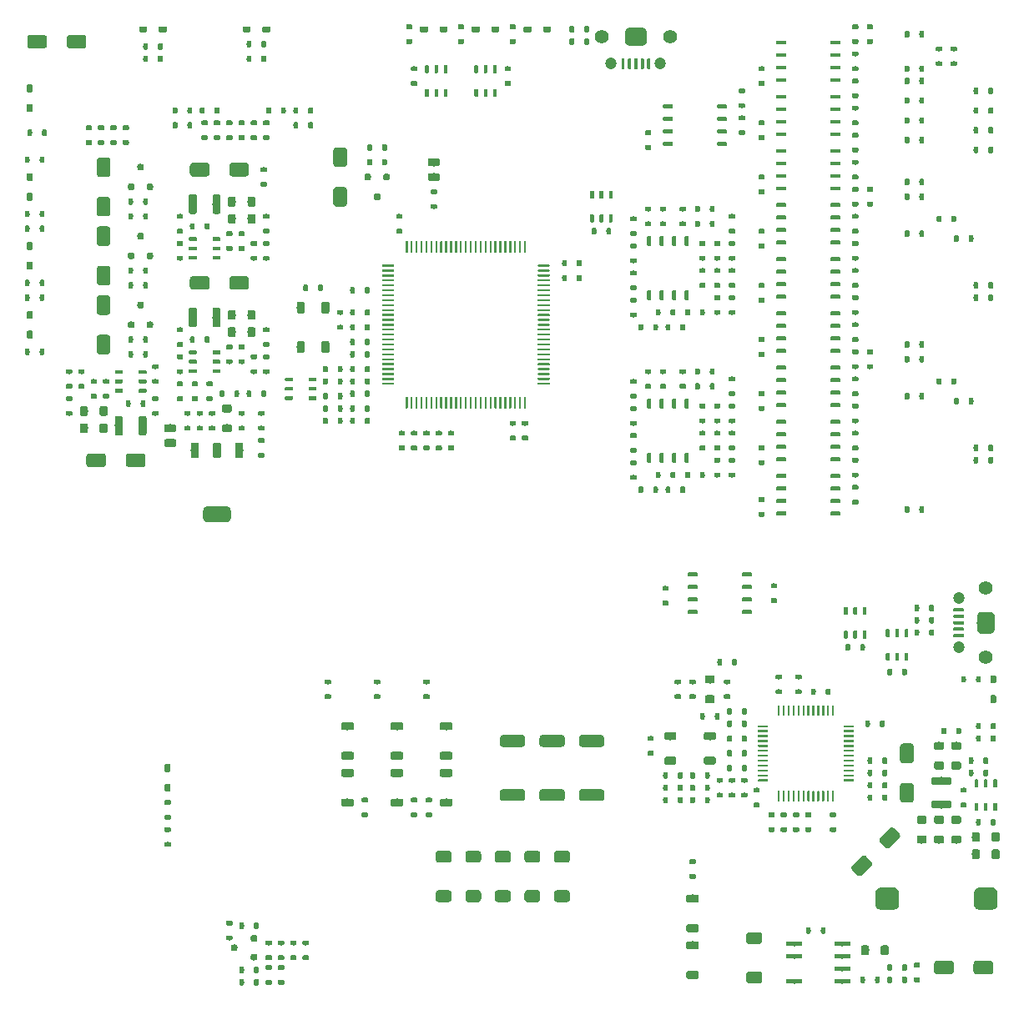
<source format=gtp>
%TF.GenerationSoftware,KiCad,Pcbnew,(5.0.0-rc2-198-gb8bbb15aa)*%
%TF.CreationDate,2018-10-15T22:21:02+08:00*%
%TF.ProjectId,stmbl_4.0,73746D626C5F342E302E6B696361645F,rev?*%
%TF.SameCoordinates,Original*%
%TF.FileFunction,Paste,Top*%
%TF.FilePolarity,Positive*%
%FSLAX46Y46*%
G04 Gerber Fmt 4.6, Leading zero omitted, Abs format (unit mm)*
G04 Created by KiCad (PCBNEW (5.0.0-rc2-198-gb8bbb15aa)) date 10/15/18 22:21:02*
%MOMM*%
%LPD*%
G01*
G04 APERTURE LIST*
%ADD10C,0.100000*%
%ADD11C,0.800000*%
%ADD12C,0.480000*%
%ADD13C,0.600000*%
%ADD14C,1.200000*%
%ADD15C,1.600000*%
%ADD16C,0.200000*%
%ADD17C,0.380000*%
%ADD18C,2.240000*%
%ADD19C,0.640080*%
%ADD20C,1.400000*%
%ADD21C,0.400000*%
%ADD22C,0.320000*%
%ADD23C,1.800000*%
%ADD24C,0.472000*%
G04 APERTURE END LIST*
D10*
G36*
X140419603Y-63850963D02*
X140439018Y-63853843D01*
X140458057Y-63858612D01*
X140476537Y-63865224D01*
X140494279Y-63873616D01*
X140511114Y-63883706D01*
X140526879Y-63895398D01*
X140541421Y-63908579D01*
X140554602Y-63923121D01*
X140566294Y-63938886D01*
X140576384Y-63955721D01*
X140584776Y-63973463D01*
X140591388Y-63991943D01*
X140596157Y-64010982D01*
X140599037Y-64030397D01*
X140600000Y-64050000D01*
X140600000Y-64450000D01*
X140599037Y-64469603D01*
X140596157Y-64489018D01*
X140591388Y-64508057D01*
X140584776Y-64526537D01*
X140576384Y-64544279D01*
X140566294Y-64561114D01*
X140554602Y-64576879D01*
X140541421Y-64591421D01*
X140526879Y-64604602D01*
X140511114Y-64616294D01*
X140494279Y-64626384D01*
X140476537Y-64634776D01*
X140458057Y-64641388D01*
X140439018Y-64646157D01*
X140419603Y-64649037D01*
X140400000Y-64650000D01*
X139600000Y-64650000D01*
X139580397Y-64649037D01*
X139560982Y-64646157D01*
X139541943Y-64641388D01*
X139523463Y-64634776D01*
X139505721Y-64626384D01*
X139488886Y-64616294D01*
X139473121Y-64604602D01*
X139458579Y-64591421D01*
X139445398Y-64576879D01*
X139433706Y-64561114D01*
X139423616Y-64544279D01*
X139415224Y-64526537D01*
X139408612Y-64508057D01*
X139403843Y-64489018D01*
X139400963Y-64469603D01*
X139400000Y-64450000D01*
X139400000Y-64050000D01*
X139400963Y-64030397D01*
X139403843Y-64010982D01*
X139408612Y-63991943D01*
X139415224Y-63973463D01*
X139423616Y-63955721D01*
X139433706Y-63938886D01*
X139445398Y-63923121D01*
X139458579Y-63908579D01*
X139473121Y-63895398D01*
X139488886Y-63883706D01*
X139505721Y-63873616D01*
X139523463Y-63865224D01*
X139541943Y-63858612D01*
X139560982Y-63853843D01*
X139580397Y-63850963D01*
X139600000Y-63850000D01*
X140400000Y-63850000D01*
X140419603Y-63850963D01*
X140419603Y-63850963D01*
G37*
D11*
X140000000Y-64250000D03*
D10*
G36*
X140419603Y-65350963D02*
X140439018Y-65353843D01*
X140458057Y-65358612D01*
X140476537Y-65365224D01*
X140494279Y-65373616D01*
X140511114Y-65383706D01*
X140526879Y-65395398D01*
X140541421Y-65408579D01*
X140554602Y-65423121D01*
X140566294Y-65438886D01*
X140576384Y-65455721D01*
X140584776Y-65473463D01*
X140591388Y-65491943D01*
X140596157Y-65510982D01*
X140599037Y-65530397D01*
X140600000Y-65550000D01*
X140600000Y-65950000D01*
X140599037Y-65969603D01*
X140596157Y-65989018D01*
X140591388Y-66008057D01*
X140584776Y-66026537D01*
X140576384Y-66044279D01*
X140566294Y-66061114D01*
X140554602Y-66076879D01*
X140541421Y-66091421D01*
X140526879Y-66104602D01*
X140511114Y-66116294D01*
X140494279Y-66126384D01*
X140476537Y-66134776D01*
X140458057Y-66141388D01*
X140439018Y-66146157D01*
X140419603Y-66149037D01*
X140400000Y-66150000D01*
X139600000Y-66150000D01*
X139580397Y-66149037D01*
X139560982Y-66146157D01*
X139541943Y-66141388D01*
X139523463Y-66134776D01*
X139505721Y-66126384D01*
X139488886Y-66116294D01*
X139473121Y-66104602D01*
X139458579Y-66091421D01*
X139445398Y-66076879D01*
X139433706Y-66061114D01*
X139423616Y-66044279D01*
X139415224Y-66026537D01*
X139408612Y-66008057D01*
X139403843Y-65989018D01*
X139400963Y-65969603D01*
X139400000Y-65950000D01*
X139400000Y-65550000D01*
X139400963Y-65530397D01*
X139403843Y-65510982D01*
X139408612Y-65491943D01*
X139415224Y-65473463D01*
X139423616Y-65455721D01*
X139433706Y-65438886D01*
X139445398Y-65423121D01*
X139458579Y-65408579D01*
X139473121Y-65395398D01*
X139488886Y-65383706D01*
X139505721Y-65373616D01*
X139523463Y-65365224D01*
X139541943Y-65358612D01*
X139560982Y-65353843D01*
X139580397Y-65350963D01*
X139600000Y-65350000D01*
X140400000Y-65350000D01*
X140419603Y-65350963D01*
X140419603Y-65350963D01*
G37*
D11*
X140000000Y-65750000D03*
D10*
G36*
X113669603Y-92350963D02*
X113689018Y-92353843D01*
X113708057Y-92358612D01*
X113726537Y-92365224D01*
X113744279Y-92373616D01*
X113761114Y-92383706D01*
X113776879Y-92395398D01*
X113791421Y-92408579D01*
X113804602Y-92423121D01*
X113816294Y-92438886D01*
X113826384Y-92455721D01*
X113834776Y-92473463D01*
X113841388Y-92491943D01*
X113846157Y-92510982D01*
X113849037Y-92530397D01*
X113850000Y-92550000D01*
X113850000Y-92950000D01*
X113849037Y-92969603D01*
X113846157Y-92989018D01*
X113841388Y-93008057D01*
X113834776Y-93026537D01*
X113826384Y-93044279D01*
X113816294Y-93061114D01*
X113804602Y-93076879D01*
X113791421Y-93091421D01*
X113776879Y-93104602D01*
X113761114Y-93116294D01*
X113744279Y-93126384D01*
X113726537Y-93134776D01*
X113708057Y-93141388D01*
X113689018Y-93146157D01*
X113669603Y-93149037D01*
X113650000Y-93150000D01*
X112850000Y-93150000D01*
X112830397Y-93149037D01*
X112810982Y-93146157D01*
X112791943Y-93141388D01*
X112773463Y-93134776D01*
X112755721Y-93126384D01*
X112738886Y-93116294D01*
X112723121Y-93104602D01*
X112708579Y-93091421D01*
X112695398Y-93076879D01*
X112683706Y-93061114D01*
X112673616Y-93044279D01*
X112665224Y-93026537D01*
X112658612Y-93008057D01*
X112653843Y-92989018D01*
X112650963Y-92969603D01*
X112650000Y-92950000D01*
X112650000Y-92550000D01*
X112650963Y-92530397D01*
X112653843Y-92510982D01*
X112658612Y-92491943D01*
X112665224Y-92473463D01*
X112673616Y-92455721D01*
X112683706Y-92438886D01*
X112695398Y-92423121D01*
X112708579Y-92408579D01*
X112723121Y-92395398D01*
X112738886Y-92383706D01*
X112755721Y-92373616D01*
X112773463Y-92365224D01*
X112791943Y-92358612D01*
X112810982Y-92353843D01*
X112830397Y-92350963D01*
X112850000Y-92350000D01*
X113650000Y-92350000D01*
X113669603Y-92350963D01*
X113669603Y-92350963D01*
G37*
D11*
X113250000Y-92750000D03*
D10*
G36*
X113669603Y-90850963D02*
X113689018Y-90853843D01*
X113708057Y-90858612D01*
X113726537Y-90865224D01*
X113744279Y-90873616D01*
X113761114Y-90883706D01*
X113776879Y-90895398D01*
X113791421Y-90908579D01*
X113804602Y-90923121D01*
X113816294Y-90938886D01*
X113826384Y-90955721D01*
X113834776Y-90973463D01*
X113841388Y-90991943D01*
X113846157Y-91010982D01*
X113849037Y-91030397D01*
X113850000Y-91050000D01*
X113850000Y-91450000D01*
X113849037Y-91469603D01*
X113846157Y-91489018D01*
X113841388Y-91508057D01*
X113834776Y-91526537D01*
X113826384Y-91544279D01*
X113816294Y-91561114D01*
X113804602Y-91576879D01*
X113791421Y-91591421D01*
X113776879Y-91604602D01*
X113761114Y-91616294D01*
X113744279Y-91626384D01*
X113726537Y-91634776D01*
X113708057Y-91641388D01*
X113689018Y-91646157D01*
X113669603Y-91649037D01*
X113650000Y-91650000D01*
X112850000Y-91650000D01*
X112830397Y-91649037D01*
X112810982Y-91646157D01*
X112791943Y-91641388D01*
X112773463Y-91634776D01*
X112755721Y-91626384D01*
X112738886Y-91616294D01*
X112723121Y-91604602D01*
X112708579Y-91591421D01*
X112695398Y-91576879D01*
X112683706Y-91561114D01*
X112673616Y-91544279D01*
X112665224Y-91526537D01*
X112658612Y-91508057D01*
X112653843Y-91489018D01*
X112650963Y-91469603D01*
X112650000Y-91450000D01*
X112650000Y-91050000D01*
X112650963Y-91030397D01*
X112653843Y-91010982D01*
X112658612Y-90991943D01*
X112665224Y-90973463D01*
X112673616Y-90955721D01*
X112683706Y-90938886D01*
X112695398Y-90923121D01*
X112708579Y-90908579D01*
X112723121Y-90895398D01*
X112738886Y-90883706D01*
X112755721Y-90873616D01*
X112773463Y-90865224D01*
X112791943Y-90858612D01*
X112810982Y-90853843D01*
X112830397Y-90850963D01*
X112850000Y-90850000D01*
X113650000Y-90850000D01*
X113669603Y-90850963D01*
X113669603Y-90850963D01*
G37*
D11*
X113250000Y-91250000D03*
D10*
G36*
X182141762Y-143355578D02*
X182153411Y-143357306D01*
X182164834Y-143360167D01*
X182175922Y-143364134D01*
X182186568Y-143369169D01*
X182196668Y-143375224D01*
X182206127Y-143382239D01*
X182214853Y-143390147D01*
X182222761Y-143398873D01*
X182229776Y-143408332D01*
X182235831Y-143418432D01*
X182240866Y-143429078D01*
X182244833Y-143440166D01*
X182247694Y-143451589D01*
X182249422Y-143463238D01*
X182250000Y-143475000D01*
X182250000Y-143715000D01*
X182249422Y-143726762D01*
X182247694Y-143738411D01*
X182244833Y-143749834D01*
X182240866Y-143760922D01*
X182235831Y-143771568D01*
X182229776Y-143781668D01*
X182222761Y-143791127D01*
X182214853Y-143799853D01*
X182206127Y-143807761D01*
X182196668Y-143814776D01*
X182186568Y-143820831D01*
X182175922Y-143825866D01*
X182164834Y-143829833D01*
X182153411Y-143832694D01*
X182141762Y-143834422D01*
X182130000Y-143835000D01*
X180770000Y-143835000D01*
X180758238Y-143834422D01*
X180746589Y-143832694D01*
X180735166Y-143829833D01*
X180724078Y-143825866D01*
X180713432Y-143820831D01*
X180703332Y-143814776D01*
X180693873Y-143807761D01*
X180685147Y-143799853D01*
X180677239Y-143791127D01*
X180670224Y-143781668D01*
X180664169Y-143771568D01*
X180659134Y-143760922D01*
X180655167Y-143749834D01*
X180652306Y-143738411D01*
X180650578Y-143726762D01*
X180650000Y-143715000D01*
X180650000Y-143475000D01*
X180650578Y-143463238D01*
X180652306Y-143451589D01*
X180655167Y-143440166D01*
X180659134Y-143429078D01*
X180664169Y-143418432D01*
X180670224Y-143408332D01*
X180677239Y-143398873D01*
X180685147Y-143390147D01*
X180693873Y-143382239D01*
X180703332Y-143375224D01*
X180713432Y-143369169D01*
X180724078Y-143364134D01*
X180735166Y-143360167D01*
X180746589Y-143357306D01*
X180758238Y-143355578D01*
X180770000Y-143355000D01*
X182130000Y-143355000D01*
X182141762Y-143355578D01*
X182141762Y-143355578D01*
G37*
D12*
X181450000Y-143595000D03*
D10*
G36*
X182141762Y-144625578D02*
X182153411Y-144627306D01*
X182164834Y-144630167D01*
X182175922Y-144634134D01*
X182186568Y-144639169D01*
X182196668Y-144645224D01*
X182206127Y-144652239D01*
X182214853Y-144660147D01*
X182222761Y-144668873D01*
X182229776Y-144678332D01*
X182235831Y-144688432D01*
X182240866Y-144699078D01*
X182244833Y-144710166D01*
X182247694Y-144721589D01*
X182249422Y-144733238D01*
X182250000Y-144745000D01*
X182250000Y-144985000D01*
X182249422Y-144996762D01*
X182247694Y-145008411D01*
X182244833Y-145019834D01*
X182240866Y-145030922D01*
X182235831Y-145041568D01*
X182229776Y-145051668D01*
X182222761Y-145061127D01*
X182214853Y-145069853D01*
X182206127Y-145077761D01*
X182196668Y-145084776D01*
X182186568Y-145090831D01*
X182175922Y-145095866D01*
X182164834Y-145099833D01*
X182153411Y-145102694D01*
X182141762Y-145104422D01*
X182130000Y-145105000D01*
X180770000Y-145105000D01*
X180758238Y-145104422D01*
X180746589Y-145102694D01*
X180735166Y-145099833D01*
X180724078Y-145095866D01*
X180713432Y-145090831D01*
X180703332Y-145084776D01*
X180693873Y-145077761D01*
X180685147Y-145069853D01*
X180677239Y-145061127D01*
X180670224Y-145051668D01*
X180664169Y-145041568D01*
X180659134Y-145030922D01*
X180655167Y-145019834D01*
X180652306Y-145008411D01*
X180650578Y-144996762D01*
X180650000Y-144985000D01*
X180650000Y-144745000D01*
X180650578Y-144733238D01*
X180652306Y-144721589D01*
X180655167Y-144710166D01*
X180659134Y-144699078D01*
X180664169Y-144688432D01*
X180670224Y-144678332D01*
X180677239Y-144668873D01*
X180685147Y-144660147D01*
X180693873Y-144652239D01*
X180703332Y-144645224D01*
X180713432Y-144639169D01*
X180724078Y-144634134D01*
X180735166Y-144630167D01*
X180746589Y-144627306D01*
X180758238Y-144625578D01*
X180770000Y-144625000D01*
X182130000Y-144625000D01*
X182141762Y-144625578D01*
X182141762Y-144625578D01*
G37*
D12*
X181450000Y-144865000D03*
D10*
G36*
X182141762Y-145895578D02*
X182153411Y-145897306D01*
X182164834Y-145900167D01*
X182175922Y-145904134D01*
X182186568Y-145909169D01*
X182196668Y-145915224D01*
X182206127Y-145922239D01*
X182214853Y-145930147D01*
X182222761Y-145938873D01*
X182229776Y-145948332D01*
X182235831Y-145958432D01*
X182240866Y-145969078D01*
X182244833Y-145980166D01*
X182247694Y-145991589D01*
X182249422Y-146003238D01*
X182250000Y-146015000D01*
X182250000Y-146255000D01*
X182249422Y-146266762D01*
X182247694Y-146278411D01*
X182244833Y-146289834D01*
X182240866Y-146300922D01*
X182235831Y-146311568D01*
X182229776Y-146321668D01*
X182222761Y-146331127D01*
X182214853Y-146339853D01*
X182206127Y-146347761D01*
X182196668Y-146354776D01*
X182186568Y-146360831D01*
X182175922Y-146365866D01*
X182164834Y-146369833D01*
X182153411Y-146372694D01*
X182141762Y-146374422D01*
X182130000Y-146375000D01*
X180770000Y-146375000D01*
X180758238Y-146374422D01*
X180746589Y-146372694D01*
X180735166Y-146369833D01*
X180724078Y-146365866D01*
X180713432Y-146360831D01*
X180703332Y-146354776D01*
X180693873Y-146347761D01*
X180685147Y-146339853D01*
X180677239Y-146331127D01*
X180670224Y-146321668D01*
X180664169Y-146311568D01*
X180659134Y-146300922D01*
X180655167Y-146289834D01*
X180652306Y-146278411D01*
X180650578Y-146266762D01*
X180650000Y-146255000D01*
X180650000Y-146015000D01*
X180650578Y-146003238D01*
X180652306Y-145991589D01*
X180655167Y-145980166D01*
X180659134Y-145969078D01*
X180664169Y-145958432D01*
X180670224Y-145948332D01*
X180677239Y-145938873D01*
X180685147Y-145930147D01*
X180693873Y-145922239D01*
X180703332Y-145915224D01*
X180713432Y-145909169D01*
X180724078Y-145904134D01*
X180735166Y-145900167D01*
X180746589Y-145897306D01*
X180758238Y-145895578D01*
X180770000Y-145895000D01*
X182130000Y-145895000D01*
X182141762Y-145895578D01*
X182141762Y-145895578D01*
G37*
D12*
X181450000Y-146135000D03*
D10*
G36*
X182141762Y-147165578D02*
X182153411Y-147167306D01*
X182164834Y-147170167D01*
X182175922Y-147174134D01*
X182186568Y-147179169D01*
X182196668Y-147185224D01*
X182206127Y-147192239D01*
X182214853Y-147200147D01*
X182222761Y-147208873D01*
X182229776Y-147218332D01*
X182235831Y-147228432D01*
X182240866Y-147239078D01*
X182244833Y-147250166D01*
X182247694Y-147261589D01*
X182249422Y-147273238D01*
X182250000Y-147285000D01*
X182250000Y-147525000D01*
X182249422Y-147536762D01*
X182247694Y-147548411D01*
X182244833Y-147559834D01*
X182240866Y-147570922D01*
X182235831Y-147581568D01*
X182229776Y-147591668D01*
X182222761Y-147601127D01*
X182214853Y-147609853D01*
X182206127Y-147617761D01*
X182196668Y-147624776D01*
X182186568Y-147630831D01*
X182175922Y-147635866D01*
X182164834Y-147639833D01*
X182153411Y-147642694D01*
X182141762Y-147644422D01*
X182130000Y-147645000D01*
X180770000Y-147645000D01*
X180758238Y-147644422D01*
X180746589Y-147642694D01*
X180735166Y-147639833D01*
X180724078Y-147635866D01*
X180713432Y-147630831D01*
X180703332Y-147624776D01*
X180693873Y-147617761D01*
X180685147Y-147609853D01*
X180677239Y-147601127D01*
X180670224Y-147591668D01*
X180664169Y-147581568D01*
X180659134Y-147570922D01*
X180655167Y-147559834D01*
X180652306Y-147548411D01*
X180650578Y-147536762D01*
X180650000Y-147525000D01*
X180650000Y-147285000D01*
X180650578Y-147273238D01*
X180652306Y-147261589D01*
X180655167Y-147250166D01*
X180659134Y-147239078D01*
X180664169Y-147228432D01*
X180670224Y-147218332D01*
X180677239Y-147208873D01*
X180685147Y-147200147D01*
X180693873Y-147192239D01*
X180703332Y-147185224D01*
X180713432Y-147179169D01*
X180724078Y-147174134D01*
X180735166Y-147170167D01*
X180746589Y-147167306D01*
X180758238Y-147165578D01*
X180770000Y-147165000D01*
X182130000Y-147165000D01*
X182141762Y-147165578D01*
X182141762Y-147165578D01*
G37*
D12*
X181450000Y-147405000D03*
D10*
G36*
X177241762Y-147165578D02*
X177253411Y-147167306D01*
X177264834Y-147170167D01*
X177275922Y-147174134D01*
X177286568Y-147179169D01*
X177296668Y-147185224D01*
X177306127Y-147192239D01*
X177314853Y-147200147D01*
X177322761Y-147208873D01*
X177329776Y-147218332D01*
X177335831Y-147228432D01*
X177340866Y-147239078D01*
X177344833Y-147250166D01*
X177347694Y-147261589D01*
X177349422Y-147273238D01*
X177350000Y-147285000D01*
X177350000Y-147525000D01*
X177349422Y-147536762D01*
X177347694Y-147548411D01*
X177344833Y-147559834D01*
X177340866Y-147570922D01*
X177335831Y-147581568D01*
X177329776Y-147591668D01*
X177322761Y-147601127D01*
X177314853Y-147609853D01*
X177306127Y-147617761D01*
X177296668Y-147624776D01*
X177286568Y-147630831D01*
X177275922Y-147635866D01*
X177264834Y-147639833D01*
X177253411Y-147642694D01*
X177241762Y-147644422D01*
X177230000Y-147645000D01*
X175870000Y-147645000D01*
X175858238Y-147644422D01*
X175846589Y-147642694D01*
X175835166Y-147639833D01*
X175824078Y-147635866D01*
X175813432Y-147630831D01*
X175803332Y-147624776D01*
X175793873Y-147617761D01*
X175785147Y-147609853D01*
X175777239Y-147601127D01*
X175770224Y-147591668D01*
X175764169Y-147581568D01*
X175759134Y-147570922D01*
X175755167Y-147559834D01*
X175752306Y-147548411D01*
X175750578Y-147536762D01*
X175750000Y-147525000D01*
X175750000Y-147285000D01*
X175750578Y-147273238D01*
X175752306Y-147261589D01*
X175755167Y-147250166D01*
X175759134Y-147239078D01*
X175764169Y-147228432D01*
X175770224Y-147218332D01*
X175777239Y-147208873D01*
X175785147Y-147200147D01*
X175793873Y-147192239D01*
X175803332Y-147185224D01*
X175813432Y-147179169D01*
X175824078Y-147174134D01*
X175835166Y-147170167D01*
X175846589Y-147167306D01*
X175858238Y-147165578D01*
X175870000Y-147165000D01*
X177230000Y-147165000D01*
X177241762Y-147165578D01*
X177241762Y-147165578D01*
G37*
D12*
X176550000Y-147405000D03*
D10*
G36*
X177241762Y-144625578D02*
X177253411Y-144627306D01*
X177264834Y-144630167D01*
X177275922Y-144634134D01*
X177286568Y-144639169D01*
X177296668Y-144645224D01*
X177306127Y-144652239D01*
X177314853Y-144660147D01*
X177322761Y-144668873D01*
X177329776Y-144678332D01*
X177335831Y-144688432D01*
X177340866Y-144699078D01*
X177344833Y-144710166D01*
X177347694Y-144721589D01*
X177349422Y-144733238D01*
X177350000Y-144745000D01*
X177350000Y-144985000D01*
X177349422Y-144996762D01*
X177347694Y-145008411D01*
X177344833Y-145019834D01*
X177340866Y-145030922D01*
X177335831Y-145041568D01*
X177329776Y-145051668D01*
X177322761Y-145061127D01*
X177314853Y-145069853D01*
X177306127Y-145077761D01*
X177296668Y-145084776D01*
X177286568Y-145090831D01*
X177275922Y-145095866D01*
X177264834Y-145099833D01*
X177253411Y-145102694D01*
X177241762Y-145104422D01*
X177230000Y-145105000D01*
X175870000Y-145105000D01*
X175858238Y-145104422D01*
X175846589Y-145102694D01*
X175835166Y-145099833D01*
X175824078Y-145095866D01*
X175813432Y-145090831D01*
X175803332Y-145084776D01*
X175793873Y-145077761D01*
X175785147Y-145069853D01*
X175777239Y-145061127D01*
X175770224Y-145051668D01*
X175764169Y-145041568D01*
X175759134Y-145030922D01*
X175755167Y-145019834D01*
X175752306Y-145008411D01*
X175750578Y-144996762D01*
X175750000Y-144985000D01*
X175750000Y-144745000D01*
X175750578Y-144733238D01*
X175752306Y-144721589D01*
X175755167Y-144710166D01*
X175759134Y-144699078D01*
X175764169Y-144688432D01*
X175770224Y-144678332D01*
X175777239Y-144668873D01*
X175785147Y-144660147D01*
X175793873Y-144652239D01*
X175803332Y-144645224D01*
X175813432Y-144639169D01*
X175824078Y-144634134D01*
X175835166Y-144630167D01*
X175846589Y-144627306D01*
X175858238Y-144625578D01*
X175870000Y-144625000D01*
X177230000Y-144625000D01*
X177241762Y-144625578D01*
X177241762Y-144625578D01*
G37*
D12*
X176550000Y-144865000D03*
D10*
G36*
X177241762Y-143355578D02*
X177253411Y-143357306D01*
X177264834Y-143360167D01*
X177275922Y-143364134D01*
X177286568Y-143369169D01*
X177296668Y-143375224D01*
X177306127Y-143382239D01*
X177314853Y-143390147D01*
X177322761Y-143398873D01*
X177329776Y-143408332D01*
X177335831Y-143418432D01*
X177340866Y-143429078D01*
X177344833Y-143440166D01*
X177347694Y-143451589D01*
X177349422Y-143463238D01*
X177350000Y-143475000D01*
X177350000Y-143715000D01*
X177349422Y-143726762D01*
X177347694Y-143738411D01*
X177344833Y-143749834D01*
X177340866Y-143760922D01*
X177335831Y-143771568D01*
X177329776Y-143781668D01*
X177322761Y-143791127D01*
X177314853Y-143799853D01*
X177306127Y-143807761D01*
X177296668Y-143814776D01*
X177286568Y-143820831D01*
X177275922Y-143825866D01*
X177264834Y-143829833D01*
X177253411Y-143832694D01*
X177241762Y-143834422D01*
X177230000Y-143835000D01*
X175870000Y-143835000D01*
X175858238Y-143834422D01*
X175846589Y-143832694D01*
X175835166Y-143829833D01*
X175824078Y-143825866D01*
X175813432Y-143820831D01*
X175803332Y-143814776D01*
X175793873Y-143807761D01*
X175785147Y-143799853D01*
X175777239Y-143791127D01*
X175770224Y-143781668D01*
X175764169Y-143771568D01*
X175759134Y-143760922D01*
X175755167Y-143749834D01*
X175752306Y-143738411D01*
X175750578Y-143726762D01*
X175750000Y-143715000D01*
X175750000Y-143475000D01*
X175750578Y-143463238D01*
X175752306Y-143451589D01*
X175755167Y-143440166D01*
X175759134Y-143429078D01*
X175764169Y-143418432D01*
X175770224Y-143408332D01*
X175777239Y-143398873D01*
X175785147Y-143390147D01*
X175793873Y-143382239D01*
X175803332Y-143375224D01*
X175813432Y-143369169D01*
X175824078Y-143364134D01*
X175835166Y-143360167D01*
X175846589Y-143357306D01*
X175858238Y-143355578D01*
X175870000Y-143355000D01*
X177230000Y-143355000D01*
X177241762Y-143355578D01*
X177241762Y-143355578D01*
G37*
D12*
X176550000Y-143595000D03*
D10*
G36*
X99164703Y-79350722D02*
X99179264Y-79352882D01*
X99193543Y-79356459D01*
X99207403Y-79361418D01*
X99220710Y-79367712D01*
X99233336Y-79375280D01*
X99245159Y-79384048D01*
X99256066Y-79393934D01*
X99265952Y-79404841D01*
X99274720Y-79416664D01*
X99282288Y-79429290D01*
X99288582Y-79442597D01*
X99293541Y-79456457D01*
X99297118Y-79470736D01*
X99299278Y-79485297D01*
X99300000Y-79500000D01*
X99300000Y-80000000D01*
X99299278Y-80014703D01*
X99297118Y-80029264D01*
X99293541Y-80043543D01*
X99288582Y-80057403D01*
X99282288Y-80070710D01*
X99274720Y-80083336D01*
X99265952Y-80095159D01*
X99256066Y-80106066D01*
X99245159Y-80115952D01*
X99233336Y-80124720D01*
X99220710Y-80132288D01*
X99207403Y-80138582D01*
X99193543Y-80143541D01*
X99179264Y-80147118D01*
X99164703Y-80149278D01*
X99150000Y-80150000D01*
X98850000Y-80150000D01*
X98835297Y-80149278D01*
X98820736Y-80147118D01*
X98806457Y-80143541D01*
X98792597Y-80138582D01*
X98779290Y-80132288D01*
X98766664Y-80124720D01*
X98754841Y-80115952D01*
X98743934Y-80106066D01*
X98734048Y-80095159D01*
X98725280Y-80083336D01*
X98717712Y-80070710D01*
X98711418Y-80057403D01*
X98706459Y-80043543D01*
X98702882Y-80029264D01*
X98700722Y-80014703D01*
X98700000Y-80000000D01*
X98700000Y-79500000D01*
X98700722Y-79485297D01*
X98702882Y-79470736D01*
X98706459Y-79456457D01*
X98711418Y-79442597D01*
X98717712Y-79429290D01*
X98725280Y-79416664D01*
X98734048Y-79404841D01*
X98743934Y-79393934D01*
X98754841Y-79384048D01*
X98766664Y-79375280D01*
X98779290Y-79367712D01*
X98792597Y-79361418D01*
X98806457Y-79356459D01*
X98820736Y-79352882D01*
X98835297Y-79350722D01*
X98850000Y-79350000D01*
X99150000Y-79350000D01*
X99164703Y-79350722D01*
X99164703Y-79350722D01*
G37*
D13*
X99000000Y-79750000D03*
D10*
G36*
X99164703Y-81350722D02*
X99179264Y-81352882D01*
X99193543Y-81356459D01*
X99207403Y-81361418D01*
X99220710Y-81367712D01*
X99233336Y-81375280D01*
X99245159Y-81384048D01*
X99256066Y-81393934D01*
X99265952Y-81404841D01*
X99274720Y-81416664D01*
X99282288Y-81429290D01*
X99288582Y-81442597D01*
X99293541Y-81456457D01*
X99297118Y-81470736D01*
X99299278Y-81485297D01*
X99300000Y-81500000D01*
X99300000Y-82000000D01*
X99299278Y-82014703D01*
X99297118Y-82029264D01*
X99293541Y-82043543D01*
X99288582Y-82057403D01*
X99282288Y-82070710D01*
X99274720Y-82083336D01*
X99265952Y-82095159D01*
X99256066Y-82106066D01*
X99245159Y-82115952D01*
X99233336Y-82124720D01*
X99220710Y-82132288D01*
X99207403Y-82138582D01*
X99193543Y-82143541D01*
X99179264Y-82147118D01*
X99164703Y-82149278D01*
X99150000Y-82150000D01*
X98850000Y-82150000D01*
X98835297Y-82149278D01*
X98820736Y-82147118D01*
X98806457Y-82143541D01*
X98792597Y-82138582D01*
X98779290Y-82132288D01*
X98766664Y-82124720D01*
X98754841Y-82115952D01*
X98743934Y-82106066D01*
X98734048Y-82095159D01*
X98725280Y-82083336D01*
X98717712Y-82070710D01*
X98711418Y-82057403D01*
X98706459Y-82043543D01*
X98702882Y-82029264D01*
X98700722Y-82014703D01*
X98700000Y-82000000D01*
X98700000Y-81500000D01*
X98700722Y-81485297D01*
X98702882Y-81470736D01*
X98706459Y-81456457D01*
X98711418Y-81442597D01*
X98717712Y-81429290D01*
X98725280Y-81416664D01*
X98734048Y-81404841D01*
X98743934Y-81393934D01*
X98754841Y-81384048D01*
X98766664Y-81375280D01*
X98779290Y-81367712D01*
X98792597Y-81361418D01*
X98806457Y-81356459D01*
X98820736Y-81352882D01*
X98835297Y-81350722D01*
X98850000Y-81350000D01*
X99150000Y-81350000D01*
X99164703Y-81350722D01*
X99164703Y-81350722D01*
G37*
D13*
X99000000Y-81750000D03*
D10*
G36*
X99164703Y-72350722D02*
X99179264Y-72352882D01*
X99193543Y-72356459D01*
X99207403Y-72361418D01*
X99220710Y-72367712D01*
X99233336Y-72375280D01*
X99245159Y-72384048D01*
X99256066Y-72393934D01*
X99265952Y-72404841D01*
X99274720Y-72416664D01*
X99282288Y-72429290D01*
X99288582Y-72442597D01*
X99293541Y-72456457D01*
X99297118Y-72470736D01*
X99299278Y-72485297D01*
X99300000Y-72500000D01*
X99300000Y-73000000D01*
X99299278Y-73014703D01*
X99297118Y-73029264D01*
X99293541Y-73043543D01*
X99288582Y-73057403D01*
X99282288Y-73070710D01*
X99274720Y-73083336D01*
X99265952Y-73095159D01*
X99256066Y-73106066D01*
X99245159Y-73115952D01*
X99233336Y-73124720D01*
X99220710Y-73132288D01*
X99207403Y-73138582D01*
X99193543Y-73143541D01*
X99179264Y-73147118D01*
X99164703Y-73149278D01*
X99150000Y-73150000D01*
X98850000Y-73150000D01*
X98835297Y-73149278D01*
X98820736Y-73147118D01*
X98806457Y-73143541D01*
X98792597Y-73138582D01*
X98779290Y-73132288D01*
X98766664Y-73124720D01*
X98754841Y-73115952D01*
X98743934Y-73106066D01*
X98734048Y-73095159D01*
X98725280Y-73083336D01*
X98717712Y-73070710D01*
X98711418Y-73057403D01*
X98706459Y-73043543D01*
X98702882Y-73029264D01*
X98700722Y-73014703D01*
X98700000Y-73000000D01*
X98700000Y-72500000D01*
X98700722Y-72485297D01*
X98702882Y-72470736D01*
X98706459Y-72456457D01*
X98711418Y-72442597D01*
X98717712Y-72429290D01*
X98725280Y-72416664D01*
X98734048Y-72404841D01*
X98743934Y-72393934D01*
X98754841Y-72384048D01*
X98766664Y-72375280D01*
X98779290Y-72367712D01*
X98792597Y-72361418D01*
X98806457Y-72356459D01*
X98820736Y-72352882D01*
X98835297Y-72350722D01*
X98850000Y-72350000D01*
X99150000Y-72350000D01*
X99164703Y-72350722D01*
X99164703Y-72350722D01*
G37*
D13*
X99000000Y-72750000D03*
D10*
G36*
X99164703Y-74350722D02*
X99179264Y-74352882D01*
X99193543Y-74356459D01*
X99207403Y-74361418D01*
X99220710Y-74367712D01*
X99233336Y-74375280D01*
X99245159Y-74384048D01*
X99256066Y-74393934D01*
X99265952Y-74404841D01*
X99274720Y-74416664D01*
X99282288Y-74429290D01*
X99288582Y-74442597D01*
X99293541Y-74456457D01*
X99297118Y-74470736D01*
X99299278Y-74485297D01*
X99300000Y-74500000D01*
X99300000Y-75000000D01*
X99299278Y-75014703D01*
X99297118Y-75029264D01*
X99293541Y-75043543D01*
X99288582Y-75057403D01*
X99282288Y-75070710D01*
X99274720Y-75083336D01*
X99265952Y-75095159D01*
X99256066Y-75106066D01*
X99245159Y-75115952D01*
X99233336Y-75124720D01*
X99220710Y-75132288D01*
X99207403Y-75138582D01*
X99193543Y-75143541D01*
X99179264Y-75147118D01*
X99164703Y-75149278D01*
X99150000Y-75150000D01*
X98850000Y-75150000D01*
X98835297Y-75149278D01*
X98820736Y-75147118D01*
X98806457Y-75143541D01*
X98792597Y-75138582D01*
X98779290Y-75132288D01*
X98766664Y-75124720D01*
X98754841Y-75115952D01*
X98743934Y-75106066D01*
X98734048Y-75095159D01*
X98725280Y-75083336D01*
X98717712Y-75070710D01*
X98711418Y-75057403D01*
X98706459Y-75043543D01*
X98702882Y-75029264D01*
X98700722Y-75014703D01*
X98700000Y-75000000D01*
X98700000Y-74500000D01*
X98700722Y-74485297D01*
X98702882Y-74470736D01*
X98706459Y-74456457D01*
X98711418Y-74442597D01*
X98717712Y-74429290D01*
X98725280Y-74416664D01*
X98734048Y-74404841D01*
X98743934Y-74393934D01*
X98754841Y-74384048D01*
X98766664Y-74375280D01*
X98779290Y-74367712D01*
X98792597Y-74361418D01*
X98806457Y-74356459D01*
X98820736Y-74352882D01*
X98835297Y-74350722D01*
X98850000Y-74350000D01*
X99150000Y-74350000D01*
X99164703Y-74350722D01*
X99164703Y-74350722D01*
G37*
D13*
X99000000Y-74750000D03*
D10*
G36*
X99164703Y-65350722D02*
X99179264Y-65352882D01*
X99193543Y-65356459D01*
X99207403Y-65361418D01*
X99220710Y-65367712D01*
X99233336Y-65375280D01*
X99245159Y-65384048D01*
X99256066Y-65393934D01*
X99265952Y-65404841D01*
X99274720Y-65416664D01*
X99282288Y-65429290D01*
X99288582Y-65442597D01*
X99293541Y-65456457D01*
X99297118Y-65470736D01*
X99299278Y-65485297D01*
X99300000Y-65500000D01*
X99300000Y-66000000D01*
X99299278Y-66014703D01*
X99297118Y-66029264D01*
X99293541Y-66043543D01*
X99288582Y-66057403D01*
X99282288Y-66070710D01*
X99274720Y-66083336D01*
X99265952Y-66095159D01*
X99256066Y-66106066D01*
X99245159Y-66115952D01*
X99233336Y-66124720D01*
X99220710Y-66132288D01*
X99207403Y-66138582D01*
X99193543Y-66143541D01*
X99179264Y-66147118D01*
X99164703Y-66149278D01*
X99150000Y-66150000D01*
X98850000Y-66150000D01*
X98835297Y-66149278D01*
X98820736Y-66147118D01*
X98806457Y-66143541D01*
X98792597Y-66138582D01*
X98779290Y-66132288D01*
X98766664Y-66124720D01*
X98754841Y-66115952D01*
X98743934Y-66106066D01*
X98734048Y-66095159D01*
X98725280Y-66083336D01*
X98717712Y-66070710D01*
X98711418Y-66057403D01*
X98706459Y-66043543D01*
X98702882Y-66029264D01*
X98700722Y-66014703D01*
X98700000Y-66000000D01*
X98700000Y-65500000D01*
X98700722Y-65485297D01*
X98702882Y-65470736D01*
X98706459Y-65456457D01*
X98711418Y-65442597D01*
X98717712Y-65429290D01*
X98725280Y-65416664D01*
X98734048Y-65404841D01*
X98743934Y-65393934D01*
X98754841Y-65384048D01*
X98766664Y-65375280D01*
X98779290Y-65367712D01*
X98792597Y-65361418D01*
X98806457Y-65356459D01*
X98820736Y-65352882D01*
X98835297Y-65350722D01*
X98850000Y-65350000D01*
X99150000Y-65350000D01*
X99164703Y-65350722D01*
X99164703Y-65350722D01*
G37*
D13*
X99000000Y-65750000D03*
D10*
G36*
X99164703Y-67350722D02*
X99179264Y-67352882D01*
X99193543Y-67356459D01*
X99207403Y-67361418D01*
X99220710Y-67367712D01*
X99233336Y-67375280D01*
X99245159Y-67384048D01*
X99256066Y-67393934D01*
X99265952Y-67404841D01*
X99274720Y-67416664D01*
X99282288Y-67429290D01*
X99288582Y-67442597D01*
X99293541Y-67456457D01*
X99297118Y-67470736D01*
X99299278Y-67485297D01*
X99300000Y-67500000D01*
X99300000Y-68000000D01*
X99299278Y-68014703D01*
X99297118Y-68029264D01*
X99293541Y-68043543D01*
X99288582Y-68057403D01*
X99282288Y-68070710D01*
X99274720Y-68083336D01*
X99265952Y-68095159D01*
X99256066Y-68106066D01*
X99245159Y-68115952D01*
X99233336Y-68124720D01*
X99220710Y-68132288D01*
X99207403Y-68138582D01*
X99193543Y-68143541D01*
X99179264Y-68147118D01*
X99164703Y-68149278D01*
X99150000Y-68150000D01*
X98850000Y-68150000D01*
X98835297Y-68149278D01*
X98820736Y-68147118D01*
X98806457Y-68143541D01*
X98792597Y-68138582D01*
X98779290Y-68132288D01*
X98766664Y-68124720D01*
X98754841Y-68115952D01*
X98743934Y-68106066D01*
X98734048Y-68095159D01*
X98725280Y-68083336D01*
X98717712Y-68070710D01*
X98711418Y-68057403D01*
X98706459Y-68043543D01*
X98702882Y-68029264D01*
X98700722Y-68014703D01*
X98700000Y-68000000D01*
X98700000Y-67500000D01*
X98700722Y-67485297D01*
X98702882Y-67470736D01*
X98706459Y-67456457D01*
X98711418Y-67442597D01*
X98717712Y-67429290D01*
X98725280Y-67416664D01*
X98734048Y-67404841D01*
X98743934Y-67393934D01*
X98754841Y-67384048D01*
X98766664Y-67375280D01*
X98779290Y-67367712D01*
X98792597Y-67361418D01*
X98806457Y-67356459D01*
X98820736Y-67352882D01*
X98835297Y-67350722D01*
X98850000Y-67350000D01*
X99150000Y-67350000D01*
X99164703Y-67350722D01*
X99164703Y-67350722D01*
G37*
D13*
X99000000Y-67750000D03*
D10*
G36*
X151764703Y-50450722D02*
X151779264Y-50452882D01*
X151793543Y-50456459D01*
X151807403Y-50461418D01*
X151820710Y-50467712D01*
X151833336Y-50475280D01*
X151845159Y-50484048D01*
X151856066Y-50493934D01*
X151865952Y-50504841D01*
X151874720Y-50516664D01*
X151882288Y-50529290D01*
X151888582Y-50542597D01*
X151893541Y-50556457D01*
X151897118Y-50570736D01*
X151899278Y-50585297D01*
X151900000Y-50600000D01*
X151900000Y-50900000D01*
X151899278Y-50914703D01*
X151897118Y-50929264D01*
X151893541Y-50943543D01*
X151888582Y-50957403D01*
X151882288Y-50970710D01*
X151874720Y-50983336D01*
X151865952Y-50995159D01*
X151856066Y-51006066D01*
X151845159Y-51015952D01*
X151833336Y-51024720D01*
X151820710Y-51032288D01*
X151807403Y-51038582D01*
X151793543Y-51043541D01*
X151779264Y-51047118D01*
X151764703Y-51049278D01*
X151750000Y-51050000D01*
X151250000Y-51050000D01*
X151235297Y-51049278D01*
X151220736Y-51047118D01*
X151206457Y-51043541D01*
X151192597Y-51038582D01*
X151179290Y-51032288D01*
X151166664Y-51024720D01*
X151154841Y-51015952D01*
X151143934Y-51006066D01*
X151134048Y-50995159D01*
X151125280Y-50983336D01*
X151117712Y-50970710D01*
X151111418Y-50957403D01*
X151106459Y-50943543D01*
X151102882Y-50929264D01*
X151100722Y-50914703D01*
X151100000Y-50900000D01*
X151100000Y-50600000D01*
X151100722Y-50585297D01*
X151102882Y-50570736D01*
X151106459Y-50556457D01*
X151111418Y-50542597D01*
X151117712Y-50529290D01*
X151125280Y-50516664D01*
X151134048Y-50504841D01*
X151143934Y-50493934D01*
X151154841Y-50484048D01*
X151166664Y-50475280D01*
X151179290Y-50467712D01*
X151192597Y-50461418D01*
X151206457Y-50456459D01*
X151220736Y-50452882D01*
X151235297Y-50450722D01*
X151250000Y-50450000D01*
X151750000Y-50450000D01*
X151764703Y-50450722D01*
X151764703Y-50450722D01*
G37*
D13*
X151500000Y-50750000D03*
D10*
G36*
X149764703Y-50450722D02*
X149779264Y-50452882D01*
X149793543Y-50456459D01*
X149807403Y-50461418D01*
X149820710Y-50467712D01*
X149833336Y-50475280D01*
X149845159Y-50484048D01*
X149856066Y-50493934D01*
X149865952Y-50504841D01*
X149874720Y-50516664D01*
X149882288Y-50529290D01*
X149888582Y-50542597D01*
X149893541Y-50556457D01*
X149897118Y-50570736D01*
X149899278Y-50585297D01*
X149900000Y-50600000D01*
X149900000Y-50900000D01*
X149899278Y-50914703D01*
X149897118Y-50929264D01*
X149893541Y-50943543D01*
X149888582Y-50957403D01*
X149882288Y-50970710D01*
X149874720Y-50983336D01*
X149865952Y-50995159D01*
X149856066Y-51006066D01*
X149845159Y-51015952D01*
X149833336Y-51024720D01*
X149820710Y-51032288D01*
X149807403Y-51038582D01*
X149793543Y-51043541D01*
X149779264Y-51047118D01*
X149764703Y-51049278D01*
X149750000Y-51050000D01*
X149250000Y-51050000D01*
X149235297Y-51049278D01*
X149220736Y-51047118D01*
X149206457Y-51043541D01*
X149192597Y-51038582D01*
X149179290Y-51032288D01*
X149166664Y-51024720D01*
X149154841Y-51015952D01*
X149143934Y-51006066D01*
X149134048Y-50995159D01*
X149125280Y-50983336D01*
X149117712Y-50970710D01*
X149111418Y-50957403D01*
X149106459Y-50943543D01*
X149102882Y-50929264D01*
X149100722Y-50914703D01*
X149100000Y-50900000D01*
X149100000Y-50600000D01*
X149100722Y-50585297D01*
X149102882Y-50570736D01*
X149106459Y-50556457D01*
X149111418Y-50542597D01*
X149117712Y-50529290D01*
X149125280Y-50516664D01*
X149134048Y-50504841D01*
X149143934Y-50493934D01*
X149154841Y-50484048D01*
X149166664Y-50475280D01*
X149179290Y-50467712D01*
X149192597Y-50461418D01*
X149206457Y-50456459D01*
X149220736Y-50452882D01*
X149235297Y-50450722D01*
X149250000Y-50450000D01*
X149750000Y-50450000D01*
X149764703Y-50450722D01*
X149764703Y-50450722D01*
G37*
D13*
X149500000Y-50750000D03*
D10*
G36*
X146514703Y-50450722D02*
X146529264Y-50452882D01*
X146543543Y-50456459D01*
X146557403Y-50461418D01*
X146570710Y-50467712D01*
X146583336Y-50475280D01*
X146595159Y-50484048D01*
X146606066Y-50493934D01*
X146615952Y-50504841D01*
X146624720Y-50516664D01*
X146632288Y-50529290D01*
X146638582Y-50542597D01*
X146643541Y-50556457D01*
X146647118Y-50570736D01*
X146649278Y-50585297D01*
X146650000Y-50600000D01*
X146650000Y-50900000D01*
X146649278Y-50914703D01*
X146647118Y-50929264D01*
X146643541Y-50943543D01*
X146638582Y-50957403D01*
X146632288Y-50970710D01*
X146624720Y-50983336D01*
X146615952Y-50995159D01*
X146606066Y-51006066D01*
X146595159Y-51015952D01*
X146583336Y-51024720D01*
X146570710Y-51032288D01*
X146557403Y-51038582D01*
X146543543Y-51043541D01*
X146529264Y-51047118D01*
X146514703Y-51049278D01*
X146500000Y-51050000D01*
X146000000Y-51050000D01*
X145985297Y-51049278D01*
X145970736Y-51047118D01*
X145956457Y-51043541D01*
X145942597Y-51038582D01*
X145929290Y-51032288D01*
X145916664Y-51024720D01*
X145904841Y-51015952D01*
X145893934Y-51006066D01*
X145884048Y-50995159D01*
X145875280Y-50983336D01*
X145867712Y-50970710D01*
X145861418Y-50957403D01*
X145856459Y-50943543D01*
X145852882Y-50929264D01*
X145850722Y-50914703D01*
X145850000Y-50900000D01*
X145850000Y-50600000D01*
X145850722Y-50585297D01*
X145852882Y-50570736D01*
X145856459Y-50556457D01*
X145861418Y-50542597D01*
X145867712Y-50529290D01*
X145875280Y-50516664D01*
X145884048Y-50504841D01*
X145893934Y-50493934D01*
X145904841Y-50484048D01*
X145916664Y-50475280D01*
X145929290Y-50467712D01*
X145942597Y-50461418D01*
X145956457Y-50456459D01*
X145970736Y-50452882D01*
X145985297Y-50450722D01*
X146000000Y-50450000D01*
X146500000Y-50450000D01*
X146514703Y-50450722D01*
X146514703Y-50450722D01*
G37*
D13*
X146250000Y-50750000D03*
D10*
G36*
X144514703Y-50450722D02*
X144529264Y-50452882D01*
X144543543Y-50456459D01*
X144557403Y-50461418D01*
X144570710Y-50467712D01*
X144583336Y-50475280D01*
X144595159Y-50484048D01*
X144606066Y-50493934D01*
X144615952Y-50504841D01*
X144624720Y-50516664D01*
X144632288Y-50529290D01*
X144638582Y-50542597D01*
X144643541Y-50556457D01*
X144647118Y-50570736D01*
X144649278Y-50585297D01*
X144650000Y-50600000D01*
X144650000Y-50900000D01*
X144649278Y-50914703D01*
X144647118Y-50929264D01*
X144643541Y-50943543D01*
X144638582Y-50957403D01*
X144632288Y-50970710D01*
X144624720Y-50983336D01*
X144615952Y-50995159D01*
X144606066Y-51006066D01*
X144595159Y-51015952D01*
X144583336Y-51024720D01*
X144570710Y-51032288D01*
X144557403Y-51038582D01*
X144543543Y-51043541D01*
X144529264Y-51047118D01*
X144514703Y-51049278D01*
X144500000Y-51050000D01*
X144000000Y-51050000D01*
X143985297Y-51049278D01*
X143970736Y-51047118D01*
X143956457Y-51043541D01*
X143942597Y-51038582D01*
X143929290Y-51032288D01*
X143916664Y-51024720D01*
X143904841Y-51015952D01*
X143893934Y-51006066D01*
X143884048Y-50995159D01*
X143875280Y-50983336D01*
X143867712Y-50970710D01*
X143861418Y-50957403D01*
X143856459Y-50943543D01*
X143852882Y-50929264D01*
X143850722Y-50914703D01*
X143850000Y-50900000D01*
X143850000Y-50600000D01*
X143850722Y-50585297D01*
X143852882Y-50570736D01*
X143856459Y-50556457D01*
X143861418Y-50542597D01*
X143867712Y-50529290D01*
X143875280Y-50516664D01*
X143884048Y-50504841D01*
X143893934Y-50493934D01*
X143904841Y-50484048D01*
X143916664Y-50475280D01*
X143929290Y-50467712D01*
X143942597Y-50461418D01*
X143956457Y-50456459D01*
X143970736Y-50452882D01*
X143985297Y-50450722D01*
X144000000Y-50450000D01*
X144500000Y-50450000D01*
X144514703Y-50450722D01*
X144514703Y-50450722D01*
G37*
D13*
X144250000Y-50750000D03*
D10*
G36*
X141264703Y-50450722D02*
X141279264Y-50452882D01*
X141293543Y-50456459D01*
X141307403Y-50461418D01*
X141320710Y-50467712D01*
X141333336Y-50475280D01*
X141345159Y-50484048D01*
X141356066Y-50493934D01*
X141365952Y-50504841D01*
X141374720Y-50516664D01*
X141382288Y-50529290D01*
X141388582Y-50542597D01*
X141393541Y-50556457D01*
X141397118Y-50570736D01*
X141399278Y-50585297D01*
X141400000Y-50600000D01*
X141400000Y-50900000D01*
X141399278Y-50914703D01*
X141397118Y-50929264D01*
X141393541Y-50943543D01*
X141388582Y-50957403D01*
X141382288Y-50970710D01*
X141374720Y-50983336D01*
X141365952Y-50995159D01*
X141356066Y-51006066D01*
X141345159Y-51015952D01*
X141333336Y-51024720D01*
X141320710Y-51032288D01*
X141307403Y-51038582D01*
X141293543Y-51043541D01*
X141279264Y-51047118D01*
X141264703Y-51049278D01*
X141250000Y-51050000D01*
X140750000Y-51050000D01*
X140735297Y-51049278D01*
X140720736Y-51047118D01*
X140706457Y-51043541D01*
X140692597Y-51038582D01*
X140679290Y-51032288D01*
X140666664Y-51024720D01*
X140654841Y-51015952D01*
X140643934Y-51006066D01*
X140634048Y-50995159D01*
X140625280Y-50983336D01*
X140617712Y-50970710D01*
X140611418Y-50957403D01*
X140606459Y-50943543D01*
X140602882Y-50929264D01*
X140600722Y-50914703D01*
X140600000Y-50900000D01*
X140600000Y-50600000D01*
X140600722Y-50585297D01*
X140602882Y-50570736D01*
X140606459Y-50556457D01*
X140611418Y-50542597D01*
X140617712Y-50529290D01*
X140625280Y-50516664D01*
X140634048Y-50504841D01*
X140643934Y-50493934D01*
X140654841Y-50484048D01*
X140666664Y-50475280D01*
X140679290Y-50467712D01*
X140692597Y-50461418D01*
X140706457Y-50456459D01*
X140720736Y-50452882D01*
X140735297Y-50450722D01*
X140750000Y-50450000D01*
X141250000Y-50450000D01*
X141264703Y-50450722D01*
X141264703Y-50450722D01*
G37*
D13*
X141000000Y-50750000D03*
D10*
G36*
X139264703Y-50450722D02*
X139279264Y-50452882D01*
X139293543Y-50456459D01*
X139307403Y-50461418D01*
X139320710Y-50467712D01*
X139333336Y-50475280D01*
X139345159Y-50484048D01*
X139356066Y-50493934D01*
X139365952Y-50504841D01*
X139374720Y-50516664D01*
X139382288Y-50529290D01*
X139388582Y-50542597D01*
X139393541Y-50556457D01*
X139397118Y-50570736D01*
X139399278Y-50585297D01*
X139400000Y-50600000D01*
X139400000Y-50900000D01*
X139399278Y-50914703D01*
X139397118Y-50929264D01*
X139393541Y-50943543D01*
X139388582Y-50957403D01*
X139382288Y-50970710D01*
X139374720Y-50983336D01*
X139365952Y-50995159D01*
X139356066Y-51006066D01*
X139345159Y-51015952D01*
X139333336Y-51024720D01*
X139320710Y-51032288D01*
X139307403Y-51038582D01*
X139293543Y-51043541D01*
X139279264Y-51047118D01*
X139264703Y-51049278D01*
X139250000Y-51050000D01*
X138750000Y-51050000D01*
X138735297Y-51049278D01*
X138720736Y-51047118D01*
X138706457Y-51043541D01*
X138692597Y-51038582D01*
X138679290Y-51032288D01*
X138666664Y-51024720D01*
X138654841Y-51015952D01*
X138643934Y-51006066D01*
X138634048Y-50995159D01*
X138625280Y-50983336D01*
X138617712Y-50970710D01*
X138611418Y-50957403D01*
X138606459Y-50943543D01*
X138602882Y-50929264D01*
X138600722Y-50914703D01*
X138600000Y-50900000D01*
X138600000Y-50600000D01*
X138600722Y-50585297D01*
X138602882Y-50570736D01*
X138606459Y-50556457D01*
X138611418Y-50542597D01*
X138617712Y-50529290D01*
X138625280Y-50516664D01*
X138634048Y-50504841D01*
X138643934Y-50493934D01*
X138654841Y-50484048D01*
X138666664Y-50475280D01*
X138679290Y-50467712D01*
X138692597Y-50461418D01*
X138706457Y-50456459D01*
X138720736Y-50452882D01*
X138735297Y-50450722D01*
X138750000Y-50450000D01*
X139250000Y-50450000D01*
X139264703Y-50450722D01*
X139264703Y-50450722D01*
G37*
D13*
X139000000Y-50750000D03*
D10*
G36*
X112764703Y-50450722D02*
X112779264Y-50452882D01*
X112793543Y-50456459D01*
X112807403Y-50461418D01*
X112820710Y-50467712D01*
X112833336Y-50475280D01*
X112845159Y-50484048D01*
X112856066Y-50493934D01*
X112865952Y-50504841D01*
X112874720Y-50516664D01*
X112882288Y-50529290D01*
X112888582Y-50542597D01*
X112893541Y-50556457D01*
X112897118Y-50570736D01*
X112899278Y-50585297D01*
X112900000Y-50600000D01*
X112900000Y-50900000D01*
X112899278Y-50914703D01*
X112897118Y-50929264D01*
X112893541Y-50943543D01*
X112888582Y-50957403D01*
X112882288Y-50970710D01*
X112874720Y-50983336D01*
X112865952Y-50995159D01*
X112856066Y-51006066D01*
X112845159Y-51015952D01*
X112833336Y-51024720D01*
X112820710Y-51032288D01*
X112807403Y-51038582D01*
X112793543Y-51043541D01*
X112779264Y-51047118D01*
X112764703Y-51049278D01*
X112750000Y-51050000D01*
X112250000Y-51050000D01*
X112235297Y-51049278D01*
X112220736Y-51047118D01*
X112206457Y-51043541D01*
X112192597Y-51038582D01*
X112179290Y-51032288D01*
X112166664Y-51024720D01*
X112154841Y-51015952D01*
X112143934Y-51006066D01*
X112134048Y-50995159D01*
X112125280Y-50983336D01*
X112117712Y-50970710D01*
X112111418Y-50957403D01*
X112106459Y-50943543D01*
X112102882Y-50929264D01*
X112100722Y-50914703D01*
X112100000Y-50900000D01*
X112100000Y-50600000D01*
X112100722Y-50585297D01*
X112102882Y-50570736D01*
X112106459Y-50556457D01*
X112111418Y-50542597D01*
X112117712Y-50529290D01*
X112125280Y-50516664D01*
X112134048Y-50504841D01*
X112143934Y-50493934D01*
X112154841Y-50484048D01*
X112166664Y-50475280D01*
X112179290Y-50467712D01*
X112192597Y-50461418D01*
X112206457Y-50456459D01*
X112220736Y-50452882D01*
X112235297Y-50450722D01*
X112250000Y-50450000D01*
X112750000Y-50450000D01*
X112764703Y-50450722D01*
X112764703Y-50450722D01*
G37*
D13*
X112500000Y-50750000D03*
D10*
G36*
X110764703Y-50450722D02*
X110779264Y-50452882D01*
X110793543Y-50456459D01*
X110807403Y-50461418D01*
X110820710Y-50467712D01*
X110833336Y-50475280D01*
X110845159Y-50484048D01*
X110856066Y-50493934D01*
X110865952Y-50504841D01*
X110874720Y-50516664D01*
X110882288Y-50529290D01*
X110888582Y-50542597D01*
X110893541Y-50556457D01*
X110897118Y-50570736D01*
X110899278Y-50585297D01*
X110900000Y-50600000D01*
X110900000Y-50900000D01*
X110899278Y-50914703D01*
X110897118Y-50929264D01*
X110893541Y-50943543D01*
X110888582Y-50957403D01*
X110882288Y-50970710D01*
X110874720Y-50983336D01*
X110865952Y-50995159D01*
X110856066Y-51006066D01*
X110845159Y-51015952D01*
X110833336Y-51024720D01*
X110820710Y-51032288D01*
X110807403Y-51038582D01*
X110793543Y-51043541D01*
X110779264Y-51047118D01*
X110764703Y-51049278D01*
X110750000Y-51050000D01*
X110250000Y-51050000D01*
X110235297Y-51049278D01*
X110220736Y-51047118D01*
X110206457Y-51043541D01*
X110192597Y-51038582D01*
X110179290Y-51032288D01*
X110166664Y-51024720D01*
X110154841Y-51015952D01*
X110143934Y-51006066D01*
X110134048Y-50995159D01*
X110125280Y-50983336D01*
X110117712Y-50970710D01*
X110111418Y-50957403D01*
X110106459Y-50943543D01*
X110102882Y-50929264D01*
X110100722Y-50914703D01*
X110100000Y-50900000D01*
X110100000Y-50600000D01*
X110100722Y-50585297D01*
X110102882Y-50570736D01*
X110106459Y-50556457D01*
X110111418Y-50542597D01*
X110117712Y-50529290D01*
X110125280Y-50516664D01*
X110134048Y-50504841D01*
X110143934Y-50493934D01*
X110154841Y-50484048D01*
X110166664Y-50475280D01*
X110179290Y-50467712D01*
X110192597Y-50461418D01*
X110206457Y-50456459D01*
X110220736Y-50452882D01*
X110235297Y-50450722D01*
X110250000Y-50450000D01*
X110750000Y-50450000D01*
X110764703Y-50450722D01*
X110764703Y-50450722D01*
G37*
D13*
X110500000Y-50750000D03*
D10*
G36*
X123264703Y-50450722D02*
X123279264Y-50452882D01*
X123293543Y-50456459D01*
X123307403Y-50461418D01*
X123320710Y-50467712D01*
X123333336Y-50475280D01*
X123345159Y-50484048D01*
X123356066Y-50493934D01*
X123365952Y-50504841D01*
X123374720Y-50516664D01*
X123382288Y-50529290D01*
X123388582Y-50542597D01*
X123393541Y-50556457D01*
X123397118Y-50570736D01*
X123399278Y-50585297D01*
X123400000Y-50600000D01*
X123400000Y-50900000D01*
X123399278Y-50914703D01*
X123397118Y-50929264D01*
X123393541Y-50943543D01*
X123388582Y-50957403D01*
X123382288Y-50970710D01*
X123374720Y-50983336D01*
X123365952Y-50995159D01*
X123356066Y-51006066D01*
X123345159Y-51015952D01*
X123333336Y-51024720D01*
X123320710Y-51032288D01*
X123307403Y-51038582D01*
X123293543Y-51043541D01*
X123279264Y-51047118D01*
X123264703Y-51049278D01*
X123250000Y-51050000D01*
X122750000Y-51050000D01*
X122735297Y-51049278D01*
X122720736Y-51047118D01*
X122706457Y-51043541D01*
X122692597Y-51038582D01*
X122679290Y-51032288D01*
X122666664Y-51024720D01*
X122654841Y-51015952D01*
X122643934Y-51006066D01*
X122634048Y-50995159D01*
X122625280Y-50983336D01*
X122617712Y-50970710D01*
X122611418Y-50957403D01*
X122606459Y-50943543D01*
X122602882Y-50929264D01*
X122600722Y-50914703D01*
X122600000Y-50900000D01*
X122600000Y-50600000D01*
X122600722Y-50585297D01*
X122602882Y-50570736D01*
X122606459Y-50556457D01*
X122611418Y-50542597D01*
X122617712Y-50529290D01*
X122625280Y-50516664D01*
X122634048Y-50504841D01*
X122643934Y-50493934D01*
X122654841Y-50484048D01*
X122666664Y-50475280D01*
X122679290Y-50467712D01*
X122692597Y-50461418D01*
X122706457Y-50456459D01*
X122720736Y-50452882D01*
X122735297Y-50450722D01*
X122750000Y-50450000D01*
X123250000Y-50450000D01*
X123264703Y-50450722D01*
X123264703Y-50450722D01*
G37*
D13*
X123000000Y-50750000D03*
D10*
G36*
X121264703Y-50450722D02*
X121279264Y-50452882D01*
X121293543Y-50456459D01*
X121307403Y-50461418D01*
X121320710Y-50467712D01*
X121333336Y-50475280D01*
X121345159Y-50484048D01*
X121356066Y-50493934D01*
X121365952Y-50504841D01*
X121374720Y-50516664D01*
X121382288Y-50529290D01*
X121388582Y-50542597D01*
X121393541Y-50556457D01*
X121397118Y-50570736D01*
X121399278Y-50585297D01*
X121400000Y-50600000D01*
X121400000Y-50900000D01*
X121399278Y-50914703D01*
X121397118Y-50929264D01*
X121393541Y-50943543D01*
X121388582Y-50957403D01*
X121382288Y-50970710D01*
X121374720Y-50983336D01*
X121365952Y-50995159D01*
X121356066Y-51006066D01*
X121345159Y-51015952D01*
X121333336Y-51024720D01*
X121320710Y-51032288D01*
X121307403Y-51038582D01*
X121293543Y-51043541D01*
X121279264Y-51047118D01*
X121264703Y-51049278D01*
X121250000Y-51050000D01*
X120750000Y-51050000D01*
X120735297Y-51049278D01*
X120720736Y-51047118D01*
X120706457Y-51043541D01*
X120692597Y-51038582D01*
X120679290Y-51032288D01*
X120666664Y-51024720D01*
X120654841Y-51015952D01*
X120643934Y-51006066D01*
X120634048Y-50995159D01*
X120625280Y-50983336D01*
X120617712Y-50970710D01*
X120611418Y-50957403D01*
X120606459Y-50943543D01*
X120602882Y-50929264D01*
X120600722Y-50914703D01*
X120600000Y-50900000D01*
X120600000Y-50600000D01*
X120600722Y-50585297D01*
X120602882Y-50570736D01*
X120606459Y-50556457D01*
X120611418Y-50542597D01*
X120617712Y-50529290D01*
X120625280Y-50516664D01*
X120634048Y-50504841D01*
X120643934Y-50493934D01*
X120654841Y-50484048D01*
X120666664Y-50475280D01*
X120679290Y-50467712D01*
X120692597Y-50461418D01*
X120706457Y-50456459D01*
X120720736Y-50452882D01*
X120735297Y-50450722D01*
X120750000Y-50450000D01*
X121250000Y-50450000D01*
X121264703Y-50450722D01*
X121264703Y-50450722D01*
G37*
D13*
X121000000Y-50750000D03*
D10*
G36*
X99164703Y-56350722D02*
X99179264Y-56352882D01*
X99193543Y-56356459D01*
X99207403Y-56361418D01*
X99220710Y-56367712D01*
X99233336Y-56375280D01*
X99245159Y-56384048D01*
X99256066Y-56393934D01*
X99265952Y-56404841D01*
X99274720Y-56416664D01*
X99282288Y-56429290D01*
X99288582Y-56442597D01*
X99293541Y-56456457D01*
X99297118Y-56470736D01*
X99299278Y-56485297D01*
X99300000Y-56500000D01*
X99300000Y-57000000D01*
X99299278Y-57014703D01*
X99297118Y-57029264D01*
X99293541Y-57043543D01*
X99288582Y-57057403D01*
X99282288Y-57070710D01*
X99274720Y-57083336D01*
X99265952Y-57095159D01*
X99256066Y-57106066D01*
X99245159Y-57115952D01*
X99233336Y-57124720D01*
X99220710Y-57132288D01*
X99207403Y-57138582D01*
X99193543Y-57143541D01*
X99179264Y-57147118D01*
X99164703Y-57149278D01*
X99150000Y-57150000D01*
X98850000Y-57150000D01*
X98835297Y-57149278D01*
X98820736Y-57147118D01*
X98806457Y-57143541D01*
X98792597Y-57138582D01*
X98779290Y-57132288D01*
X98766664Y-57124720D01*
X98754841Y-57115952D01*
X98743934Y-57106066D01*
X98734048Y-57095159D01*
X98725280Y-57083336D01*
X98717712Y-57070710D01*
X98711418Y-57057403D01*
X98706459Y-57043543D01*
X98702882Y-57029264D01*
X98700722Y-57014703D01*
X98700000Y-57000000D01*
X98700000Y-56500000D01*
X98700722Y-56485297D01*
X98702882Y-56470736D01*
X98706459Y-56456457D01*
X98711418Y-56442597D01*
X98717712Y-56429290D01*
X98725280Y-56416664D01*
X98734048Y-56404841D01*
X98743934Y-56393934D01*
X98754841Y-56384048D01*
X98766664Y-56375280D01*
X98779290Y-56367712D01*
X98792597Y-56361418D01*
X98806457Y-56356459D01*
X98820736Y-56352882D01*
X98835297Y-56350722D01*
X98850000Y-56350000D01*
X99150000Y-56350000D01*
X99164703Y-56350722D01*
X99164703Y-56350722D01*
G37*
D13*
X99000000Y-56750000D03*
D10*
G36*
X99164703Y-58350722D02*
X99179264Y-58352882D01*
X99193543Y-58356459D01*
X99207403Y-58361418D01*
X99220710Y-58367712D01*
X99233336Y-58375280D01*
X99245159Y-58384048D01*
X99256066Y-58393934D01*
X99265952Y-58404841D01*
X99274720Y-58416664D01*
X99282288Y-58429290D01*
X99288582Y-58442597D01*
X99293541Y-58456457D01*
X99297118Y-58470736D01*
X99299278Y-58485297D01*
X99300000Y-58500000D01*
X99300000Y-59000000D01*
X99299278Y-59014703D01*
X99297118Y-59029264D01*
X99293541Y-59043543D01*
X99288582Y-59057403D01*
X99282288Y-59070710D01*
X99274720Y-59083336D01*
X99265952Y-59095159D01*
X99256066Y-59106066D01*
X99245159Y-59115952D01*
X99233336Y-59124720D01*
X99220710Y-59132288D01*
X99207403Y-59138582D01*
X99193543Y-59143541D01*
X99179264Y-59147118D01*
X99164703Y-59149278D01*
X99150000Y-59150000D01*
X98850000Y-59150000D01*
X98835297Y-59149278D01*
X98820736Y-59147118D01*
X98806457Y-59143541D01*
X98792597Y-59138582D01*
X98779290Y-59132288D01*
X98766664Y-59124720D01*
X98754841Y-59115952D01*
X98743934Y-59106066D01*
X98734048Y-59095159D01*
X98725280Y-59083336D01*
X98717712Y-59070710D01*
X98711418Y-59057403D01*
X98706459Y-59043543D01*
X98702882Y-59029264D01*
X98700722Y-59014703D01*
X98700000Y-59000000D01*
X98700000Y-58500000D01*
X98700722Y-58485297D01*
X98702882Y-58470736D01*
X98706459Y-58456457D01*
X98711418Y-58442597D01*
X98717712Y-58429290D01*
X98725280Y-58416664D01*
X98734048Y-58404841D01*
X98743934Y-58393934D01*
X98754841Y-58384048D01*
X98766664Y-58375280D01*
X98779290Y-58367712D01*
X98792597Y-58361418D01*
X98806457Y-58356459D01*
X98820736Y-58352882D01*
X98835297Y-58350722D01*
X98850000Y-58350000D01*
X99150000Y-58350000D01*
X99164703Y-58350722D01*
X99164703Y-58350722D01*
G37*
D13*
X99000000Y-58750000D03*
D10*
G36*
X196914703Y-118350722D02*
X196929264Y-118352882D01*
X196943543Y-118356459D01*
X196957403Y-118361418D01*
X196970710Y-118367712D01*
X196983336Y-118375280D01*
X196995159Y-118384048D01*
X197006066Y-118393934D01*
X197015952Y-118404841D01*
X197024720Y-118416664D01*
X197032288Y-118429290D01*
X197038582Y-118442597D01*
X197043541Y-118456457D01*
X197047118Y-118470736D01*
X197049278Y-118485297D01*
X197050000Y-118500000D01*
X197050000Y-119000000D01*
X197049278Y-119014703D01*
X197047118Y-119029264D01*
X197043541Y-119043543D01*
X197038582Y-119057403D01*
X197032288Y-119070710D01*
X197024720Y-119083336D01*
X197015952Y-119095159D01*
X197006066Y-119106066D01*
X196995159Y-119115952D01*
X196983336Y-119124720D01*
X196970710Y-119132288D01*
X196957403Y-119138582D01*
X196943543Y-119143541D01*
X196929264Y-119147118D01*
X196914703Y-119149278D01*
X196900000Y-119150000D01*
X196600000Y-119150000D01*
X196585297Y-119149278D01*
X196570736Y-119147118D01*
X196556457Y-119143541D01*
X196542597Y-119138582D01*
X196529290Y-119132288D01*
X196516664Y-119124720D01*
X196504841Y-119115952D01*
X196493934Y-119106066D01*
X196484048Y-119095159D01*
X196475280Y-119083336D01*
X196467712Y-119070710D01*
X196461418Y-119057403D01*
X196456459Y-119043543D01*
X196452882Y-119029264D01*
X196450722Y-119014703D01*
X196450000Y-119000000D01*
X196450000Y-118500000D01*
X196450722Y-118485297D01*
X196452882Y-118470736D01*
X196456459Y-118456457D01*
X196461418Y-118442597D01*
X196467712Y-118429290D01*
X196475280Y-118416664D01*
X196484048Y-118404841D01*
X196493934Y-118393934D01*
X196504841Y-118384048D01*
X196516664Y-118375280D01*
X196529290Y-118367712D01*
X196542597Y-118361418D01*
X196556457Y-118356459D01*
X196570736Y-118352882D01*
X196585297Y-118350722D01*
X196600000Y-118350000D01*
X196900000Y-118350000D01*
X196914703Y-118350722D01*
X196914703Y-118350722D01*
G37*
D13*
X196750000Y-118750000D03*
D10*
G36*
X196914703Y-116350722D02*
X196929264Y-116352882D01*
X196943543Y-116356459D01*
X196957403Y-116361418D01*
X196970710Y-116367712D01*
X196983336Y-116375280D01*
X196995159Y-116384048D01*
X197006066Y-116393934D01*
X197015952Y-116404841D01*
X197024720Y-116416664D01*
X197032288Y-116429290D01*
X197038582Y-116442597D01*
X197043541Y-116456457D01*
X197047118Y-116470736D01*
X197049278Y-116485297D01*
X197050000Y-116500000D01*
X197050000Y-117000000D01*
X197049278Y-117014703D01*
X197047118Y-117029264D01*
X197043541Y-117043543D01*
X197038582Y-117057403D01*
X197032288Y-117070710D01*
X197024720Y-117083336D01*
X197015952Y-117095159D01*
X197006066Y-117106066D01*
X196995159Y-117115952D01*
X196983336Y-117124720D01*
X196970710Y-117132288D01*
X196957403Y-117138582D01*
X196943543Y-117143541D01*
X196929264Y-117147118D01*
X196914703Y-117149278D01*
X196900000Y-117150000D01*
X196600000Y-117150000D01*
X196585297Y-117149278D01*
X196570736Y-117147118D01*
X196556457Y-117143541D01*
X196542597Y-117138582D01*
X196529290Y-117132288D01*
X196516664Y-117124720D01*
X196504841Y-117115952D01*
X196493934Y-117106066D01*
X196484048Y-117095159D01*
X196475280Y-117083336D01*
X196467712Y-117070710D01*
X196461418Y-117057403D01*
X196456459Y-117043543D01*
X196452882Y-117029264D01*
X196450722Y-117014703D01*
X196450000Y-117000000D01*
X196450000Y-116500000D01*
X196450722Y-116485297D01*
X196452882Y-116470736D01*
X196456459Y-116456457D01*
X196461418Y-116442597D01*
X196467712Y-116429290D01*
X196475280Y-116416664D01*
X196484048Y-116404841D01*
X196493934Y-116393934D01*
X196504841Y-116384048D01*
X196516664Y-116375280D01*
X196529290Y-116367712D01*
X196542597Y-116361418D01*
X196556457Y-116356459D01*
X196570736Y-116352882D01*
X196585297Y-116350722D01*
X196600000Y-116350000D01*
X196900000Y-116350000D01*
X196914703Y-116350722D01*
X196914703Y-116350722D01*
G37*
D13*
X196750000Y-116750000D03*
D10*
G36*
X113164703Y-125350722D02*
X113179264Y-125352882D01*
X113193543Y-125356459D01*
X113207403Y-125361418D01*
X113220710Y-125367712D01*
X113233336Y-125375280D01*
X113245159Y-125384048D01*
X113256066Y-125393934D01*
X113265952Y-125404841D01*
X113274720Y-125416664D01*
X113282288Y-125429290D01*
X113288582Y-125442597D01*
X113293541Y-125456457D01*
X113297118Y-125470736D01*
X113299278Y-125485297D01*
X113300000Y-125500000D01*
X113300000Y-126000000D01*
X113299278Y-126014703D01*
X113297118Y-126029264D01*
X113293541Y-126043543D01*
X113288582Y-126057403D01*
X113282288Y-126070710D01*
X113274720Y-126083336D01*
X113265952Y-126095159D01*
X113256066Y-126106066D01*
X113245159Y-126115952D01*
X113233336Y-126124720D01*
X113220710Y-126132288D01*
X113207403Y-126138582D01*
X113193543Y-126143541D01*
X113179264Y-126147118D01*
X113164703Y-126149278D01*
X113150000Y-126150000D01*
X112850000Y-126150000D01*
X112835297Y-126149278D01*
X112820736Y-126147118D01*
X112806457Y-126143541D01*
X112792597Y-126138582D01*
X112779290Y-126132288D01*
X112766664Y-126124720D01*
X112754841Y-126115952D01*
X112743934Y-126106066D01*
X112734048Y-126095159D01*
X112725280Y-126083336D01*
X112717712Y-126070710D01*
X112711418Y-126057403D01*
X112706459Y-126043543D01*
X112702882Y-126029264D01*
X112700722Y-126014703D01*
X112700000Y-126000000D01*
X112700000Y-125500000D01*
X112700722Y-125485297D01*
X112702882Y-125470736D01*
X112706459Y-125456457D01*
X112711418Y-125442597D01*
X112717712Y-125429290D01*
X112725280Y-125416664D01*
X112734048Y-125404841D01*
X112743934Y-125393934D01*
X112754841Y-125384048D01*
X112766664Y-125375280D01*
X112779290Y-125367712D01*
X112792597Y-125361418D01*
X112806457Y-125356459D01*
X112820736Y-125352882D01*
X112835297Y-125350722D01*
X112850000Y-125350000D01*
X113150000Y-125350000D01*
X113164703Y-125350722D01*
X113164703Y-125350722D01*
G37*
D13*
X113000000Y-125750000D03*
D10*
G36*
X113164703Y-127350722D02*
X113179264Y-127352882D01*
X113193543Y-127356459D01*
X113207403Y-127361418D01*
X113220710Y-127367712D01*
X113233336Y-127375280D01*
X113245159Y-127384048D01*
X113256066Y-127393934D01*
X113265952Y-127404841D01*
X113274720Y-127416664D01*
X113282288Y-127429290D01*
X113288582Y-127442597D01*
X113293541Y-127456457D01*
X113297118Y-127470736D01*
X113299278Y-127485297D01*
X113300000Y-127500000D01*
X113300000Y-128000000D01*
X113299278Y-128014703D01*
X113297118Y-128029264D01*
X113293541Y-128043543D01*
X113288582Y-128057403D01*
X113282288Y-128070710D01*
X113274720Y-128083336D01*
X113265952Y-128095159D01*
X113256066Y-128106066D01*
X113245159Y-128115952D01*
X113233336Y-128124720D01*
X113220710Y-128132288D01*
X113207403Y-128138582D01*
X113193543Y-128143541D01*
X113179264Y-128147118D01*
X113164703Y-128149278D01*
X113150000Y-128150000D01*
X112850000Y-128150000D01*
X112835297Y-128149278D01*
X112820736Y-128147118D01*
X112806457Y-128143541D01*
X112792597Y-128138582D01*
X112779290Y-128132288D01*
X112766664Y-128124720D01*
X112754841Y-128115952D01*
X112743934Y-128106066D01*
X112734048Y-128095159D01*
X112725280Y-128083336D01*
X112717712Y-128070710D01*
X112711418Y-128057403D01*
X112706459Y-128043543D01*
X112702882Y-128029264D01*
X112700722Y-128014703D01*
X112700000Y-128000000D01*
X112700000Y-127500000D01*
X112700722Y-127485297D01*
X112702882Y-127470736D01*
X112706459Y-127456457D01*
X112711418Y-127442597D01*
X112717712Y-127429290D01*
X112725280Y-127416664D01*
X112734048Y-127404841D01*
X112743934Y-127393934D01*
X112754841Y-127384048D01*
X112766664Y-127375280D01*
X112779290Y-127367712D01*
X112792597Y-127361418D01*
X112806457Y-127356459D01*
X112820736Y-127352882D01*
X112835297Y-127350722D01*
X112850000Y-127350000D01*
X113150000Y-127350000D01*
X113164703Y-127350722D01*
X113164703Y-127350722D01*
G37*
D13*
X113000000Y-127750000D03*
D10*
G36*
X149009405Y-122401445D02*
X149038527Y-122405764D01*
X149067085Y-122412918D01*
X149094805Y-122422836D01*
X149121419Y-122435424D01*
X149146671Y-122450559D01*
X149170318Y-122468097D01*
X149192132Y-122487868D01*
X149211903Y-122509682D01*
X149229441Y-122533329D01*
X149244576Y-122558581D01*
X149257164Y-122585195D01*
X149267082Y-122612915D01*
X149274236Y-122641473D01*
X149278555Y-122670595D01*
X149280000Y-122700000D01*
X149280000Y-123300000D01*
X149278555Y-123329405D01*
X149274236Y-123358527D01*
X149267082Y-123387085D01*
X149257164Y-123414805D01*
X149244576Y-123441419D01*
X149229441Y-123466671D01*
X149211903Y-123490318D01*
X149192132Y-123512132D01*
X149170318Y-123531903D01*
X149146671Y-123549441D01*
X149121419Y-123564576D01*
X149094805Y-123577164D01*
X149067085Y-123587082D01*
X149038527Y-123594236D01*
X149009405Y-123598555D01*
X148980000Y-123600000D01*
X147020000Y-123600000D01*
X146990595Y-123598555D01*
X146961473Y-123594236D01*
X146932915Y-123587082D01*
X146905195Y-123577164D01*
X146878581Y-123564576D01*
X146853329Y-123549441D01*
X146829682Y-123531903D01*
X146807868Y-123512132D01*
X146788097Y-123490318D01*
X146770559Y-123466671D01*
X146755424Y-123441419D01*
X146742836Y-123414805D01*
X146732918Y-123387085D01*
X146725764Y-123358527D01*
X146721445Y-123329405D01*
X146720000Y-123300000D01*
X146720000Y-122700000D01*
X146721445Y-122670595D01*
X146725764Y-122641473D01*
X146732918Y-122612915D01*
X146742836Y-122585195D01*
X146755424Y-122558581D01*
X146770559Y-122533329D01*
X146788097Y-122509682D01*
X146807868Y-122487868D01*
X146829682Y-122468097D01*
X146853329Y-122450559D01*
X146878581Y-122435424D01*
X146905195Y-122422836D01*
X146932915Y-122412918D01*
X146961473Y-122405764D01*
X146990595Y-122401445D01*
X147020000Y-122400000D01*
X148980000Y-122400000D01*
X149009405Y-122401445D01*
X149009405Y-122401445D01*
G37*
D14*
X148000000Y-123000000D03*
D10*
G36*
X149009405Y-127901445D02*
X149038527Y-127905764D01*
X149067085Y-127912918D01*
X149094805Y-127922836D01*
X149121419Y-127935424D01*
X149146671Y-127950559D01*
X149170318Y-127968097D01*
X149192132Y-127987868D01*
X149211903Y-128009682D01*
X149229441Y-128033329D01*
X149244576Y-128058581D01*
X149257164Y-128085195D01*
X149267082Y-128112915D01*
X149274236Y-128141473D01*
X149278555Y-128170595D01*
X149280000Y-128200000D01*
X149280000Y-128800000D01*
X149278555Y-128829405D01*
X149274236Y-128858527D01*
X149267082Y-128887085D01*
X149257164Y-128914805D01*
X149244576Y-128941419D01*
X149229441Y-128966671D01*
X149211903Y-128990318D01*
X149192132Y-129012132D01*
X149170318Y-129031903D01*
X149146671Y-129049441D01*
X149121419Y-129064576D01*
X149094805Y-129077164D01*
X149067085Y-129087082D01*
X149038527Y-129094236D01*
X149009405Y-129098555D01*
X148980000Y-129100000D01*
X147020000Y-129100000D01*
X146990595Y-129098555D01*
X146961473Y-129094236D01*
X146932915Y-129087082D01*
X146905195Y-129077164D01*
X146878581Y-129064576D01*
X146853329Y-129049441D01*
X146829682Y-129031903D01*
X146807868Y-129012132D01*
X146788097Y-128990318D01*
X146770559Y-128966671D01*
X146755424Y-128941419D01*
X146742836Y-128914805D01*
X146732918Y-128887085D01*
X146725764Y-128858527D01*
X146721445Y-128829405D01*
X146720000Y-128800000D01*
X146720000Y-128200000D01*
X146721445Y-128170595D01*
X146725764Y-128141473D01*
X146732918Y-128112915D01*
X146742836Y-128085195D01*
X146755424Y-128058581D01*
X146770559Y-128033329D01*
X146788097Y-128009682D01*
X146807868Y-127987868D01*
X146829682Y-127968097D01*
X146853329Y-127950559D01*
X146878581Y-127935424D01*
X146905195Y-127922836D01*
X146932915Y-127912918D01*
X146961473Y-127905764D01*
X146990595Y-127901445D01*
X147020000Y-127900000D01*
X148980000Y-127900000D01*
X149009405Y-127901445D01*
X149009405Y-127901445D01*
G37*
D14*
X148000000Y-128500000D03*
D10*
G36*
X157009405Y-122401445D02*
X157038527Y-122405764D01*
X157067085Y-122412918D01*
X157094805Y-122422836D01*
X157121419Y-122435424D01*
X157146671Y-122450559D01*
X157170318Y-122468097D01*
X157192132Y-122487868D01*
X157211903Y-122509682D01*
X157229441Y-122533329D01*
X157244576Y-122558581D01*
X157257164Y-122585195D01*
X157267082Y-122612915D01*
X157274236Y-122641473D01*
X157278555Y-122670595D01*
X157280000Y-122700000D01*
X157280000Y-123300000D01*
X157278555Y-123329405D01*
X157274236Y-123358527D01*
X157267082Y-123387085D01*
X157257164Y-123414805D01*
X157244576Y-123441419D01*
X157229441Y-123466671D01*
X157211903Y-123490318D01*
X157192132Y-123512132D01*
X157170318Y-123531903D01*
X157146671Y-123549441D01*
X157121419Y-123564576D01*
X157094805Y-123577164D01*
X157067085Y-123587082D01*
X157038527Y-123594236D01*
X157009405Y-123598555D01*
X156980000Y-123600000D01*
X155020000Y-123600000D01*
X154990595Y-123598555D01*
X154961473Y-123594236D01*
X154932915Y-123587082D01*
X154905195Y-123577164D01*
X154878581Y-123564576D01*
X154853329Y-123549441D01*
X154829682Y-123531903D01*
X154807868Y-123512132D01*
X154788097Y-123490318D01*
X154770559Y-123466671D01*
X154755424Y-123441419D01*
X154742836Y-123414805D01*
X154732918Y-123387085D01*
X154725764Y-123358527D01*
X154721445Y-123329405D01*
X154720000Y-123300000D01*
X154720000Y-122700000D01*
X154721445Y-122670595D01*
X154725764Y-122641473D01*
X154732918Y-122612915D01*
X154742836Y-122585195D01*
X154755424Y-122558581D01*
X154770559Y-122533329D01*
X154788097Y-122509682D01*
X154807868Y-122487868D01*
X154829682Y-122468097D01*
X154853329Y-122450559D01*
X154878581Y-122435424D01*
X154905195Y-122422836D01*
X154932915Y-122412918D01*
X154961473Y-122405764D01*
X154990595Y-122401445D01*
X155020000Y-122400000D01*
X156980000Y-122400000D01*
X157009405Y-122401445D01*
X157009405Y-122401445D01*
G37*
D14*
X156000000Y-123000000D03*
D10*
G36*
X157009405Y-127901445D02*
X157038527Y-127905764D01*
X157067085Y-127912918D01*
X157094805Y-127922836D01*
X157121419Y-127935424D01*
X157146671Y-127950559D01*
X157170318Y-127968097D01*
X157192132Y-127987868D01*
X157211903Y-128009682D01*
X157229441Y-128033329D01*
X157244576Y-128058581D01*
X157257164Y-128085195D01*
X157267082Y-128112915D01*
X157274236Y-128141473D01*
X157278555Y-128170595D01*
X157280000Y-128200000D01*
X157280000Y-128800000D01*
X157278555Y-128829405D01*
X157274236Y-128858527D01*
X157267082Y-128887085D01*
X157257164Y-128914805D01*
X157244576Y-128941419D01*
X157229441Y-128966671D01*
X157211903Y-128990318D01*
X157192132Y-129012132D01*
X157170318Y-129031903D01*
X157146671Y-129049441D01*
X157121419Y-129064576D01*
X157094805Y-129077164D01*
X157067085Y-129087082D01*
X157038527Y-129094236D01*
X157009405Y-129098555D01*
X156980000Y-129100000D01*
X155020000Y-129100000D01*
X154990595Y-129098555D01*
X154961473Y-129094236D01*
X154932915Y-129087082D01*
X154905195Y-129077164D01*
X154878581Y-129064576D01*
X154853329Y-129049441D01*
X154829682Y-129031903D01*
X154807868Y-129012132D01*
X154788097Y-128990318D01*
X154770559Y-128966671D01*
X154755424Y-128941419D01*
X154742836Y-128914805D01*
X154732918Y-128887085D01*
X154725764Y-128858527D01*
X154721445Y-128829405D01*
X154720000Y-128800000D01*
X154720000Y-128200000D01*
X154721445Y-128170595D01*
X154725764Y-128141473D01*
X154732918Y-128112915D01*
X154742836Y-128085195D01*
X154755424Y-128058581D01*
X154770559Y-128033329D01*
X154788097Y-128009682D01*
X154807868Y-127987868D01*
X154829682Y-127968097D01*
X154853329Y-127950559D01*
X154878581Y-127935424D01*
X154905195Y-127922836D01*
X154932915Y-127912918D01*
X154961473Y-127905764D01*
X154990595Y-127901445D01*
X155020000Y-127900000D01*
X156980000Y-127900000D01*
X157009405Y-127901445D01*
X157009405Y-127901445D01*
G37*
D14*
X156000000Y-128500000D03*
D10*
G36*
X153009405Y-122401445D02*
X153038527Y-122405764D01*
X153067085Y-122412918D01*
X153094805Y-122422836D01*
X153121419Y-122435424D01*
X153146671Y-122450559D01*
X153170318Y-122468097D01*
X153192132Y-122487868D01*
X153211903Y-122509682D01*
X153229441Y-122533329D01*
X153244576Y-122558581D01*
X153257164Y-122585195D01*
X153267082Y-122612915D01*
X153274236Y-122641473D01*
X153278555Y-122670595D01*
X153280000Y-122700000D01*
X153280000Y-123300000D01*
X153278555Y-123329405D01*
X153274236Y-123358527D01*
X153267082Y-123387085D01*
X153257164Y-123414805D01*
X153244576Y-123441419D01*
X153229441Y-123466671D01*
X153211903Y-123490318D01*
X153192132Y-123512132D01*
X153170318Y-123531903D01*
X153146671Y-123549441D01*
X153121419Y-123564576D01*
X153094805Y-123577164D01*
X153067085Y-123587082D01*
X153038527Y-123594236D01*
X153009405Y-123598555D01*
X152980000Y-123600000D01*
X151020000Y-123600000D01*
X150990595Y-123598555D01*
X150961473Y-123594236D01*
X150932915Y-123587082D01*
X150905195Y-123577164D01*
X150878581Y-123564576D01*
X150853329Y-123549441D01*
X150829682Y-123531903D01*
X150807868Y-123512132D01*
X150788097Y-123490318D01*
X150770559Y-123466671D01*
X150755424Y-123441419D01*
X150742836Y-123414805D01*
X150732918Y-123387085D01*
X150725764Y-123358527D01*
X150721445Y-123329405D01*
X150720000Y-123300000D01*
X150720000Y-122700000D01*
X150721445Y-122670595D01*
X150725764Y-122641473D01*
X150732918Y-122612915D01*
X150742836Y-122585195D01*
X150755424Y-122558581D01*
X150770559Y-122533329D01*
X150788097Y-122509682D01*
X150807868Y-122487868D01*
X150829682Y-122468097D01*
X150853329Y-122450559D01*
X150878581Y-122435424D01*
X150905195Y-122422836D01*
X150932915Y-122412918D01*
X150961473Y-122405764D01*
X150990595Y-122401445D01*
X151020000Y-122400000D01*
X152980000Y-122400000D01*
X153009405Y-122401445D01*
X153009405Y-122401445D01*
G37*
D14*
X152000000Y-123000000D03*
D10*
G36*
X153009405Y-127901445D02*
X153038527Y-127905764D01*
X153067085Y-127912918D01*
X153094805Y-127922836D01*
X153121419Y-127935424D01*
X153146671Y-127950559D01*
X153170318Y-127968097D01*
X153192132Y-127987868D01*
X153211903Y-128009682D01*
X153229441Y-128033329D01*
X153244576Y-128058581D01*
X153257164Y-128085195D01*
X153267082Y-128112915D01*
X153274236Y-128141473D01*
X153278555Y-128170595D01*
X153280000Y-128200000D01*
X153280000Y-128800000D01*
X153278555Y-128829405D01*
X153274236Y-128858527D01*
X153267082Y-128887085D01*
X153257164Y-128914805D01*
X153244576Y-128941419D01*
X153229441Y-128966671D01*
X153211903Y-128990318D01*
X153192132Y-129012132D01*
X153170318Y-129031903D01*
X153146671Y-129049441D01*
X153121419Y-129064576D01*
X153094805Y-129077164D01*
X153067085Y-129087082D01*
X153038527Y-129094236D01*
X153009405Y-129098555D01*
X152980000Y-129100000D01*
X151020000Y-129100000D01*
X150990595Y-129098555D01*
X150961473Y-129094236D01*
X150932915Y-129087082D01*
X150905195Y-129077164D01*
X150878581Y-129064576D01*
X150853329Y-129049441D01*
X150829682Y-129031903D01*
X150807868Y-129012132D01*
X150788097Y-128990318D01*
X150770559Y-128966671D01*
X150755424Y-128941419D01*
X150742836Y-128914805D01*
X150732918Y-128887085D01*
X150725764Y-128858527D01*
X150721445Y-128829405D01*
X150720000Y-128800000D01*
X150720000Y-128200000D01*
X150721445Y-128170595D01*
X150725764Y-128141473D01*
X150732918Y-128112915D01*
X150742836Y-128085195D01*
X150755424Y-128058581D01*
X150770559Y-128033329D01*
X150788097Y-128009682D01*
X150807868Y-127987868D01*
X150829682Y-127968097D01*
X150853329Y-127950559D01*
X150878581Y-127935424D01*
X150905195Y-127922836D01*
X150932915Y-127912918D01*
X150961473Y-127905764D01*
X150990595Y-127901445D01*
X151020000Y-127900000D01*
X152980000Y-127900000D01*
X153009405Y-127901445D01*
X153009405Y-127901445D01*
G37*
D14*
X152000000Y-128500000D03*
D10*
G36*
X119039207Y-99201926D02*
X119078036Y-99207686D01*
X119116114Y-99217224D01*
X119153073Y-99230448D01*
X119188559Y-99247231D01*
X119222228Y-99267412D01*
X119253757Y-99290796D01*
X119282843Y-99317157D01*
X119309204Y-99346243D01*
X119332588Y-99377772D01*
X119352769Y-99411441D01*
X119369552Y-99446927D01*
X119382776Y-99483886D01*
X119392314Y-99521964D01*
X119398074Y-99560793D01*
X119400000Y-99600000D01*
X119400000Y-100400000D01*
X119398074Y-100439207D01*
X119392314Y-100478036D01*
X119382776Y-100516114D01*
X119369552Y-100553073D01*
X119352769Y-100588559D01*
X119332588Y-100622228D01*
X119309204Y-100653757D01*
X119282843Y-100682843D01*
X119253757Y-100709204D01*
X119222228Y-100732588D01*
X119188559Y-100752769D01*
X119153073Y-100769552D01*
X119116114Y-100782776D01*
X119078036Y-100792314D01*
X119039207Y-100798074D01*
X119000000Y-100800000D01*
X117000000Y-100800000D01*
X116960793Y-100798074D01*
X116921964Y-100792314D01*
X116883886Y-100782776D01*
X116846927Y-100769552D01*
X116811441Y-100752769D01*
X116777772Y-100732588D01*
X116746243Y-100709204D01*
X116717157Y-100682843D01*
X116690796Y-100653757D01*
X116667412Y-100622228D01*
X116647231Y-100588559D01*
X116630448Y-100553073D01*
X116617224Y-100516114D01*
X116607686Y-100478036D01*
X116601926Y-100439207D01*
X116600000Y-100400000D01*
X116600000Y-99600000D01*
X116601926Y-99560793D01*
X116607686Y-99521964D01*
X116617224Y-99483886D01*
X116630448Y-99446927D01*
X116647231Y-99411441D01*
X116667412Y-99377772D01*
X116690796Y-99346243D01*
X116717157Y-99317157D01*
X116746243Y-99290796D01*
X116777772Y-99267412D01*
X116811441Y-99247231D01*
X116846927Y-99230448D01*
X116883886Y-99217224D01*
X116921964Y-99207686D01*
X116960793Y-99201926D01*
X117000000Y-99200000D01*
X119000000Y-99200000D01*
X119039207Y-99201926D01*
X119039207Y-99201926D01*
G37*
D15*
X118000000Y-100000000D03*
D10*
G36*
X118219603Y-92700963D02*
X118239018Y-92703843D01*
X118258057Y-92708612D01*
X118276537Y-92715224D01*
X118294279Y-92723616D01*
X118311114Y-92733706D01*
X118326879Y-92745398D01*
X118341421Y-92758579D01*
X118354602Y-92773121D01*
X118366294Y-92788886D01*
X118376384Y-92805721D01*
X118384776Y-92823463D01*
X118391388Y-92841943D01*
X118396157Y-92860982D01*
X118399037Y-92880397D01*
X118400000Y-92900000D01*
X118400000Y-94100000D01*
X118399037Y-94119603D01*
X118396157Y-94139018D01*
X118391388Y-94158057D01*
X118384776Y-94176537D01*
X118376384Y-94194279D01*
X118366294Y-94211114D01*
X118354602Y-94226879D01*
X118341421Y-94241421D01*
X118326879Y-94254602D01*
X118311114Y-94266294D01*
X118294279Y-94276384D01*
X118276537Y-94284776D01*
X118258057Y-94291388D01*
X118239018Y-94296157D01*
X118219603Y-94299037D01*
X118200000Y-94300000D01*
X117800000Y-94300000D01*
X117780397Y-94299037D01*
X117760982Y-94296157D01*
X117741943Y-94291388D01*
X117723463Y-94284776D01*
X117705721Y-94276384D01*
X117688886Y-94266294D01*
X117673121Y-94254602D01*
X117658579Y-94241421D01*
X117645398Y-94226879D01*
X117633706Y-94211114D01*
X117623616Y-94194279D01*
X117615224Y-94176537D01*
X117608612Y-94158057D01*
X117603843Y-94139018D01*
X117600963Y-94119603D01*
X117600000Y-94100000D01*
X117600000Y-92900000D01*
X117600963Y-92880397D01*
X117603843Y-92860982D01*
X117608612Y-92841943D01*
X117615224Y-92823463D01*
X117623616Y-92805721D01*
X117633706Y-92788886D01*
X117645398Y-92773121D01*
X117658579Y-92758579D01*
X117673121Y-92745398D01*
X117688886Y-92733706D01*
X117705721Y-92723616D01*
X117723463Y-92715224D01*
X117741943Y-92708612D01*
X117760982Y-92703843D01*
X117780397Y-92700963D01*
X117800000Y-92700000D01*
X118200000Y-92700000D01*
X118219603Y-92700963D01*
X118219603Y-92700963D01*
G37*
D11*
X118000000Y-93500000D03*
D10*
G36*
X115969603Y-92700963D02*
X115989018Y-92703843D01*
X116008057Y-92708612D01*
X116026537Y-92715224D01*
X116044279Y-92723616D01*
X116061114Y-92733706D01*
X116076879Y-92745398D01*
X116091421Y-92758579D01*
X116104602Y-92773121D01*
X116116294Y-92788886D01*
X116126384Y-92805721D01*
X116134776Y-92823463D01*
X116141388Y-92841943D01*
X116146157Y-92860982D01*
X116149037Y-92880397D01*
X116150000Y-92900000D01*
X116150000Y-94100000D01*
X116149037Y-94119603D01*
X116146157Y-94139018D01*
X116141388Y-94158057D01*
X116134776Y-94176537D01*
X116126384Y-94194279D01*
X116116294Y-94211114D01*
X116104602Y-94226879D01*
X116091421Y-94241421D01*
X116076879Y-94254602D01*
X116061114Y-94266294D01*
X116044279Y-94276384D01*
X116026537Y-94284776D01*
X116008057Y-94291388D01*
X115989018Y-94296157D01*
X115969603Y-94299037D01*
X115950000Y-94300000D01*
X115550000Y-94300000D01*
X115530397Y-94299037D01*
X115510982Y-94296157D01*
X115491943Y-94291388D01*
X115473463Y-94284776D01*
X115455721Y-94276384D01*
X115438886Y-94266294D01*
X115423121Y-94254602D01*
X115408579Y-94241421D01*
X115395398Y-94226879D01*
X115383706Y-94211114D01*
X115373616Y-94194279D01*
X115365224Y-94176537D01*
X115358612Y-94158057D01*
X115353843Y-94139018D01*
X115350963Y-94119603D01*
X115350000Y-94100000D01*
X115350000Y-92900000D01*
X115350963Y-92880397D01*
X115353843Y-92860982D01*
X115358612Y-92841943D01*
X115365224Y-92823463D01*
X115373616Y-92805721D01*
X115383706Y-92788886D01*
X115395398Y-92773121D01*
X115408579Y-92758579D01*
X115423121Y-92745398D01*
X115438886Y-92733706D01*
X115455721Y-92723616D01*
X115473463Y-92715224D01*
X115491943Y-92708612D01*
X115510982Y-92703843D01*
X115530397Y-92700963D01*
X115550000Y-92700000D01*
X115950000Y-92700000D01*
X115969603Y-92700963D01*
X115969603Y-92700963D01*
G37*
D11*
X115750000Y-93500000D03*
D10*
G36*
X120469603Y-92700963D02*
X120489018Y-92703843D01*
X120508057Y-92708612D01*
X120526537Y-92715224D01*
X120544279Y-92723616D01*
X120561114Y-92733706D01*
X120576879Y-92745398D01*
X120591421Y-92758579D01*
X120604602Y-92773121D01*
X120616294Y-92788886D01*
X120626384Y-92805721D01*
X120634776Y-92823463D01*
X120641388Y-92841943D01*
X120646157Y-92860982D01*
X120649037Y-92880397D01*
X120650000Y-92900000D01*
X120650000Y-94100000D01*
X120649037Y-94119603D01*
X120646157Y-94139018D01*
X120641388Y-94158057D01*
X120634776Y-94176537D01*
X120626384Y-94194279D01*
X120616294Y-94211114D01*
X120604602Y-94226879D01*
X120591421Y-94241421D01*
X120576879Y-94254602D01*
X120561114Y-94266294D01*
X120544279Y-94276384D01*
X120526537Y-94284776D01*
X120508057Y-94291388D01*
X120489018Y-94296157D01*
X120469603Y-94299037D01*
X120450000Y-94300000D01*
X120050000Y-94300000D01*
X120030397Y-94299037D01*
X120010982Y-94296157D01*
X119991943Y-94291388D01*
X119973463Y-94284776D01*
X119955721Y-94276384D01*
X119938886Y-94266294D01*
X119923121Y-94254602D01*
X119908579Y-94241421D01*
X119895398Y-94226879D01*
X119883706Y-94211114D01*
X119873616Y-94194279D01*
X119865224Y-94176537D01*
X119858612Y-94158057D01*
X119853843Y-94139018D01*
X119850963Y-94119603D01*
X119850000Y-94100000D01*
X119850000Y-92900000D01*
X119850963Y-92880397D01*
X119853843Y-92860982D01*
X119858612Y-92841943D01*
X119865224Y-92823463D01*
X119873616Y-92805721D01*
X119883706Y-92788886D01*
X119895398Y-92773121D01*
X119908579Y-92758579D01*
X119923121Y-92745398D01*
X119938886Y-92733706D01*
X119955721Y-92723616D01*
X119973463Y-92715224D01*
X119991943Y-92708612D01*
X120010982Y-92703843D01*
X120030397Y-92700963D01*
X120050000Y-92700000D01*
X120450000Y-92700000D01*
X120469603Y-92700963D01*
X120469603Y-92700963D01*
G37*
D11*
X120250000Y-93500000D03*
D10*
G36*
X135904901Y-74650241D02*
X135909755Y-74650961D01*
X135914514Y-74652153D01*
X135919134Y-74653806D01*
X135923570Y-74655904D01*
X135927779Y-74658427D01*
X135931720Y-74661349D01*
X135935355Y-74664645D01*
X135938651Y-74668280D01*
X135941573Y-74672221D01*
X135944096Y-74676430D01*
X135946194Y-74680866D01*
X135947847Y-74685486D01*
X135949039Y-74690245D01*
X135949759Y-74695099D01*
X135950000Y-74700000D01*
X135950000Y-74800000D01*
X135949759Y-74804901D01*
X135949039Y-74809755D01*
X135947847Y-74814514D01*
X135946194Y-74819134D01*
X135944096Y-74823570D01*
X135941573Y-74827779D01*
X135938651Y-74831720D01*
X135935355Y-74835355D01*
X135931720Y-74838651D01*
X135927779Y-74841573D01*
X135923570Y-74844096D01*
X135919134Y-74846194D01*
X135914514Y-74847847D01*
X135909755Y-74849039D01*
X135904901Y-74849759D01*
X135900000Y-74850000D01*
X134800000Y-74850000D01*
X134795099Y-74849759D01*
X134790245Y-74849039D01*
X134785486Y-74847847D01*
X134780866Y-74846194D01*
X134776430Y-74844096D01*
X134772221Y-74841573D01*
X134768280Y-74838651D01*
X134764645Y-74835355D01*
X134761349Y-74831720D01*
X134758427Y-74827779D01*
X134755904Y-74823570D01*
X134753806Y-74819134D01*
X134752153Y-74814514D01*
X134750961Y-74809755D01*
X134750241Y-74804901D01*
X134750000Y-74800000D01*
X134750000Y-74700000D01*
X134750241Y-74695099D01*
X134750961Y-74690245D01*
X134752153Y-74685486D01*
X134753806Y-74680866D01*
X134755904Y-74676430D01*
X134758427Y-74672221D01*
X134761349Y-74668280D01*
X134764645Y-74664645D01*
X134768280Y-74661349D01*
X134772221Y-74658427D01*
X134776430Y-74655904D01*
X134780866Y-74653806D01*
X134785486Y-74652153D01*
X134790245Y-74650961D01*
X134795099Y-74650241D01*
X134800000Y-74650000D01*
X135900000Y-74650000D01*
X135904901Y-74650241D01*
X135904901Y-74650241D01*
G37*
D16*
X135350000Y-74750000D03*
D10*
G36*
X135904901Y-75150241D02*
X135909755Y-75150961D01*
X135914514Y-75152153D01*
X135919134Y-75153806D01*
X135923570Y-75155904D01*
X135927779Y-75158427D01*
X135931720Y-75161349D01*
X135935355Y-75164645D01*
X135938651Y-75168280D01*
X135941573Y-75172221D01*
X135944096Y-75176430D01*
X135946194Y-75180866D01*
X135947847Y-75185486D01*
X135949039Y-75190245D01*
X135949759Y-75195099D01*
X135950000Y-75200000D01*
X135950000Y-75300000D01*
X135949759Y-75304901D01*
X135949039Y-75309755D01*
X135947847Y-75314514D01*
X135946194Y-75319134D01*
X135944096Y-75323570D01*
X135941573Y-75327779D01*
X135938651Y-75331720D01*
X135935355Y-75335355D01*
X135931720Y-75338651D01*
X135927779Y-75341573D01*
X135923570Y-75344096D01*
X135919134Y-75346194D01*
X135914514Y-75347847D01*
X135909755Y-75349039D01*
X135904901Y-75349759D01*
X135900000Y-75350000D01*
X134800000Y-75350000D01*
X134795099Y-75349759D01*
X134790245Y-75349039D01*
X134785486Y-75347847D01*
X134780866Y-75346194D01*
X134776430Y-75344096D01*
X134772221Y-75341573D01*
X134768280Y-75338651D01*
X134764645Y-75335355D01*
X134761349Y-75331720D01*
X134758427Y-75327779D01*
X134755904Y-75323570D01*
X134753806Y-75319134D01*
X134752153Y-75314514D01*
X134750961Y-75309755D01*
X134750241Y-75304901D01*
X134750000Y-75300000D01*
X134750000Y-75200000D01*
X134750241Y-75195099D01*
X134750961Y-75190245D01*
X134752153Y-75185486D01*
X134753806Y-75180866D01*
X134755904Y-75176430D01*
X134758427Y-75172221D01*
X134761349Y-75168280D01*
X134764645Y-75164645D01*
X134768280Y-75161349D01*
X134772221Y-75158427D01*
X134776430Y-75155904D01*
X134780866Y-75153806D01*
X134785486Y-75152153D01*
X134790245Y-75150961D01*
X134795099Y-75150241D01*
X134800000Y-75150000D01*
X135900000Y-75150000D01*
X135904901Y-75150241D01*
X135904901Y-75150241D01*
G37*
D16*
X135350000Y-75250000D03*
D10*
G36*
X135904901Y-75650241D02*
X135909755Y-75650961D01*
X135914514Y-75652153D01*
X135919134Y-75653806D01*
X135923570Y-75655904D01*
X135927779Y-75658427D01*
X135931720Y-75661349D01*
X135935355Y-75664645D01*
X135938651Y-75668280D01*
X135941573Y-75672221D01*
X135944096Y-75676430D01*
X135946194Y-75680866D01*
X135947847Y-75685486D01*
X135949039Y-75690245D01*
X135949759Y-75695099D01*
X135950000Y-75700000D01*
X135950000Y-75800000D01*
X135949759Y-75804901D01*
X135949039Y-75809755D01*
X135947847Y-75814514D01*
X135946194Y-75819134D01*
X135944096Y-75823570D01*
X135941573Y-75827779D01*
X135938651Y-75831720D01*
X135935355Y-75835355D01*
X135931720Y-75838651D01*
X135927779Y-75841573D01*
X135923570Y-75844096D01*
X135919134Y-75846194D01*
X135914514Y-75847847D01*
X135909755Y-75849039D01*
X135904901Y-75849759D01*
X135900000Y-75850000D01*
X134800000Y-75850000D01*
X134795099Y-75849759D01*
X134790245Y-75849039D01*
X134785486Y-75847847D01*
X134780866Y-75846194D01*
X134776430Y-75844096D01*
X134772221Y-75841573D01*
X134768280Y-75838651D01*
X134764645Y-75835355D01*
X134761349Y-75831720D01*
X134758427Y-75827779D01*
X134755904Y-75823570D01*
X134753806Y-75819134D01*
X134752153Y-75814514D01*
X134750961Y-75809755D01*
X134750241Y-75804901D01*
X134750000Y-75800000D01*
X134750000Y-75700000D01*
X134750241Y-75695099D01*
X134750961Y-75690245D01*
X134752153Y-75685486D01*
X134753806Y-75680866D01*
X134755904Y-75676430D01*
X134758427Y-75672221D01*
X134761349Y-75668280D01*
X134764645Y-75664645D01*
X134768280Y-75661349D01*
X134772221Y-75658427D01*
X134776430Y-75655904D01*
X134780866Y-75653806D01*
X134785486Y-75652153D01*
X134790245Y-75650961D01*
X134795099Y-75650241D01*
X134800000Y-75650000D01*
X135900000Y-75650000D01*
X135904901Y-75650241D01*
X135904901Y-75650241D01*
G37*
D16*
X135350000Y-75750000D03*
D10*
G36*
X135904901Y-76150241D02*
X135909755Y-76150961D01*
X135914514Y-76152153D01*
X135919134Y-76153806D01*
X135923570Y-76155904D01*
X135927779Y-76158427D01*
X135931720Y-76161349D01*
X135935355Y-76164645D01*
X135938651Y-76168280D01*
X135941573Y-76172221D01*
X135944096Y-76176430D01*
X135946194Y-76180866D01*
X135947847Y-76185486D01*
X135949039Y-76190245D01*
X135949759Y-76195099D01*
X135950000Y-76200000D01*
X135950000Y-76300000D01*
X135949759Y-76304901D01*
X135949039Y-76309755D01*
X135947847Y-76314514D01*
X135946194Y-76319134D01*
X135944096Y-76323570D01*
X135941573Y-76327779D01*
X135938651Y-76331720D01*
X135935355Y-76335355D01*
X135931720Y-76338651D01*
X135927779Y-76341573D01*
X135923570Y-76344096D01*
X135919134Y-76346194D01*
X135914514Y-76347847D01*
X135909755Y-76349039D01*
X135904901Y-76349759D01*
X135900000Y-76350000D01*
X134800000Y-76350000D01*
X134795099Y-76349759D01*
X134790245Y-76349039D01*
X134785486Y-76347847D01*
X134780866Y-76346194D01*
X134776430Y-76344096D01*
X134772221Y-76341573D01*
X134768280Y-76338651D01*
X134764645Y-76335355D01*
X134761349Y-76331720D01*
X134758427Y-76327779D01*
X134755904Y-76323570D01*
X134753806Y-76319134D01*
X134752153Y-76314514D01*
X134750961Y-76309755D01*
X134750241Y-76304901D01*
X134750000Y-76300000D01*
X134750000Y-76200000D01*
X134750241Y-76195099D01*
X134750961Y-76190245D01*
X134752153Y-76185486D01*
X134753806Y-76180866D01*
X134755904Y-76176430D01*
X134758427Y-76172221D01*
X134761349Y-76168280D01*
X134764645Y-76164645D01*
X134768280Y-76161349D01*
X134772221Y-76158427D01*
X134776430Y-76155904D01*
X134780866Y-76153806D01*
X134785486Y-76152153D01*
X134790245Y-76150961D01*
X134795099Y-76150241D01*
X134800000Y-76150000D01*
X135900000Y-76150000D01*
X135904901Y-76150241D01*
X135904901Y-76150241D01*
G37*
D16*
X135350000Y-76250000D03*
D10*
G36*
X135904901Y-76650241D02*
X135909755Y-76650961D01*
X135914514Y-76652153D01*
X135919134Y-76653806D01*
X135923570Y-76655904D01*
X135927779Y-76658427D01*
X135931720Y-76661349D01*
X135935355Y-76664645D01*
X135938651Y-76668280D01*
X135941573Y-76672221D01*
X135944096Y-76676430D01*
X135946194Y-76680866D01*
X135947847Y-76685486D01*
X135949039Y-76690245D01*
X135949759Y-76695099D01*
X135950000Y-76700000D01*
X135950000Y-76800000D01*
X135949759Y-76804901D01*
X135949039Y-76809755D01*
X135947847Y-76814514D01*
X135946194Y-76819134D01*
X135944096Y-76823570D01*
X135941573Y-76827779D01*
X135938651Y-76831720D01*
X135935355Y-76835355D01*
X135931720Y-76838651D01*
X135927779Y-76841573D01*
X135923570Y-76844096D01*
X135919134Y-76846194D01*
X135914514Y-76847847D01*
X135909755Y-76849039D01*
X135904901Y-76849759D01*
X135900000Y-76850000D01*
X134800000Y-76850000D01*
X134795099Y-76849759D01*
X134790245Y-76849039D01*
X134785486Y-76847847D01*
X134780866Y-76846194D01*
X134776430Y-76844096D01*
X134772221Y-76841573D01*
X134768280Y-76838651D01*
X134764645Y-76835355D01*
X134761349Y-76831720D01*
X134758427Y-76827779D01*
X134755904Y-76823570D01*
X134753806Y-76819134D01*
X134752153Y-76814514D01*
X134750961Y-76809755D01*
X134750241Y-76804901D01*
X134750000Y-76800000D01*
X134750000Y-76700000D01*
X134750241Y-76695099D01*
X134750961Y-76690245D01*
X134752153Y-76685486D01*
X134753806Y-76680866D01*
X134755904Y-76676430D01*
X134758427Y-76672221D01*
X134761349Y-76668280D01*
X134764645Y-76664645D01*
X134768280Y-76661349D01*
X134772221Y-76658427D01*
X134776430Y-76655904D01*
X134780866Y-76653806D01*
X134785486Y-76652153D01*
X134790245Y-76650961D01*
X134795099Y-76650241D01*
X134800000Y-76650000D01*
X135900000Y-76650000D01*
X135904901Y-76650241D01*
X135904901Y-76650241D01*
G37*
D16*
X135350000Y-76750000D03*
D10*
G36*
X135904901Y-77150241D02*
X135909755Y-77150961D01*
X135914514Y-77152153D01*
X135919134Y-77153806D01*
X135923570Y-77155904D01*
X135927779Y-77158427D01*
X135931720Y-77161349D01*
X135935355Y-77164645D01*
X135938651Y-77168280D01*
X135941573Y-77172221D01*
X135944096Y-77176430D01*
X135946194Y-77180866D01*
X135947847Y-77185486D01*
X135949039Y-77190245D01*
X135949759Y-77195099D01*
X135950000Y-77200000D01*
X135950000Y-77300000D01*
X135949759Y-77304901D01*
X135949039Y-77309755D01*
X135947847Y-77314514D01*
X135946194Y-77319134D01*
X135944096Y-77323570D01*
X135941573Y-77327779D01*
X135938651Y-77331720D01*
X135935355Y-77335355D01*
X135931720Y-77338651D01*
X135927779Y-77341573D01*
X135923570Y-77344096D01*
X135919134Y-77346194D01*
X135914514Y-77347847D01*
X135909755Y-77349039D01*
X135904901Y-77349759D01*
X135900000Y-77350000D01*
X134800000Y-77350000D01*
X134795099Y-77349759D01*
X134790245Y-77349039D01*
X134785486Y-77347847D01*
X134780866Y-77346194D01*
X134776430Y-77344096D01*
X134772221Y-77341573D01*
X134768280Y-77338651D01*
X134764645Y-77335355D01*
X134761349Y-77331720D01*
X134758427Y-77327779D01*
X134755904Y-77323570D01*
X134753806Y-77319134D01*
X134752153Y-77314514D01*
X134750961Y-77309755D01*
X134750241Y-77304901D01*
X134750000Y-77300000D01*
X134750000Y-77200000D01*
X134750241Y-77195099D01*
X134750961Y-77190245D01*
X134752153Y-77185486D01*
X134753806Y-77180866D01*
X134755904Y-77176430D01*
X134758427Y-77172221D01*
X134761349Y-77168280D01*
X134764645Y-77164645D01*
X134768280Y-77161349D01*
X134772221Y-77158427D01*
X134776430Y-77155904D01*
X134780866Y-77153806D01*
X134785486Y-77152153D01*
X134790245Y-77150961D01*
X134795099Y-77150241D01*
X134800000Y-77150000D01*
X135900000Y-77150000D01*
X135904901Y-77150241D01*
X135904901Y-77150241D01*
G37*
D16*
X135350000Y-77250000D03*
D10*
G36*
X135904901Y-77650241D02*
X135909755Y-77650961D01*
X135914514Y-77652153D01*
X135919134Y-77653806D01*
X135923570Y-77655904D01*
X135927779Y-77658427D01*
X135931720Y-77661349D01*
X135935355Y-77664645D01*
X135938651Y-77668280D01*
X135941573Y-77672221D01*
X135944096Y-77676430D01*
X135946194Y-77680866D01*
X135947847Y-77685486D01*
X135949039Y-77690245D01*
X135949759Y-77695099D01*
X135950000Y-77700000D01*
X135950000Y-77800000D01*
X135949759Y-77804901D01*
X135949039Y-77809755D01*
X135947847Y-77814514D01*
X135946194Y-77819134D01*
X135944096Y-77823570D01*
X135941573Y-77827779D01*
X135938651Y-77831720D01*
X135935355Y-77835355D01*
X135931720Y-77838651D01*
X135927779Y-77841573D01*
X135923570Y-77844096D01*
X135919134Y-77846194D01*
X135914514Y-77847847D01*
X135909755Y-77849039D01*
X135904901Y-77849759D01*
X135900000Y-77850000D01*
X134800000Y-77850000D01*
X134795099Y-77849759D01*
X134790245Y-77849039D01*
X134785486Y-77847847D01*
X134780866Y-77846194D01*
X134776430Y-77844096D01*
X134772221Y-77841573D01*
X134768280Y-77838651D01*
X134764645Y-77835355D01*
X134761349Y-77831720D01*
X134758427Y-77827779D01*
X134755904Y-77823570D01*
X134753806Y-77819134D01*
X134752153Y-77814514D01*
X134750961Y-77809755D01*
X134750241Y-77804901D01*
X134750000Y-77800000D01*
X134750000Y-77700000D01*
X134750241Y-77695099D01*
X134750961Y-77690245D01*
X134752153Y-77685486D01*
X134753806Y-77680866D01*
X134755904Y-77676430D01*
X134758427Y-77672221D01*
X134761349Y-77668280D01*
X134764645Y-77664645D01*
X134768280Y-77661349D01*
X134772221Y-77658427D01*
X134776430Y-77655904D01*
X134780866Y-77653806D01*
X134785486Y-77652153D01*
X134790245Y-77650961D01*
X134795099Y-77650241D01*
X134800000Y-77650000D01*
X135900000Y-77650000D01*
X135904901Y-77650241D01*
X135904901Y-77650241D01*
G37*
D16*
X135350000Y-77750000D03*
D10*
G36*
X135904901Y-78150241D02*
X135909755Y-78150961D01*
X135914514Y-78152153D01*
X135919134Y-78153806D01*
X135923570Y-78155904D01*
X135927779Y-78158427D01*
X135931720Y-78161349D01*
X135935355Y-78164645D01*
X135938651Y-78168280D01*
X135941573Y-78172221D01*
X135944096Y-78176430D01*
X135946194Y-78180866D01*
X135947847Y-78185486D01*
X135949039Y-78190245D01*
X135949759Y-78195099D01*
X135950000Y-78200000D01*
X135950000Y-78300000D01*
X135949759Y-78304901D01*
X135949039Y-78309755D01*
X135947847Y-78314514D01*
X135946194Y-78319134D01*
X135944096Y-78323570D01*
X135941573Y-78327779D01*
X135938651Y-78331720D01*
X135935355Y-78335355D01*
X135931720Y-78338651D01*
X135927779Y-78341573D01*
X135923570Y-78344096D01*
X135919134Y-78346194D01*
X135914514Y-78347847D01*
X135909755Y-78349039D01*
X135904901Y-78349759D01*
X135900000Y-78350000D01*
X134800000Y-78350000D01*
X134795099Y-78349759D01*
X134790245Y-78349039D01*
X134785486Y-78347847D01*
X134780866Y-78346194D01*
X134776430Y-78344096D01*
X134772221Y-78341573D01*
X134768280Y-78338651D01*
X134764645Y-78335355D01*
X134761349Y-78331720D01*
X134758427Y-78327779D01*
X134755904Y-78323570D01*
X134753806Y-78319134D01*
X134752153Y-78314514D01*
X134750961Y-78309755D01*
X134750241Y-78304901D01*
X134750000Y-78300000D01*
X134750000Y-78200000D01*
X134750241Y-78195099D01*
X134750961Y-78190245D01*
X134752153Y-78185486D01*
X134753806Y-78180866D01*
X134755904Y-78176430D01*
X134758427Y-78172221D01*
X134761349Y-78168280D01*
X134764645Y-78164645D01*
X134768280Y-78161349D01*
X134772221Y-78158427D01*
X134776430Y-78155904D01*
X134780866Y-78153806D01*
X134785486Y-78152153D01*
X134790245Y-78150961D01*
X134795099Y-78150241D01*
X134800000Y-78150000D01*
X135900000Y-78150000D01*
X135904901Y-78150241D01*
X135904901Y-78150241D01*
G37*
D16*
X135350000Y-78250000D03*
D10*
G36*
X135904901Y-78650241D02*
X135909755Y-78650961D01*
X135914514Y-78652153D01*
X135919134Y-78653806D01*
X135923570Y-78655904D01*
X135927779Y-78658427D01*
X135931720Y-78661349D01*
X135935355Y-78664645D01*
X135938651Y-78668280D01*
X135941573Y-78672221D01*
X135944096Y-78676430D01*
X135946194Y-78680866D01*
X135947847Y-78685486D01*
X135949039Y-78690245D01*
X135949759Y-78695099D01*
X135950000Y-78700000D01*
X135950000Y-78800000D01*
X135949759Y-78804901D01*
X135949039Y-78809755D01*
X135947847Y-78814514D01*
X135946194Y-78819134D01*
X135944096Y-78823570D01*
X135941573Y-78827779D01*
X135938651Y-78831720D01*
X135935355Y-78835355D01*
X135931720Y-78838651D01*
X135927779Y-78841573D01*
X135923570Y-78844096D01*
X135919134Y-78846194D01*
X135914514Y-78847847D01*
X135909755Y-78849039D01*
X135904901Y-78849759D01*
X135900000Y-78850000D01*
X134800000Y-78850000D01*
X134795099Y-78849759D01*
X134790245Y-78849039D01*
X134785486Y-78847847D01*
X134780866Y-78846194D01*
X134776430Y-78844096D01*
X134772221Y-78841573D01*
X134768280Y-78838651D01*
X134764645Y-78835355D01*
X134761349Y-78831720D01*
X134758427Y-78827779D01*
X134755904Y-78823570D01*
X134753806Y-78819134D01*
X134752153Y-78814514D01*
X134750961Y-78809755D01*
X134750241Y-78804901D01*
X134750000Y-78800000D01*
X134750000Y-78700000D01*
X134750241Y-78695099D01*
X134750961Y-78690245D01*
X134752153Y-78685486D01*
X134753806Y-78680866D01*
X134755904Y-78676430D01*
X134758427Y-78672221D01*
X134761349Y-78668280D01*
X134764645Y-78664645D01*
X134768280Y-78661349D01*
X134772221Y-78658427D01*
X134776430Y-78655904D01*
X134780866Y-78653806D01*
X134785486Y-78652153D01*
X134790245Y-78650961D01*
X134795099Y-78650241D01*
X134800000Y-78650000D01*
X135900000Y-78650000D01*
X135904901Y-78650241D01*
X135904901Y-78650241D01*
G37*
D16*
X135350000Y-78750000D03*
D10*
G36*
X135904901Y-79150241D02*
X135909755Y-79150961D01*
X135914514Y-79152153D01*
X135919134Y-79153806D01*
X135923570Y-79155904D01*
X135927779Y-79158427D01*
X135931720Y-79161349D01*
X135935355Y-79164645D01*
X135938651Y-79168280D01*
X135941573Y-79172221D01*
X135944096Y-79176430D01*
X135946194Y-79180866D01*
X135947847Y-79185486D01*
X135949039Y-79190245D01*
X135949759Y-79195099D01*
X135950000Y-79200000D01*
X135950000Y-79300000D01*
X135949759Y-79304901D01*
X135949039Y-79309755D01*
X135947847Y-79314514D01*
X135946194Y-79319134D01*
X135944096Y-79323570D01*
X135941573Y-79327779D01*
X135938651Y-79331720D01*
X135935355Y-79335355D01*
X135931720Y-79338651D01*
X135927779Y-79341573D01*
X135923570Y-79344096D01*
X135919134Y-79346194D01*
X135914514Y-79347847D01*
X135909755Y-79349039D01*
X135904901Y-79349759D01*
X135900000Y-79350000D01*
X134800000Y-79350000D01*
X134795099Y-79349759D01*
X134790245Y-79349039D01*
X134785486Y-79347847D01*
X134780866Y-79346194D01*
X134776430Y-79344096D01*
X134772221Y-79341573D01*
X134768280Y-79338651D01*
X134764645Y-79335355D01*
X134761349Y-79331720D01*
X134758427Y-79327779D01*
X134755904Y-79323570D01*
X134753806Y-79319134D01*
X134752153Y-79314514D01*
X134750961Y-79309755D01*
X134750241Y-79304901D01*
X134750000Y-79300000D01*
X134750000Y-79200000D01*
X134750241Y-79195099D01*
X134750961Y-79190245D01*
X134752153Y-79185486D01*
X134753806Y-79180866D01*
X134755904Y-79176430D01*
X134758427Y-79172221D01*
X134761349Y-79168280D01*
X134764645Y-79164645D01*
X134768280Y-79161349D01*
X134772221Y-79158427D01*
X134776430Y-79155904D01*
X134780866Y-79153806D01*
X134785486Y-79152153D01*
X134790245Y-79150961D01*
X134795099Y-79150241D01*
X134800000Y-79150000D01*
X135900000Y-79150000D01*
X135904901Y-79150241D01*
X135904901Y-79150241D01*
G37*
D16*
X135350000Y-79250000D03*
D10*
G36*
X135904901Y-79650241D02*
X135909755Y-79650961D01*
X135914514Y-79652153D01*
X135919134Y-79653806D01*
X135923570Y-79655904D01*
X135927779Y-79658427D01*
X135931720Y-79661349D01*
X135935355Y-79664645D01*
X135938651Y-79668280D01*
X135941573Y-79672221D01*
X135944096Y-79676430D01*
X135946194Y-79680866D01*
X135947847Y-79685486D01*
X135949039Y-79690245D01*
X135949759Y-79695099D01*
X135950000Y-79700000D01*
X135950000Y-79800000D01*
X135949759Y-79804901D01*
X135949039Y-79809755D01*
X135947847Y-79814514D01*
X135946194Y-79819134D01*
X135944096Y-79823570D01*
X135941573Y-79827779D01*
X135938651Y-79831720D01*
X135935355Y-79835355D01*
X135931720Y-79838651D01*
X135927779Y-79841573D01*
X135923570Y-79844096D01*
X135919134Y-79846194D01*
X135914514Y-79847847D01*
X135909755Y-79849039D01*
X135904901Y-79849759D01*
X135900000Y-79850000D01*
X134800000Y-79850000D01*
X134795099Y-79849759D01*
X134790245Y-79849039D01*
X134785486Y-79847847D01*
X134780866Y-79846194D01*
X134776430Y-79844096D01*
X134772221Y-79841573D01*
X134768280Y-79838651D01*
X134764645Y-79835355D01*
X134761349Y-79831720D01*
X134758427Y-79827779D01*
X134755904Y-79823570D01*
X134753806Y-79819134D01*
X134752153Y-79814514D01*
X134750961Y-79809755D01*
X134750241Y-79804901D01*
X134750000Y-79800000D01*
X134750000Y-79700000D01*
X134750241Y-79695099D01*
X134750961Y-79690245D01*
X134752153Y-79685486D01*
X134753806Y-79680866D01*
X134755904Y-79676430D01*
X134758427Y-79672221D01*
X134761349Y-79668280D01*
X134764645Y-79664645D01*
X134768280Y-79661349D01*
X134772221Y-79658427D01*
X134776430Y-79655904D01*
X134780866Y-79653806D01*
X134785486Y-79652153D01*
X134790245Y-79650961D01*
X134795099Y-79650241D01*
X134800000Y-79650000D01*
X135900000Y-79650000D01*
X135904901Y-79650241D01*
X135904901Y-79650241D01*
G37*
D16*
X135350000Y-79750000D03*
D10*
G36*
X135904901Y-80150241D02*
X135909755Y-80150961D01*
X135914514Y-80152153D01*
X135919134Y-80153806D01*
X135923570Y-80155904D01*
X135927779Y-80158427D01*
X135931720Y-80161349D01*
X135935355Y-80164645D01*
X135938651Y-80168280D01*
X135941573Y-80172221D01*
X135944096Y-80176430D01*
X135946194Y-80180866D01*
X135947847Y-80185486D01*
X135949039Y-80190245D01*
X135949759Y-80195099D01*
X135950000Y-80200000D01*
X135950000Y-80300000D01*
X135949759Y-80304901D01*
X135949039Y-80309755D01*
X135947847Y-80314514D01*
X135946194Y-80319134D01*
X135944096Y-80323570D01*
X135941573Y-80327779D01*
X135938651Y-80331720D01*
X135935355Y-80335355D01*
X135931720Y-80338651D01*
X135927779Y-80341573D01*
X135923570Y-80344096D01*
X135919134Y-80346194D01*
X135914514Y-80347847D01*
X135909755Y-80349039D01*
X135904901Y-80349759D01*
X135900000Y-80350000D01*
X134800000Y-80350000D01*
X134795099Y-80349759D01*
X134790245Y-80349039D01*
X134785486Y-80347847D01*
X134780866Y-80346194D01*
X134776430Y-80344096D01*
X134772221Y-80341573D01*
X134768280Y-80338651D01*
X134764645Y-80335355D01*
X134761349Y-80331720D01*
X134758427Y-80327779D01*
X134755904Y-80323570D01*
X134753806Y-80319134D01*
X134752153Y-80314514D01*
X134750961Y-80309755D01*
X134750241Y-80304901D01*
X134750000Y-80300000D01*
X134750000Y-80200000D01*
X134750241Y-80195099D01*
X134750961Y-80190245D01*
X134752153Y-80185486D01*
X134753806Y-80180866D01*
X134755904Y-80176430D01*
X134758427Y-80172221D01*
X134761349Y-80168280D01*
X134764645Y-80164645D01*
X134768280Y-80161349D01*
X134772221Y-80158427D01*
X134776430Y-80155904D01*
X134780866Y-80153806D01*
X134785486Y-80152153D01*
X134790245Y-80150961D01*
X134795099Y-80150241D01*
X134800000Y-80150000D01*
X135900000Y-80150000D01*
X135904901Y-80150241D01*
X135904901Y-80150241D01*
G37*
D16*
X135350000Y-80250000D03*
D10*
G36*
X135904901Y-80650241D02*
X135909755Y-80650961D01*
X135914514Y-80652153D01*
X135919134Y-80653806D01*
X135923570Y-80655904D01*
X135927779Y-80658427D01*
X135931720Y-80661349D01*
X135935355Y-80664645D01*
X135938651Y-80668280D01*
X135941573Y-80672221D01*
X135944096Y-80676430D01*
X135946194Y-80680866D01*
X135947847Y-80685486D01*
X135949039Y-80690245D01*
X135949759Y-80695099D01*
X135950000Y-80700000D01*
X135950000Y-80800000D01*
X135949759Y-80804901D01*
X135949039Y-80809755D01*
X135947847Y-80814514D01*
X135946194Y-80819134D01*
X135944096Y-80823570D01*
X135941573Y-80827779D01*
X135938651Y-80831720D01*
X135935355Y-80835355D01*
X135931720Y-80838651D01*
X135927779Y-80841573D01*
X135923570Y-80844096D01*
X135919134Y-80846194D01*
X135914514Y-80847847D01*
X135909755Y-80849039D01*
X135904901Y-80849759D01*
X135900000Y-80850000D01*
X134800000Y-80850000D01*
X134795099Y-80849759D01*
X134790245Y-80849039D01*
X134785486Y-80847847D01*
X134780866Y-80846194D01*
X134776430Y-80844096D01*
X134772221Y-80841573D01*
X134768280Y-80838651D01*
X134764645Y-80835355D01*
X134761349Y-80831720D01*
X134758427Y-80827779D01*
X134755904Y-80823570D01*
X134753806Y-80819134D01*
X134752153Y-80814514D01*
X134750961Y-80809755D01*
X134750241Y-80804901D01*
X134750000Y-80800000D01*
X134750000Y-80700000D01*
X134750241Y-80695099D01*
X134750961Y-80690245D01*
X134752153Y-80685486D01*
X134753806Y-80680866D01*
X134755904Y-80676430D01*
X134758427Y-80672221D01*
X134761349Y-80668280D01*
X134764645Y-80664645D01*
X134768280Y-80661349D01*
X134772221Y-80658427D01*
X134776430Y-80655904D01*
X134780866Y-80653806D01*
X134785486Y-80652153D01*
X134790245Y-80650961D01*
X134795099Y-80650241D01*
X134800000Y-80650000D01*
X135900000Y-80650000D01*
X135904901Y-80650241D01*
X135904901Y-80650241D01*
G37*
D16*
X135350000Y-80750000D03*
D10*
G36*
X135904901Y-81150241D02*
X135909755Y-81150961D01*
X135914514Y-81152153D01*
X135919134Y-81153806D01*
X135923570Y-81155904D01*
X135927779Y-81158427D01*
X135931720Y-81161349D01*
X135935355Y-81164645D01*
X135938651Y-81168280D01*
X135941573Y-81172221D01*
X135944096Y-81176430D01*
X135946194Y-81180866D01*
X135947847Y-81185486D01*
X135949039Y-81190245D01*
X135949759Y-81195099D01*
X135950000Y-81200000D01*
X135950000Y-81300000D01*
X135949759Y-81304901D01*
X135949039Y-81309755D01*
X135947847Y-81314514D01*
X135946194Y-81319134D01*
X135944096Y-81323570D01*
X135941573Y-81327779D01*
X135938651Y-81331720D01*
X135935355Y-81335355D01*
X135931720Y-81338651D01*
X135927779Y-81341573D01*
X135923570Y-81344096D01*
X135919134Y-81346194D01*
X135914514Y-81347847D01*
X135909755Y-81349039D01*
X135904901Y-81349759D01*
X135900000Y-81350000D01*
X134800000Y-81350000D01*
X134795099Y-81349759D01*
X134790245Y-81349039D01*
X134785486Y-81347847D01*
X134780866Y-81346194D01*
X134776430Y-81344096D01*
X134772221Y-81341573D01*
X134768280Y-81338651D01*
X134764645Y-81335355D01*
X134761349Y-81331720D01*
X134758427Y-81327779D01*
X134755904Y-81323570D01*
X134753806Y-81319134D01*
X134752153Y-81314514D01*
X134750961Y-81309755D01*
X134750241Y-81304901D01*
X134750000Y-81300000D01*
X134750000Y-81200000D01*
X134750241Y-81195099D01*
X134750961Y-81190245D01*
X134752153Y-81185486D01*
X134753806Y-81180866D01*
X134755904Y-81176430D01*
X134758427Y-81172221D01*
X134761349Y-81168280D01*
X134764645Y-81164645D01*
X134768280Y-81161349D01*
X134772221Y-81158427D01*
X134776430Y-81155904D01*
X134780866Y-81153806D01*
X134785486Y-81152153D01*
X134790245Y-81150961D01*
X134795099Y-81150241D01*
X134800000Y-81150000D01*
X135900000Y-81150000D01*
X135904901Y-81150241D01*
X135904901Y-81150241D01*
G37*
D16*
X135350000Y-81250000D03*
D10*
G36*
X135904901Y-81650241D02*
X135909755Y-81650961D01*
X135914514Y-81652153D01*
X135919134Y-81653806D01*
X135923570Y-81655904D01*
X135927779Y-81658427D01*
X135931720Y-81661349D01*
X135935355Y-81664645D01*
X135938651Y-81668280D01*
X135941573Y-81672221D01*
X135944096Y-81676430D01*
X135946194Y-81680866D01*
X135947847Y-81685486D01*
X135949039Y-81690245D01*
X135949759Y-81695099D01*
X135950000Y-81700000D01*
X135950000Y-81800000D01*
X135949759Y-81804901D01*
X135949039Y-81809755D01*
X135947847Y-81814514D01*
X135946194Y-81819134D01*
X135944096Y-81823570D01*
X135941573Y-81827779D01*
X135938651Y-81831720D01*
X135935355Y-81835355D01*
X135931720Y-81838651D01*
X135927779Y-81841573D01*
X135923570Y-81844096D01*
X135919134Y-81846194D01*
X135914514Y-81847847D01*
X135909755Y-81849039D01*
X135904901Y-81849759D01*
X135900000Y-81850000D01*
X134800000Y-81850000D01*
X134795099Y-81849759D01*
X134790245Y-81849039D01*
X134785486Y-81847847D01*
X134780866Y-81846194D01*
X134776430Y-81844096D01*
X134772221Y-81841573D01*
X134768280Y-81838651D01*
X134764645Y-81835355D01*
X134761349Y-81831720D01*
X134758427Y-81827779D01*
X134755904Y-81823570D01*
X134753806Y-81819134D01*
X134752153Y-81814514D01*
X134750961Y-81809755D01*
X134750241Y-81804901D01*
X134750000Y-81800000D01*
X134750000Y-81700000D01*
X134750241Y-81695099D01*
X134750961Y-81690245D01*
X134752153Y-81685486D01*
X134753806Y-81680866D01*
X134755904Y-81676430D01*
X134758427Y-81672221D01*
X134761349Y-81668280D01*
X134764645Y-81664645D01*
X134768280Y-81661349D01*
X134772221Y-81658427D01*
X134776430Y-81655904D01*
X134780866Y-81653806D01*
X134785486Y-81652153D01*
X134790245Y-81650961D01*
X134795099Y-81650241D01*
X134800000Y-81650000D01*
X135900000Y-81650000D01*
X135904901Y-81650241D01*
X135904901Y-81650241D01*
G37*
D16*
X135350000Y-81750000D03*
D10*
G36*
X135904901Y-82150241D02*
X135909755Y-82150961D01*
X135914514Y-82152153D01*
X135919134Y-82153806D01*
X135923570Y-82155904D01*
X135927779Y-82158427D01*
X135931720Y-82161349D01*
X135935355Y-82164645D01*
X135938651Y-82168280D01*
X135941573Y-82172221D01*
X135944096Y-82176430D01*
X135946194Y-82180866D01*
X135947847Y-82185486D01*
X135949039Y-82190245D01*
X135949759Y-82195099D01*
X135950000Y-82200000D01*
X135950000Y-82300000D01*
X135949759Y-82304901D01*
X135949039Y-82309755D01*
X135947847Y-82314514D01*
X135946194Y-82319134D01*
X135944096Y-82323570D01*
X135941573Y-82327779D01*
X135938651Y-82331720D01*
X135935355Y-82335355D01*
X135931720Y-82338651D01*
X135927779Y-82341573D01*
X135923570Y-82344096D01*
X135919134Y-82346194D01*
X135914514Y-82347847D01*
X135909755Y-82349039D01*
X135904901Y-82349759D01*
X135900000Y-82350000D01*
X134800000Y-82350000D01*
X134795099Y-82349759D01*
X134790245Y-82349039D01*
X134785486Y-82347847D01*
X134780866Y-82346194D01*
X134776430Y-82344096D01*
X134772221Y-82341573D01*
X134768280Y-82338651D01*
X134764645Y-82335355D01*
X134761349Y-82331720D01*
X134758427Y-82327779D01*
X134755904Y-82323570D01*
X134753806Y-82319134D01*
X134752153Y-82314514D01*
X134750961Y-82309755D01*
X134750241Y-82304901D01*
X134750000Y-82300000D01*
X134750000Y-82200000D01*
X134750241Y-82195099D01*
X134750961Y-82190245D01*
X134752153Y-82185486D01*
X134753806Y-82180866D01*
X134755904Y-82176430D01*
X134758427Y-82172221D01*
X134761349Y-82168280D01*
X134764645Y-82164645D01*
X134768280Y-82161349D01*
X134772221Y-82158427D01*
X134776430Y-82155904D01*
X134780866Y-82153806D01*
X134785486Y-82152153D01*
X134790245Y-82150961D01*
X134795099Y-82150241D01*
X134800000Y-82150000D01*
X135900000Y-82150000D01*
X135904901Y-82150241D01*
X135904901Y-82150241D01*
G37*
D16*
X135350000Y-82250000D03*
D10*
G36*
X135904901Y-82650241D02*
X135909755Y-82650961D01*
X135914514Y-82652153D01*
X135919134Y-82653806D01*
X135923570Y-82655904D01*
X135927779Y-82658427D01*
X135931720Y-82661349D01*
X135935355Y-82664645D01*
X135938651Y-82668280D01*
X135941573Y-82672221D01*
X135944096Y-82676430D01*
X135946194Y-82680866D01*
X135947847Y-82685486D01*
X135949039Y-82690245D01*
X135949759Y-82695099D01*
X135950000Y-82700000D01*
X135950000Y-82800000D01*
X135949759Y-82804901D01*
X135949039Y-82809755D01*
X135947847Y-82814514D01*
X135946194Y-82819134D01*
X135944096Y-82823570D01*
X135941573Y-82827779D01*
X135938651Y-82831720D01*
X135935355Y-82835355D01*
X135931720Y-82838651D01*
X135927779Y-82841573D01*
X135923570Y-82844096D01*
X135919134Y-82846194D01*
X135914514Y-82847847D01*
X135909755Y-82849039D01*
X135904901Y-82849759D01*
X135900000Y-82850000D01*
X134800000Y-82850000D01*
X134795099Y-82849759D01*
X134790245Y-82849039D01*
X134785486Y-82847847D01*
X134780866Y-82846194D01*
X134776430Y-82844096D01*
X134772221Y-82841573D01*
X134768280Y-82838651D01*
X134764645Y-82835355D01*
X134761349Y-82831720D01*
X134758427Y-82827779D01*
X134755904Y-82823570D01*
X134753806Y-82819134D01*
X134752153Y-82814514D01*
X134750961Y-82809755D01*
X134750241Y-82804901D01*
X134750000Y-82800000D01*
X134750000Y-82700000D01*
X134750241Y-82695099D01*
X134750961Y-82690245D01*
X134752153Y-82685486D01*
X134753806Y-82680866D01*
X134755904Y-82676430D01*
X134758427Y-82672221D01*
X134761349Y-82668280D01*
X134764645Y-82664645D01*
X134768280Y-82661349D01*
X134772221Y-82658427D01*
X134776430Y-82655904D01*
X134780866Y-82653806D01*
X134785486Y-82652153D01*
X134790245Y-82650961D01*
X134795099Y-82650241D01*
X134800000Y-82650000D01*
X135900000Y-82650000D01*
X135904901Y-82650241D01*
X135904901Y-82650241D01*
G37*
D16*
X135350000Y-82750000D03*
D10*
G36*
X135904901Y-83150241D02*
X135909755Y-83150961D01*
X135914514Y-83152153D01*
X135919134Y-83153806D01*
X135923570Y-83155904D01*
X135927779Y-83158427D01*
X135931720Y-83161349D01*
X135935355Y-83164645D01*
X135938651Y-83168280D01*
X135941573Y-83172221D01*
X135944096Y-83176430D01*
X135946194Y-83180866D01*
X135947847Y-83185486D01*
X135949039Y-83190245D01*
X135949759Y-83195099D01*
X135950000Y-83200000D01*
X135950000Y-83300000D01*
X135949759Y-83304901D01*
X135949039Y-83309755D01*
X135947847Y-83314514D01*
X135946194Y-83319134D01*
X135944096Y-83323570D01*
X135941573Y-83327779D01*
X135938651Y-83331720D01*
X135935355Y-83335355D01*
X135931720Y-83338651D01*
X135927779Y-83341573D01*
X135923570Y-83344096D01*
X135919134Y-83346194D01*
X135914514Y-83347847D01*
X135909755Y-83349039D01*
X135904901Y-83349759D01*
X135900000Y-83350000D01*
X134800000Y-83350000D01*
X134795099Y-83349759D01*
X134790245Y-83349039D01*
X134785486Y-83347847D01*
X134780866Y-83346194D01*
X134776430Y-83344096D01*
X134772221Y-83341573D01*
X134768280Y-83338651D01*
X134764645Y-83335355D01*
X134761349Y-83331720D01*
X134758427Y-83327779D01*
X134755904Y-83323570D01*
X134753806Y-83319134D01*
X134752153Y-83314514D01*
X134750961Y-83309755D01*
X134750241Y-83304901D01*
X134750000Y-83300000D01*
X134750000Y-83200000D01*
X134750241Y-83195099D01*
X134750961Y-83190245D01*
X134752153Y-83185486D01*
X134753806Y-83180866D01*
X134755904Y-83176430D01*
X134758427Y-83172221D01*
X134761349Y-83168280D01*
X134764645Y-83164645D01*
X134768280Y-83161349D01*
X134772221Y-83158427D01*
X134776430Y-83155904D01*
X134780866Y-83153806D01*
X134785486Y-83152153D01*
X134790245Y-83150961D01*
X134795099Y-83150241D01*
X134800000Y-83150000D01*
X135900000Y-83150000D01*
X135904901Y-83150241D01*
X135904901Y-83150241D01*
G37*
D16*
X135350000Y-83250000D03*
D10*
G36*
X135904901Y-83650241D02*
X135909755Y-83650961D01*
X135914514Y-83652153D01*
X135919134Y-83653806D01*
X135923570Y-83655904D01*
X135927779Y-83658427D01*
X135931720Y-83661349D01*
X135935355Y-83664645D01*
X135938651Y-83668280D01*
X135941573Y-83672221D01*
X135944096Y-83676430D01*
X135946194Y-83680866D01*
X135947847Y-83685486D01*
X135949039Y-83690245D01*
X135949759Y-83695099D01*
X135950000Y-83700000D01*
X135950000Y-83800000D01*
X135949759Y-83804901D01*
X135949039Y-83809755D01*
X135947847Y-83814514D01*
X135946194Y-83819134D01*
X135944096Y-83823570D01*
X135941573Y-83827779D01*
X135938651Y-83831720D01*
X135935355Y-83835355D01*
X135931720Y-83838651D01*
X135927779Y-83841573D01*
X135923570Y-83844096D01*
X135919134Y-83846194D01*
X135914514Y-83847847D01*
X135909755Y-83849039D01*
X135904901Y-83849759D01*
X135900000Y-83850000D01*
X134800000Y-83850000D01*
X134795099Y-83849759D01*
X134790245Y-83849039D01*
X134785486Y-83847847D01*
X134780866Y-83846194D01*
X134776430Y-83844096D01*
X134772221Y-83841573D01*
X134768280Y-83838651D01*
X134764645Y-83835355D01*
X134761349Y-83831720D01*
X134758427Y-83827779D01*
X134755904Y-83823570D01*
X134753806Y-83819134D01*
X134752153Y-83814514D01*
X134750961Y-83809755D01*
X134750241Y-83804901D01*
X134750000Y-83800000D01*
X134750000Y-83700000D01*
X134750241Y-83695099D01*
X134750961Y-83690245D01*
X134752153Y-83685486D01*
X134753806Y-83680866D01*
X134755904Y-83676430D01*
X134758427Y-83672221D01*
X134761349Y-83668280D01*
X134764645Y-83664645D01*
X134768280Y-83661349D01*
X134772221Y-83658427D01*
X134776430Y-83655904D01*
X134780866Y-83653806D01*
X134785486Y-83652153D01*
X134790245Y-83650961D01*
X134795099Y-83650241D01*
X134800000Y-83650000D01*
X135900000Y-83650000D01*
X135904901Y-83650241D01*
X135904901Y-83650241D01*
G37*
D16*
X135350000Y-83750000D03*
D10*
G36*
X135904901Y-84150241D02*
X135909755Y-84150961D01*
X135914514Y-84152153D01*
X135919134Y-84153806D01*
X135923570Y-84155904D01*
X135927779Y-84158427D01*
X135931720Y-84161349D01*
X135935355Y-84164645D01*
X135938651Y-84168280D01*
X135941573Y-84172221D01*
X135944096Y-84176430D01*
X135946194Y-84180866D01*
X135947847Y-84185486D01*
X135949039Y-84190245D01*
X135949759Y-84195099D01*
X135950000Y-84200000D01*
X135950000Y-84300000D01*
X135949759Y-84304901D01*
X135949039Y-84309755D01*
X135947847Y-84314514D01*
X135946194Y-84319134D01*
X135944096Y-84323570D01*
X135941573Y-84327779D01*
X135938651Y-84331720D01*
X135935355Y-84335355D01*
X135931720Y-84338651D01*
X135927779Y-84341573D01*
X135923570Y-84344096D01*
X135919134Y-84346194D01*
X135914514Y-84347847D01*
X135909755Y-84349039D01*
X135904901Y-84349759D01*
X135900000Y-84350000D01*
X134800000Y-84350000D01*
X134795099Y-84349759D01*
X134790245Y-84349039D01*
X134785486Y-84347847D01*
X134780866Y-84346194D01*
X134776430Y-84344096D01*
X134772221Y-84341573D01*
X134768280Y-84338651D01*
X134764645Y-84335355D01*
X134761349Y-84331720D01*
X134758427Y-84327779D01*
X134755904Y-84323570D01*
X134753806Y-84319134D01*
X134752153Y-84314514D01*
X134750961Y-84309755D01*
X134750241Y-84304901D01*
X134750000Y-84300000D01*
X134750000Y-84200000D01*
X134750241Y-84195099D01*
X134750961Y-84190245D01*
X134752153Y-84185486D01*
X134753806Y-84180866D01*
X134755904Y-84176430D01*
X134758427Y-84172221D01*
X134761349Y-84168280D01*
X134764645Y-84164645D01*
X134768280Y-84161349D01*
X134772221Y-84158427D01*
X134776430Y-84155904D01*
X134780866Y-84153806D01*
X134785486Y-84152153D01*
X134790245Y-84150961D01*
X134795099Y-84150241D01*
X134800000Y-84150000D01*
X135900000Y-84150000D01*
X135904901Y-84150241D01*
X135904901Y-84150241D01*
G37*
D16*
X135350000Y-84250000D03*
D10*
G36*
X135904901Y-84650241D02*
X135909755Y-84650961D01*
X135914514Y-84652153D01*
X135919134Y-84653806D01*
X135923570Y-84655904D01*
X135927779Y-84658427D01*
X135931720Y-84661349D01*
X135935355Y-84664645D01*
X135938651Y-84668280D01*
X135941573Y-84672221D01*
X135944096Y-84676430D01*
X135946194Y-84680866D01*
X135947847Y-84685486D01*
X135949039Y-84690245D01*
X135949759Y-84695099D01*
X135950000Y-84700000D01*
X135950000Y-84800000D01*
X135949759Y-84804901D01*
X135949039Y-84809755D01*
X135947847Y-84814514D01*
X135946194Y-84819134D01*
X135944096Y-84823570D01*
X135941573Y-84827779D01*
X135938651Y-84831720D01*
X135935355Y-84835355D01*
X135931720Y-84838651D01*
X135927779Y-84841573D01*
X135923570Y-84844096D01*
X135919134Y-84846194D01*
X135914514Y-84847847D01*
X135909755Y-84849039D01*
X135904901Y-84849759D01*
X135900000Y-84850000D01*
X134800000Y-84850000D01*
X134795099Y-84849759D01*
X134790245Y-84849039D01*
X134785486Y-84847847D01*
X134780866Y-84846194D01*
X134776430Y-84844096D01*
X134772221Y-84841573D01*
X134768280Y-84838651D01*
X134764645Y-84835355D01*
X134761349Y-84831720D01*
X134758427Y-84827779D01*
X134755904Y-84823570D01*
X134753806Y-84819134D01*
X134752153Y-84814514D01*
X134750961Y-84809755D01*
X134750241Y-84804901D01*
X134750000Y-84800000D01*
X134750000Y-84700000D01*
X134750241Y-84695099D01*
X134750961Y-84690245D01*
X134752153Y-84685486D01*
X134753806Y-84680866D01*
X134755904Y-84676430D01*
X134758427Y-84672221D01*
X134761349Y-84668280D01*
X134764645Y-84664645D01*
X134768280Y-84661349D01*
X134772221Y-84658427D01*
X134776430Y-84655904D01*
X134780866Y-84653806D01*
X134785486Y-84652153D01*
X134790245Y-84650961D01*
X134795099Y-84650241D01*
X134800000Y-84650000D01*
X135900000Y-84650000D01*
X135904901Y-84650241D01*
X135904901Y-84650241D01*
G37*
D16*
X135350000Y-84750000D03*
D10*
G36*
X135904901Y-85150241D02*
X135909755Y-85150961D01*
X135914514Y-85152153D01*
X135919134Y-85153806D01*
X135923570Y-85155904D01*
X135927779Y-85158427D01*
X135931720Y-85161349D01*
X135935355Y-85164645D01*
X135938651Y-85168280D01*
X135941573Y-85172221D01*
X135944096Y-85176430D01*
X135946194Y-85180866D01*
X135947847Y-85185486D01*
X135949039Y-85190245D01*
X135949759Y-85195099D01*
X135950000Y-85200000D01*
X135950000Y-85300000D01*
X135949759Y-85304901D01*
X135949039Y-85309755D01*
X135947847Y-85314514D01*
X135946194Y-85319134D01*
X135944096Y-85323570D01*
X135941573Y-85327779D01*
X135938651Y-85331720D01*
X135935355Y-85335355D01*
X135931720Y-85338651D01*
X135927779Y-85341573D01*
X135923570Y-85344096D01*
X135919134Y-85346194D01*
X135914514Y-85347847D01*
X135909755Y-85349039D01*
X135904901Y-85349759D01*
X135900000Y-85350000D01*
X134800000Y-85350000D01*
X134795099Y-85349759D01*
X134790245Y-85349039D01*
X134785486Y-85347847D01*
X134780866Y-85346194D01*
X134776430Y-85344096D01*
X134772221Y-85341573D01*
X134768280Y-85338651D01*
X134764645Y-85335355D01*
X134761349Y-85331720D01*
X134758427Y-85327779D01*
X134755904Y-85323570D01*
X134753806Y-85319134D01*
X134752153Y-85314514D01*
X134750961Y-85309755D01*
X134750241Y-85304901D01*
X134750000Y-85300000D01*
X134750000Y-85200000D01*
X134750241Y-85195099D01*
X134750961Y-85190245D01*
X134752153Y-85185486D01*
X134753806Y-85180866D01*
X134755904Y-85176430D01*
X134758427Y-85172221D01*
X134761349Y-85168280D01*
X134764645Y-85164645D01*
X134768280Y-85161349D01*
X134772221Y-85158427D01*
X134776430Y-85155904D01*
X134780866Y-85153806D01*
X134785486Y-85152153D01*
X134790245Y-85150961D01*
X134795099Y-85150241D01*
X134800000Y-85150000D01*
X135900000Y-85150000D01*
X135904901Y-85150241D01*
X135904901Y-85150241D01*
G37*
D16*
X135350000Y-85250000D03*
D10*
G36*
X135904901Y-85650241D02*
X135909755Y-85650961D01*
X135914514Y-85652153D01*
X135919134Y-85653806D01*
X135923570Y-85655904D01*
X135927779Y-85658427D01*
X135931720Y-85661349D01*
X135935355Y-85664645D01*
X135938651Y-85668280D01*
X135941573Y-85672221D01*
X135944096Y-85676430D01*
X135946194Y-85680866D01*
X135947847Y-85685486D01*
X135949039Y-85690245D01*
X135949759Y-85695099D01*
X135950000Y-85700000D01*
X135950000Y-85800000D01*
X135949759Y-85804901D01*
X135949039Y-85809755D01*
X135947847Y-85814514D01*
X135946194Y-85819134D01*
X135944096Y-85823570D01*
X135941573Y-85827779D01*
X135938651Y-85831720D01*
X135935355Y-85835355D01*
X135931720Y-85838651D01*
X135927779Y-85841573D01*
X135923570Y-85844096D01*
X135919134Y-85846194D01*
X135914514Y-85847847D01*
X135909755Y-85849039D01*
X135904901Y-85849759D01*
X135900000Y-85850000D01*
X134800000Y-85850000D01*
X134795099Y-85849759D01*
X134790245Y-85849039D01*
X134785486Y-85847847D01*
X134780866Y-85846194D01*
X134776430Y-85844096D01*
X134772221Y-85841573D01*
X134768280Y-85838651D01*
X134764645Y-85835355D01*
X134761349Y-85831720D01*
X134758427Y-85827779D01*
X134755904Y-85823570D01*
X134753806Y-85819134D01*
X134752153Y-85814514D01*
X134750961Y-85809755D01*
X134750241Y-85804901D01*
X134750000Y-85800000D01*
X134750000Y-85700000D01*
X134750241Y-85695099D01*
X134750961Y-85690245D01*
X134752153Y-85685486D01*
X134753806Y-85680866D01*
X134755904Y-85676430D01*
X134758427Y-85672221D01*
X134761349Y-85668280D01*
X134764645Y-85664645D01*
X134768280Y-85661349D01*
X134772221Y-85658427D01*
X134776430Y-85655904D01*
X134780866Y-85653806D01*
X134785486Y-85652153D01*
X134790245Y-85650961D01*
X134795099Y-85650241D01*
X134800000Y-85650000D01*
X135900000Y-85650000D01*
X135904901Y-85650241D01*
X135904901Y-85650241D01*
G37*
D16*
X135350000Y-85750000D03*
D10*
G36*
X135904901Y-86150241D02*
X135909755Y-86150961D01*
X135914514Y-86152153D01*
X135919134Y-86153806D01*
X135923570Y-86155904D01*
X135927779Y-86158427D01*
X135931720Y-86161349D01*
X135935355Y-86164645D01*
X135938651Y-86168280D01*
X135941573Y-86172221D01*
X135944096Y-86176430D01*
X135946194Y-86180866D01*
X135947847Y-86185486D01*
X135949039Y-86190245D01*
X135949759Y-86195099D01*
X135950000Y-86200000D01*
X135950000Y-86300000D01*
X135949759Y-86304901D01*
X135949039Y-86309755D01*
X135947847Y-86314514D01*
X135946194Y-86319134D01*
X135944096Y-86323570D01*
X135941573Y-86327779D01*
X135938651Y-86331720D01*
X135935355Y-86335355D01*
X135931720Y-86338651D01*
X135927779Y-86341573D01*
X135923570Y-86344096D01*
X135919134Y-86346194D01*
X135914514Y-86347847D01*
X135909755Y-86349039D01*
X135904901Y-86349759D01*
X135900000Y-86350000D01*
X134800000Y-86350000D01*
X134795099Y-86349759D01*
X134790245Y-86349039D01*
X134785486Y-86347847D01*
X134780866Y-86346194D01*
X134776430Y-86344096D01*
X134772221Y-86341573D01*
X134768280Y-86338651D01*
X134764645Y-86335355D01*
X134761349Y-86331720D01*
X134758427Y-86327779D01*
X134755904Y-86323570D01*
X134753806Y-86319134D01*
X134752153Y-86314514D01*
X134750961Y-86309755D01*
X134750241Y-86304901D01*
X134750000Y-86300000D01*
X134750000Y-86200000D01*
X134750241Y-86195099D01*
X134750961Y-86190245D01*
X134752153Y-86185486D01*
X134753806Y-86180866D01*
X134755904Y-86176430D01*
X134758427Y-86172221D01*
X134761349Y-86168280D01*
X134764645Y-86164645D01*
X134768280Y-86161349D01*
X134772221Y-86158427D01*
X134776430Y-86155904D01*
X134780866Y-86153806D01*
X134785486Y-86152153D01*
X134790245Y-86150961D01*
X134795099Y-86150241D01*
X134800000Y-86150000D01*
X135900000Y-86150000D01*
X135904901Y-86150241D01*
X135904901Y-86150241D01*
G37*
D16*
X135350000Y-86250000D03*
D10*
G36*
X135904901Y-86650241D02*
X135909755Y-86650961D01*
X135914514Y-86652153D01*
X135919134Y-86653806D01*
X135923570Y-86655904D01*
X135927779Y-86658427D01*
X135931720Y-86661349D01*
X135935355Y-86664645D01*
X135938651Y-86668280D01*
X135941573Y-86672221D01*
X135944096Y-86676430D01*
X135946194Y-86680866D01*
X135947847Y-86685486D01*
X135949039Y-86690245D01*
X135949759Y-86695099D01*
X135950000Y-86700000D01*
X135950000Y-86800000D01*
X135949759Y-86804901D01*
X135949039Y-86809755D01*
X135947847Y-86814514D01*
X135946194Y-86819134D01*
X135944096Y-86823570D01*
X135941573Y-86827779D01*
X135938651Y-86831720D01*
X135935355Y-86835355D01*
X135931720Y-86838651D01*
X135927779Y-86841573D01*
X135923570Y-86844096D01*
X135919134Y-86846194D01*
X135914514Y-86847847D01*
X135909755Y-86849039D01*
X135904901Y-86849759D01*
X135900000Y-86850000D01*
X134800000Y-86850000D01*
X134795099Y-86849759D01*
X134790245Y-86849039D01*
X134785486Y-86847847D01*
X134780866Y-86846194D01*
X134776430Y-86844096D01*
X134772221Y-86841573D01*
X134768280Y-86838651D01*
X134764645Y-86835355D01*
X134761349Y-86831720D01*
X134758427Y-86827779D01*
X134755904Y-86823570D01*
X134753806Y-86819134D01*
X134752153Y-86814514D01*
X134750961Y-86809755D01*
X134750241Y-86804901D01*
X134750000Y-86800000D01*
X134750000Y-86700000D01*
X134750241Y-86695099D01*
X134750961Y-86690245D01*
X134752153Y-86685486D01*
X134753806Y-86680866D01*
X134755904Y-86676430D01*
X134758427Y-86672221D01*
X134761349Y-86668280D01*
X134764645Y-86664645D01*
X134768280Y-86661349D01*
X134772221Y-86658427D01*
X134776430Y-86655904D01*
X134780866Y-86653806D01*
X134785486Y-86652153D01*
X134790245Y-86650961D01*
X134795099Y-86650241D01*
X134800000Y-86650000D01*
X135900000Y-86650000D01*
X135904901Y-86650241D01*
X135904901Y-86650241D01*
G37*
D16*
X135350000Y-86750000D03*
D10*
G36*
X137304901Y-88050241D02*
X137309755Y-88050961D01*
X137314514Y-88052153D01*
X137319134Y-88053806D01*
X137323570Y-88055904D01*
X137327779Y-88058427D01*
X137331720Y-88061349D01*
X137335355Y-88064645D01*
X137338651Y-88068280D01*
X137341573Y-88072221D01*
X137344096Y-88076430D01*
X137346194Y-88080866D01*
X137347847Y-88085486D01*
X137349039Y-88090245D01*
X137349759Y-88095099D01*
X137350000Y-88100000D01*
X137350000Y-89200000D01*
X137349759Y-89204901D01*
X137349039Y-89209755D01*
X137347847Y-89214514D01*
X137346194Y-89219134D01*
X137344096Y-89223570D01*
X137341573Y-89227779D01*
X137338651Y-89231720D01*
X137335355Y-89235355D01*
X137331720Y-89238651D01*
X137327779Y-89241573D01*
X137323570Y-89244096D01*
X137319134Y-89246194D01*
X137314514Y-89247847D01*
X137309755Y-89249039D01*
X137304901Y-89249759D01*
X137300000Y-89250000D01*
X137200000Y-89250000D01*
X137195099Y-89249759D01*
X137190245Y-89249039D01*
X137185486Y-89247847D01*
X137180866Y-89246194D01*
X137176430Y-89244096D01*
X137172221Y-89241573D01*
X137168280Y-89238651D01*
X137164645Y-89235355D01*
X137161349Y-89231720D01*
X137158427Y-89227779D01*
X137155904Y-89223570D01*
X137153806Y-89219134D01*
X137152153Y-89214514D01*
X137150961Y-89209755D01*
X137150241Y-89204901D01*
X137150000Y-89200000D01*
X137150000Y-88100000D01*
X137150241Y-88095099D01*
X137150961Y-88090245D01*
X137152153Y-88085486D01*
X137153806Y-88080866D01*
X137155904Y-88076430D01*
X137158427Y-88072221D01*
X137161349Y-88068280D01*
X137164645Y-88064645D01*
X137168280Y-88061349D01*
X137172221Y-88058427D01*
X137176430Y-88055904D01*
X137180866Y-88053806D01*
X137185486Y-88052153D01*
X137190245Y-88050961D01*
X137195099Y-88050241D01*
X137200000Y-88050000D01*
X137300000Y-88050000D01*
X137304901Y-88050241D01*
X137304901Y-88050241D01*
G37*
D16*
X137250000Y-88650000D03*
D10*
G36*
X137804901Y-88050241D02*
X137809755Y-88050961D01*
X137814514Y-88052153D01*
X137819134Y-88053806D01*
X137823570Y-88055904D01*
X137827779Y-88058427D01*
X137831720Y-88061349D01*
X137835355Y-88064645D01*
X137838651Y-88068280D01*
X137841573Y-88072221D01*
X137844096Y-88076430D01*
X137846194Y-88080866D01*
X137847847Y-88085486D01*
X137849039Y-88090245D01*
X137849759Y-88095099D01*
X137850000Y-88100000D01*
X137850000Y-89200000D01*
X137849759Y-89204901D01*
X137849039Y-89209755D01*
X137847847Y-89214514D01*
X137846194Y-89219134D01*
X137844096Y-89223570D01*
X137841573Y-89227779D01*
X137838651Y-89231720D01*
X137835355Y-89235355D01*
X137831720Y-89238651D01*
X137827779Y-89241573D01*
X137823570Y-89244096D01*
X137819134Y-89246194D01*
X137814514Y-89247847D01*
X137809755Y-89249039D01*
X137804901Y-89249759D01*
X137800000Y-89250000D01*
X137700000Y-89250000D01*
X137695099Y-89249759D01*
X137690245Y-89249039D01*
X137685486Y-89247847D01*
X137680866Y-89246194D01*
X137676430Y-89244096D01*
X137672221Y-89241573D01*
X137668280Y-89238651D01*
X137664645Y-89235355D01*
X137661349Y-89231720D01*
X137658427Y-89227779D01*
X137655904Y-89223570D01*
X137653806Y-89219134D01*
X137652153Y-89214514D01*
X137650961Y-89209755D01*
X137650241Y-89204901D01*
X137650000Y-89200000D01*
X137650000Y-88100000D01*
X137650241Y-88095099D01*
X137650961Y-88090245D01*
X137652153Y-88085486D01*
X137653806Y-88080866D01*
X137655904Y-88076430D01*
X137658427Y-88072221D01*
X137661349Y-88068280D01*
X137664645Y-88064645D01*
X137668280Y-88061349D01*
X137672221Y-88058427D01*
X137676430Y-88055904D01*
X137680866Y-88053806D01*
X137685486Y-88052153D01*
X137690245Y-88050961D01*
X137695099Y-88050241D01*
X137700000Y-88050000D01*
X137800000Y-88050000D01*
X137804901Y-88050241D01*
X137804901Y-88050241D01*
G37*
D16*
X137750000Y-88650000D03*
D10*
G36*
X138304901Y-88050241D02*
X138309755Y-88050961D01*
X138314514Y-88052153D01*
X138319134Y-88053806D01*
X138323570Y-88055904D01*
X138327779Y-88058427D01*
X138331720Y-88061349D01*
X138335355Y-88064645D01*
X138338651Y-88068280D01*
X138341573Y-88072221D01*
X138344096Y-88076430D01*
X138346194Y-88080866D01*
X138347847Y-88085486D01*
X138349039Y-88090245D01*
X138349759Y-88095099D01*
X138350000Y-88100000D01*
X138350000Y-89200000D01*
X138349759Y-89204901D01*
X138349039Y-89209755D01*
X138347847Y-89214514D01*
X138346194Y-89219134D01*
X138344096Y-89223570D01*
X138341573Y-89227779D01*
X138338651Y-89231720D01*
X138335355Y-89235355D01*
X138331720Y-89238651D01*
X138327779Y-89241573D01*
X138323570Y-89244096D01*
X138319134Y-89246194D01*
X138314514Y-89247847D01*
X138309755Y-89249039D01*
X138304901Y-89249759D01*
X138300000Y-89250000D01*
X138200000Y-89250000D01*
X138195099Y-89249759D01*
X138190245Y-89249039D01*
X138185486Y-89247847D01*
X138180866Y-89246194D01*
X138176430Y-89244096D01*
X138172221Y-89241573D01*
X138168280Y-89238651D01*
X138164645Y-89235355D01*
X138161349Y-89231720D01*
X138158427Y-89227779D01*
X138155904Y-89223570D01*
X138153806Y-89219134D01*
X138152153Y-89214514D01*
X138150961Y-89209755D01*
X138150241Y-89204901D01*
X138150000Y-89200000D01*
X138150000Y-88100000D01*
X138150241Y-88095099D01*
X138150961Y-88090245D01*
X138152153Y-88085486D01*
X138153806Y-88080866D01*
X138155904Y-88076430D01*
X138158427Y-88072221D01*
X138161349Y-88068280D01*
X138164645Y-88064645D01*
X138168280Y-88061349D01*
X138172221Y-88058427D01*
X138176430Y-88055904D01*
X138180866Y-88053806D01*
X138185486Y-88052153D01*
X138190245Y-88050961D01*
X138195099Y-88050241D01*
X138200000Y-88050000D01*
X138300000Y-88050000D01*
X138304901Y-88050241D01*
X138304901Y-88050241D01*
G37*
D16*
X138250000Y-88650000D03*
D10*
G36*
X138804901Y-88050241D02*
X138809755Y-88050961D01*
X138814514Y-88052153D01*
X138819134Y-88053806D01*
X138823570Y-88055904D01*
X138827779Y-88058427D01*
X138831720Y-88061349D01*
X138835355Y-88064645D01*
X138838651Y-88068280D01*
X138841573Y-88072221D01*
X138844096Y-88076430D01*
X138846194Y-88080866D01*
X138847847Y-88085486D01*
X138849039Y-88090245D01*
X138849759Y-88095099D01*
X138850000Y-88100000D01*
X138850000Y-89200000D01*
X138849759Y-89204901D01*
X138849039Y-89209755D01*
X138847847Y-89214514D01*
X138846194Y-89219134D01*
X138844096Y-89223570D01*
X138841573Y-89227779D01*
X138838651Y-89231720D01*
X138835355Y-89235355D01*
X138831720Y-89238651D01*
X138827779Y-89241573D01*
X138823570Y-89244096D01*
X138819134Y-89246194D01*
X138814514Y-89247847D01*
X138809755Y-89249039D01*
X138804901Y-89249759D01*
X138800000Y-89250000D01*
X138700000Y-89250000D01*
X138695099Y-89249759D01*
X138690245Y-89249039D01*
X138685486Y-89247847D01*
X138680866Y-89246194D01*
X138676430Y-89244096D01*
X138672221Y-89241573D01*
X138668280Y-89238651D01*
X138664645Y-89235355D01*
X138661349Y-89231720D01*
X138658427Y-89227779D01*
X138655904Y-89223570D01*
X138653806Y-89219134D01*
X138652153Y-89214514D01*
X138650961Y-89209755D01*
X138650241Y-89204901D01*
X138650000Y-89200000D01*
X138650000Y-88100000D01*
X138650241Y-88095099D01*
X138650961Y-88090245D01*
X138652153Y-88085486D01*
X138653806Y-88080866D01*
X138655904Y-88076430D01*
X138658427Y-88072221D01*
X138661349Y-88068280D01*
X138664645Y-88064645D01*
X138668280Y-88061349D01*
X138672221Y-88058427D01*
X138676430Y-88055904D01*
X138680866Y-88053806D01*
X138685486Y-88052153D01*
X138690245Y-88050961D01*
X138695099Y-88050241D01*
X138700000Y-88050000D01*
X138800000Y-88050000D01*
X138804901Y-88050241D01*
X138804901Y-88050241D01*
G37*
D16*
X138750000Y-88650000D03*
D10*
G36*
X139304901Y-88050241D02*
X139309755Y-88050961D01*
X139314514Y-88052153D01*
X139319134Y-88053806D01*
X139323570Y-88055904D01*
X139327779Y-88058427D01*
X139331720Y-88061349D01*
X139335355Y-88064645D01*
X139338651Y-88068280D01*
X139341573Y-88072221D01*
X139344096Y-88076430D01*
X139346194Y-88080866D01*
X139347847Y-88085486D01*
X139349039Y-88090245D01*
X139349759Y-88095099D01*
X139350000Y-88100000D01*
X139350000Y-89200000D01*
X139349759Y-89204901D01*
X139349039Y-89209755D01*
X139347847Y-89214514D01*
X139346194Y-89219134D01*
X139344096Y-89223570D01*
X139341573Y-89227779D01*
X139338651Y-89231720D01*
X139335355Y-89235355D01*
X139331720Y-89238651D01*
X139327779Y-89241573D01*
X139323570Y-89244096D01*
X139319134Y-89246194D01*
X139314514Y-89247847D01*
X139309755Y-89249039D01*
X139304901Y-89249759D01*
X139300000Y-89250000D01*
X139200000Y-89250000D01*
X139195099Y-89249759D01*
X139190245Y-89249039D01*
X139185486Y-89247847D01*
X139180866Y-89246194D01*
X139176430Y-89244096D01*
X139172221Y-89241573D01*
X139168280Y-89238651D01*
X139164645Y-89235355D01*
X139161349Y-89231720D01*
X139158427Y-89227779D01*
X139155904Y-89223570D01*
X139153806Y-89219134D01*
X139152153Y-89214514D01*
X139150961Y-89209755D01*
X139150241Y-89204901D01*
X139150000Y-89200000D01*
X139150000Y-88100000D01*
X139150241Y-88095099D01*
X139150961Y-88090245D01*
X139152153Y-88085486D01*
X139153806Y-88080866D01*
X139155904Y-88076430D01*
X139158427Y-88072221D01*
X139161349Y-88068280D01*
X139164645Y-88064645D01*
X139168280Y-88061349D01*
X139172221Y-88058427D01*
X139176430Y-88055904D01*
X139180866Y-88053806D01*
X139185486Y-88052153D01*
X139190245Y-88050961D01*
X139195099Y-88050241D01*
X139200000Y-88050000D01*
X139300000Y-88050000D01*
X139304901Y-88050241D01*
X139304901Y-88050241D01*
G37*
D16*
X139250000Y-88650000D03*
D10*
G36*
X139804901Y-88050241D02*
X139809755Y-88050961D01*
X139814514Y-88052153D01*
X139819134Y-88053806D01*
X139823570Y-88055904D01*
X139827779Y-88058427D01*
X139831720Y-88061349D01*
X139835355Y-88064645D01*
X139838651Y-88068280D01*
X139841573Y-88072221D01*
X139844096Y-88076430D01*
X139846194Y-88080866D01*
X139847847Y-88085486D01*
X139849039Y-88090245D01*
X139849759Y-88095099D01*
X139850000Y-88100000D01*
X139850000Y-89200000D01*
X139849759Y-89204901D01*
X139849039Y-89209755D01*
X139847847Y-89214514D01*
X139846194Y-89219134D01*
X139844096Y-89223570D01*
X139841573Y-89227779D01*
X139838651Y-89231720D01*
X139835355Y-89235355D01*
X139831720Y-89238651D01*
X139827779Y-89241573D01*
X139823570Y-89244096D01*
X139819134Y-89246194D01*
X139814514Y-89247847D01*
X139809755Y-89249039D01*
X139804901Y-89249759D01*
X139800000Y-89250000D01*
X139700000Y-89250000D01*
X139695099Y-89249759D01*
X139690245Y-89249039D01*
X139685486Y-89247847D01*
X139680866Y-89246194D01*
X139676430Y-89244096D01*
X139672221Y-89241573D01*
X139668280Y-89238651D01*
X139664645Y-89235355D01*
X139661349Y-89231720D01*
X139658427Y-89227779D01*
X139655904Y-89223570D01*
X139653806Y-89219134D01*
X139652153Y-89214514D01*
X139650961Y-89209755D01*
X139650241Y-89204901D01*
X139650000Y-89200000D01*
X139650000Y-88100000D01*
X139650241Y-88095099D01*
X139650961Y-88090245D01*
X139652153Y-88085486D01*
X139653806Y-88080866D01*
X139655904Y-88076430D01*
X139658427Y-88072221D01*
X139661349Y-88068280D01*
X139664645Y-88064645D01*
X139668280Y-88061349D01*
X139672221Y-88058427D01*
X139676430Y-88055904D01*
X139680866Y-88053806D01*
X139685486Y-88052153D01*
X139690245Y-88050961D01*
X139695099Y-88050241D01*
X139700000Y-88050000D01*
X139800000Y-88050000D01*
X139804901Y-88050241D01*
X139804901Y-88050241D01*
G37*
D16*
X139750000Y-88650000D03*
D10*
G36*
X140304901Y-88050241D02*
X140309755Y-88050961D01*
X140314514Y-88052153D01*
X140319134Y-88053806D01*
X140323570Y-88055904D01*
X140327779Y-88058427D01*
X140331720Y-88061349D01*
X140335355Y-88064645D01*
X140338651Y-88068280D01*
X140341573Y-88072221D01*
X140344096Y-88076430D01*
X140346194Y-88080866D01*
X140347847Y-88085486D01*
X140349039Y-88090245D01*
X140349759Y-88095099D01*
X140350000Y-88100000D01*
X140350000Y-89200000D01*
X140349759Y-89204901D01*
X140349039Y-89209755D01*
X140347847Y-89214514D01*
X140346194Y-89219134D01*
X140344096Y-89223570D01*
X140341573Y-89227779D01*
X140338651Y-89231720D01*
X140335355Y-89235355D01*
X140331720Y-89238651D01*
X140327779Y-89241573D01*
X140323570Y-89244096D01*
X140319134Y-89246194D01*
X140314514Y-89247847D01*
X140309755Y-89249039D01*
X140304901Y-89249759D01*
X140300000Y-89250000D01*
X140200000Y-89250000D01*
X140195099Y-89249759D01*
X140190245Y-89249039D01*
X140185486Y-89247847D01*
X140180866Y-89246194D01*
X140176430Y-89244096D01*
X140172221Y-89241573D01*
X140168280Y-89238651D01*
X140164645Y-89235355D01*
X140161349Y-89231720D01*
X140158427Y-89227779D01*
X140155904Y-89223570D01*
X140153806Y-89219134D01*
X140152153Y-89214514D01*
X140150961Y-89209755D01*
X140150241Y-89204901D01*
X140150000Y-89200000D01*
X140150000Y-88100000D01*
X140150241Y-88095099D01*
X140150961Y-88090245D01*
X140152153Y-88085486D01*
X140153806Y-88080866D01*
X140155904Y-88076430D01*
X140158427Y-88072221D01*
X140161349Y-88068280D01*
X140164645Y-88064645D01*
X140168280Y-88061349D01*
X140172221Y-88058427D01*
X140176430Y-88055904D01*
X140180866Y-88053806D01*
X140185486Y-88052153D01*
X140190245Y-88050961D01*
X140195099Y-88050241D01*
X140200000Y-88050000D01*
X140300000Y-88050000D01*
X140304901Y-88050241D01*
X140304901Y-88050241D01*
G37*
D16*
X140250000Y-88650000D03*
D10*
G36*
X140804901Y-88050241D02*
X140809755Y-88050961D01*
X140814514Y-88052153D01*
X140819134Y-88053806D01*
X140823570Y-88055904D01*
X140827779Y-88058427D01*
X140831720Y-88061349D01*
X140835355Y-88064645D01*
X140838651Y-88068280D01*
X140841573Y-88072221D01*
X140844096Y-88076430D01*
X140846194Y-88080866D01*
X140847847Y-88085486D01*
X140849039Y-88090245D01*
X140849759Y-88095099D01*
X140850000Y-88100000D01*
X140850000Y-89200000D01*
X140849759Y-89204901D01*
X140849039Y-89209755D01*
X140847847Y-89214514D01*
X140846194Y-89219134D01*
X140844096Y-89223570D01*
X140841573Y-89227779D01*
X140838651Y-89231720D01*
X140835355Y-89235355D01*
X140831720Y-89238651D01*
X140827779Y-89241573D01*
X140823570Y-89244096D01*
X140819134Y-89246194D01*
X140814514Y-89247847D01*
X140809755Y-89249039D01*
X140804901Y-89249759D01*
X140800000Y-89250000D01*
X140700000Y-89250000D01*
X140695099Y-89249759D01*
X140690245Y-89249039D01*
X140685486Y-89247847D01*
X140680866Y-89246194D01*
X140676430Y-89244096D01*
X140672221Y-89241573D01*
X140668280Y-89238651D01*
X140664645Y-89235355D01*
X140661349Y-89231720D01*
X140658427Y-89227779D01*
X140655904Y-89223570D01*
X140653806Y-89219134D01*
X140652153Y-89214514D01*
X140650961Y-89209755D01*
X140650241Y-89204901D01*
X140650000Y-89200000D01*
X140650000Y-88100000D01*
X140650241Y-88095099D01*
X140650961Y-88090245D01*
X140652153Y-88085486D01*
X140653806Y-88080866D01*
X140655904Y-88076430D01*
X140658427Y-88072221D01*
X140661349Y-88068280D01*
X140664645Y-88064645D01*
X140668280Y-88061349D01*
X140672221Y-88058427D01*
X140676430Y-88055904D01*
X140680866Y-88053806D01*
X140685486Y-88052153D01*
X140690245Y-88050961D01*
X140695099Y-88050241D01*
X140700000Y-88050000D01*
X140800000Y-88050000D01*
X140804901Y-88050241D01*
X140804901Y-88050241D01*
G37*
D16*
X140750000Y-88650000D03*
D10*
G36*
X141304901Y-88050241D02*
X141309755Y-88050961D01*
X141314514Y-88052153D01*
X141319134Y-88053806D01*
X141323570Y-88055904D01*
X141327779Y-88058427D01*
X141331720Y-88061349D01*
X141335355Y-88064645D01*
X141338651Y-88068280D01*
X141341573Y-88072221D01*
X141344096Y-88076430D01*
X141346194Y-88080866D01*
X141347847Y-88085486D01*
X141349039Y-88090245D01*
X141349759Y-88095099D01*
X141350000Y-88100000D01*
X141350000Y-89200000D01*
X141349759Y-89204901D01*
X141349039Y-89209755D01*
X141347847Y-89214514D01*
X141346194Y-89219134D01*
X141344096Y-89223570D01*
X141341573Y-89227779D01*
X141338651Y-89231720D01*
X141335355Y-89235355D01*
X141331720Y-89238651D01*
X141327779Y-89241573D01*
X141323570Y-89244096D01*
X141319134Y-89246194D01*
X141314514Y-89247847D01*
X141309755Y-89249039D01*
X141304901Y-89249759D01*
X141300000Y-89250000D01*
X141200000Y-89250000D01*
X141195099Y-89249759D01*
X141190245Y-89249039D01*
X141185486Y-89247847D01*
X141180866Y-89246194D01*
X141176430Y-89244096D01*
X141172221Y-89241573D01*
X141168280Y-89238651D01*
X141164645Y-89235355D01*
X141161349Y-89231720D01*
X141158427Y-89227779D01*
X141155904Y-89223570D01*
X141153806Y-89219134D01*
X141152153Y-89214514D01*
X141150961Y-89209755D01*
X141150241Y-89204901D01*
X141150000Y-89200000D01*
X141150000Y-88100000D01*
X141150241Y-88095099D01*
X141150961Y-88090245D01*
X141152153Y-88085486D01*
X141153806Y-88080866D01*
X141155904Y-88076430D01*
X141158427Y-88072221D01*
X141161349Y-88068280D01*
X141164645Y-88064645D01*
X141168280Y-88061349D01*
X141172221Y-88058427D01*
X141176430Y-88055904D01*
X141180866Y-88053806D01*
X141185486Y-88052153D01*
X141190245Y-88050961D01*
X141195099Y-88050241D01*
X141200000Y-88050000D01*
X141300000Y-88050000D01*
X141304901Y-88050241D01*
X141304901Y-88050241D01*
G37*
D16*
X141250000Y-88650000D03*
D10*
G36*
X141804901Y-88050241D02*
X141809755Y-88050961D01*
X141814514Y-88052153D01*
X141819134Y-88053806D01*
X141823570Y-88055904D01*
X141827779Y-88058427D01*
X141831720Y-88061349D01*
X141835355Y-88064645D01*
X141838651Y-88068280D01*
X141841573Y-88072221D01*
X141844096Y-88076430D01*
X141846194Y-88080866D01*
X141847847Y-88085486D01*
X141849039Y-88090245D01*
X141849759Y-88095099D01*
X141850000Y-88100000D01*
X141850000Y-89200000D01*
X141849759Y-89204901D01*
X141849039Y-89209755D01*
X141847847Y-89214514D01*
X141846194Y-89219134D01*
X141844096Y-89223570D01*
X141841573Y-89227779D01*
X141838651Y-89231720D01*
X141835355Y-89235355D01*
X141831720Y-89238651D01*
X141827779Y-89241573D01*
X141823570Y-89244096D01*
X141819134Y-89246194D01*
X141814514Y-89247847D01*
X141809755Y-89249039D01*
X141804901Y-89249759D01*
X141800000Y-89250000D01*
X141700000Y-89250000D01*
X141695099Y-89249759D01*
X141690245Y-89249039D01*
X141685486Y-89247847D01*
X141680866Y-89246194D01*
X141676430Y-89244096D01*
X141672221Y-89241573D01*
X141668280Y-89238651D01*
X141664645Y-89235355D01*
X141661349Y-89231720D01*
X141658427Y-89227779D01*
X141655904Y-89223570D01*
X141653806Y-89219134D01*
X141652153Y-89214514D01*
X141650961Y-89209755D01*
X141650241Y-89204901D01*
X141650000Y-89200000D01*
X141650000Y-88100000D01*
X141650241Y-88095099D01*
X141650961Y-88090245D01*
X141652153Y-88085486D01*
X141653806Y-88080866D01*
X141655904Y-88076430D01*
X141658427Y-88072221D01*
X141661349Y-88068280D01*
X141664645Y-88064645D01*
X141668280Y-88061349D01*
X141672221Y-88058427D01*
X141676430Y-88055904D01*
X141680866Y-88053806D01*
X141685486Y-88052153D01*
X141690245Y-88050961D01*
X141695099Y-88050241D01*
X141700000Y-88050000D01*
X141800000Y-88050000D01*
X141804901Y-88050241D01*
X141804901Y-88050241D01*
G37*
D16*
X141750000Y-88650000D03*
D10*
G36*
X142304901Y-88050241D02*
X142309755Y-88050961D01*
X142314514Y-88052153D01*
X142319134Y-88053806D01*
X142323570Y-88055904D01*
X142327779Y-88058427D01*
X142331720Y-88061349D01*
X142335355Y-88064645D01*
X142338651Y-88068280D01*
X142341573Y-88072221D01*
X142344096Y-88076430D01*
X142346194Y-88080866D01*
X142347847Y-88085486D01*
X142349039Y-88090245D01*
X142349759Y-88095099D01*
X142350000Y-88100000D01*
X142350000Y-89200000D01*
X142349759Y-89204901D01*
X142349039Y-89209755D01*
X142347847Y-89214514D01*
X142346194Y-89219134D01*
X142344096Y-89223570D01*
X142341573Y-89227779D01*
X142338651Y-89231720D01*
X142335355Y-89235355D01*
X142331720Y-89238651D01*
X142327779Y-89241573D01*
X142323570Y-89244096D01*
X142319134Y-89246194D01*
X142314514Y-89247847D01*
X142309755Y-89249039D01*
X142304901Y-89249759D01*
X142300000Y-89250000D01*
X142200000Y-89250000D01*
X142195099Y-89249759D01*
X142190245Y-89249039D01*
X142185486Y-89247847D01*
X142180866Y-89246194D01*
X142176430Y-89244096D01*
X142172221Y-89241573D01*
X142168280Y-89238651D01*
X142164645Y-89235355D01*
X142161349Y-89231720D01*
X142158427Y-89227779D01*
X142155904Y-89223570D01*
X142153806Y-89219134D01*
X142152153Y-89214514D01*
X142150961Y-89209755D01*
X142150241Y-89204901D01*
X142150000Y-89200000D01*
X142150000Y-88100000D01*
X142150241Y-88095099D01*
X142150961Y-88090245D01*
X142152153Y-88085486D01*
X142153806Y-88080866D01*
X142155904Y-88076430D01*
X142158427Y-88072221D01*
X142161349Y-88068280D01*
X142164645Y-88064645D01*
X142168280Y-88061349D01*
X142172221Y-88058427D01*
X142176430Y-88055904D01*
X142180866Y-88053806D01*
X142185486Y-88052153D01*
X142190245Y-88050961D01*
X142195099Y-88050241D01*
X142200000Y-88050000D01*
X142300000Y-88050000D01*
X142304901Y-88050241D01*
X142304901Y-88050241D01*
G37*
D16*
X142250000Y-88650000D03*
D10*
G36*
X142804901Y-88050241D02*
X142809755Y-88050961D01*
X142814514Y-88052153D01*
X142819134Y-88053806D01*
X142823570Y-88055904D01*
X142827779Y-88058427D01*
X142831720Y-88061349D01*
X142835355Y-88064645D01*
X142838651Y-88068280D01*
X142841573Y-88072221D01*
X142844096Y-88076430D01*
X142846194Y-88080866D01*
X142847847Y-88085486D01*
X142849039Y-88090245D01*
X142849759Y-88095099D01*
X142850000Y-88100000D01*
X142850000Y-89200000D01*
X142849759Y-89204901D01*
X142849039Y-89209755D01*
X142847847Y-89214514D01*
X142846194Y-89219134D01*
X142844096Y-89223570D01*
X142841573Y-89227779D01*
X142838651Y-89231720D01*
X142835355Y-89235355D01*
X142831720Y-89238651D01*
X142827779Y-89241573D01*
X142823570Y-89244096D01*
X142819134Y-89246194D01*
X142814514Y-89247847D01*
X142809755Y-89249039D01*
X142804901Y-89249759D01*
X142800000Y-89250000D01*
X142700000Y-89250000D01*
X142695099Y-89249759D01*
X142690245Y-89249039D01*
X142685486Y-89247847D01*
X142680866Y-89246194D01*
X142676430Y-89244096D01*
X142672221Y-89241573D01*
X142668280Y-89238651D01*
X142664645Y-89235355D01*
X142661349Y-89231720D01*
X142658427Y-89227779D01*
X142655904Y-89223570D01*
X142653806Y-89219134D01*
X142652153Y-89214514D01*
X142650961Y-89209755D01*
X142650241Y-89204901D01*
X142650000Y-89200000D01*
X142650000Y-88100000D01*
X142650241Y-88095099D01*
X142650961Y-88090245D01*
X142652153Y-88085486D01*
X142653806Y-88080866D01*
X142655904Y-88076430D01*
X142658427Y-88072221D01*
X142661349Y-88068280D01*
X142664645Y-88064645D01*
X142668280Y-88061349D01*
X142672221Y-88058427D01*
X142676430Y-88055904D01*
X142680866Y-88053806D01*
X142685486Y-88052153D01*
X142690245Y-88050961D01*
X142695099Y-88050241D01*
X142700000Y-88050000D01*
X142800000Y-88050000D01*
X142804901Y-88050241D01*
X142804901Y-88050241D01*
G37*
D16*
X142750000Y-88650000D03*
D10*
G36*
X143304901Y-88050241D02*
X143309755Y-88050961D01*
X143314514Y-88052153D01*
X143319134Y-88053806D01*
X143323570Y-88055904D01*
X143327779Y-88058427D01*
X143331720Y-88061349D01*
X143335355Y-88064645D01*
X143338651Y-88068280D01*
X143341573Y-88072221D01*
X143344096Y-88076430D01*
X143346194Y-88080866D01*
X143347847Y-88085486D01*
X143349039Y-88090245D01*
X143349759Y-88095099D01*
X143350000Y-88100000D01*
X143350000Y-89200000D01*
X143349759Y-89204901D01*
X143349039Y-89209755D01*
X143347847Y-89214514D01*
X143346194Y-89219134D01*
X143344096Y-89223570D01*
X143341573Y-89227779D01*
X143338651Y-89231720D01*
X143335355Y-89235355D01*
X143331720Y-89238651D01*
X143327779Y-89241573D01*
X143323570Y-89244096D01*
X143319134Y-89246194D01*
X143314514Y-89247847D01*
X143309755Y-89249039D01*
X143304901Y-89249759D01*
X143300000Y-89250000D01*
X143200000Y-89250000D01*
X143195099Y-89249759D01*
X143190245Y-89249039D01*
X143185486Y-89247847D01*
X143180866Y-89246194D01*
X143176430Y-89244096D01*
X143172221Y-89241573D01*
X143168280Y-89238651D01*
X143164645Y-89235355D01*
X143161349Y-89231720D01*
X143158427Y-89227779D01*
X143155904Y-89223570D01*
X143153806Y-89219134D01*
X143152153Y-89214514D01*
X143150961Y-89209755D01*
X143150241Y-89204901D01*
X143150000Y-89200000D01*
X143150000Y-88100000D01*
X143150241Y-88095099D01*
X143150961Y-88090245D01*
X143152153Y-88085486D01*
X143153806Y-88080866D01*
X143155904Y-88076430D01*
X143158427Y-88072221D01*
X143161349Y-88068280D01*
X143164645Y-88064645D01*
X143168280Y-88061349D01*
X143172221Y-88058427D01*
X143176430Y-88055904D01*
X143180866Y-88053806D01*
X143185486Y-88052153D01*
X143190245Y-88050961D01*
X143195099Y-88050241D01*
X143200000Y-88050000D01*
X143300000Y-88050000D01*
X143304901Y-88050241D01*
X143304901Y-88050241D01*
G37*
D16*
X143250000Y-88650000D03*
D10*
G36*
X143804901Y-88050241D02*
X143809755Y-88050961D01*
X143814514Y-88052153D01*
X143819134Y-88053806D01*
X143823570Y-88055904D01*
X143827779Y-88058427D01*
X143831720Y-88061349D01*
X143835355Y-88064645D01*
X143838651Y-88068280D01*
X143841573Y-88072221D01*
X143844096Y-88076430D01*
X143846194Y-88080866D01*
X143847847Y-88085486D01*
X143849039Y-88090245D01*
X143849759Y-88095099D01*
X143850000Y-88100000D01*
X143850000Y-89200000D01*
X143849759Y-89204901D01*
X143849039Y-89209755D01*
X143847847Y-89214514D01*
X143846194Y-89219134D01*
X143844096Y-89223570D01*
X143841573Y-89227779D01*
X143838651Y-89231720D01*
X143835355Y-89235355D01*
X143831720Y-89238651D01*
X143827779Y-89241573D01*
X143823570Y-89244096D01*
X143819134Y-89246194D01*
X143814514Y-89247847D01*
X143809755Y-89249039D01*
X143804901Y-89249759D01*
X143800000Y-89250000D01*
X143700000Y-89250000D01*
X143695099Y-89249759D01*
X143690245Y-89249039D01*
X143685486Y-89247847D01*
X143680866Y-89246194D01*
X143676430Y-89244096D01*
X143672221Y-89241573D01*
X143668280Y-89238651D01*
X143664645Y-89235355D01*
X143661349Y-89231720D01*
X143658427Y-89227779D01*
X143655904Y-89223570D01*
X143653806Y-89219134D01*
X143652153Y-89214514D01*
X143650961Y-89209755D01*
X143650241Y-89204901D01*
X143650000Y-89200000D01*
X143650000Y-88100000D01*
X143650241Y-88095099D01*
X143650961Y-88090245D01*
X143652153Y-88085486D01*
X143653806Y-88080866D01*
X143655904Y-88076430D01*
X143658427Y-88072221D01*
X143661349Y-88068280D01*
X143664645Y-88064645D01*
X143668280Y-88061349D01*
X143672221Y-88058427D01*
X143676430Y-88055904D01*
X143680866Y-88053806D01*
X143685486Y-88052153D01*
X143690245Y-88050961D01*
X143695099Y-88050241D01*
X143700000Y-88050000D01*
X143800000Y-88050000D01*
X143804901Y-88050241D01*
X143804901Y-88050241D01*
G37*
D16*
X143750000Y-88650000D03*
D10*
G36*
X144304901Y-88050241D02*
X144309755Y-88050961D01*
X144314514Y-88052153D01*
X144319134Y-88053806D01*
X144323570Y-88055904D01*
X144327779Y-88058427D01*
X144331720Y-88061349D01*
X144335355Y-88064645D01*
X144338651Y-88068280D01*
X144341573Y-88072221D01*
X144344096Y-88076430D01*
X144346194Y-88080866D01*
X144347847Y-88085486D01*
X144349039Y-88090245D01*
X144349759Y-88095099D01*
X144350000Y-88100000D01*
X144350000Y-89200000D01*
X144349759Y-89204901D01*
X144349039Y-89209755D01*
X144347847Y-89214514D01*
X144346194Y-89219134D01*
X144344096Y-89223570D01*
X144341573Y-89227779D01*
X144338651Y-89231720D01*
X144335355Y-89235355D01*
X144331720Y-89238651D01*
X144327779Y-89241573D01*
X144323570Y-89244096D01*
X144319134Y-89246194D01*
X144314514Y-89247847D01*
X144309755Y-89249039D01*
X144304901Y-89249759D01*
X144300000Y-89250000D01*
X144200000Y-89250000D01*
X144195099Y-89249759D01*
X144190245Y-89249039D01*
X144185486Y-89247847D01*
X144180866Y-89246194D01*
X144176430Y-89244096D01*
X144172221Y-89241573D01*
X144168280Y-89238651D01*
X144164645Y-89235355D01*
X144161349Y-89231720D01*
X144158427Y-89227779D01*
X144155904Y-89223570D01*
X144153806Y-89219134D01*
X144152153Y-89214514D01*
X144150961Y-89209755D01*
X144150241Y-89204901D01*
X144150000Y-89200000D01*
X144150000Y-88100000D01*
X144150241Y-88095099D01*
X144150961Y-88090245D01*
X144152153Y-88085486D01*
X144153806Y-88080866D01*
X144155904Y-88076430D01*
X144158427Y-88072221D01*
X144161349Y-88068280D01*
X144164645Y-88064645D01*
X144168280Y-88061349D01*
X144172221Y-88058427D01*
X144176430Y-88055904D01*
X144180866Y-88053806D01*
X144185486Y-88052153D01*
X144190245Y-88050961D01*
X144195099Y-88050241D01*
X144200000Y-88050000D01*
X144300000Y-88050000D01*
X144304901Y-88050241D01*
X144304901Y-88050241D01*
G37*
D16*
X144250000Y-88650000D03*
D10*
G36*
X144804901Y-88050241D02*
X144809755Y-88050961D01*
X144814514Y-88052153D01*
X144819134Y-88053806D01*
X144823570Y-88055904D01*
X144827779Y-88058427D01*
X144831720Y-88061349D01*
X144835355Y-88064645D01*
X144838651Y-88068280D01*
X144841573Y-88072221D01*
X144844096Y-88076430D01*
X144846194Y-88080866D01*
X144847847Y-88085486D01*
X144849039Y-88090245D01*
X144849759Y-88095099D01*
X144850000Y-88100000D01*
X144850000Y-89200000D01*
X144849759Y-89204901D01*
X144849039Y-89209755D01*
X144847847Y-89214514D01*
X144846194Y-89219134D01*
X144844096Y-89223570D01*
X144841573Y-89227779D01*
X144838651Y-89231720D01*
X144835355Y-89235355D01*
X144831720Y-89238651D01*
X144827779Y-89241573D01*
X144823570Y-89244096D01*
X144819134Y-89246194D01*
X144814514Y-89247847D01*
X144809755Y-89249039D01*
X144804901Y-89249759D01*
X144800000Y-89250000D01*
X144700000Y-89250000D01*
X144695099Y-89249759D01*
X144690245Y-89249039D01*
X144685486Y-89247847D01*
X144680866Y-89246194D01*
X144676430Y-89244096D01*
X144672221Y-89241573D01*
X144668280Y-89238651D01*
X144664645Y-89235355D01*
X144661349Y-89231720D01*
X144658427Y-89227779D01*
X144655904Y-89223570D01*
X144653806Y-89219134D01*
X144652153Y-89214514D01*
X144650961Y-89209755D01*
X144650241Y-89204901D01*
X144650000Y-89200000D01*
X144650000Y-88100000D01*
X144650241Y-88095099D01*
X144650961Y-88090245D01*
X144652153Y-88085486D01*
X144653806Y-88080866D01*
X144655904Y-88076430D01*
X144658427Y-88072221D01*
X144661349Y-88068280D01*
X144664645Y-88064645D01*
X144668280Y-88061349D01*
X144672221Y-88058427D01*
X144676430Y-88055904D01*
X144680866Y-88053806D01*
X144685486Y-88052153D01*
X144690245Y-88050961D01*
X144695099Y-88050241D01*
X144700000Y-88050000D01*
X144800000Y-88050000D01*
X144804901Y-88050241D01*
X144804901Y-88050241D01*
G37*
D16*
X144750000Y-88650000D03*
D10*
G36*
X145304901Y-88050241D02*
X145309755Y-88050961D01*
X145314514Y-88052153D01*
X145319134Y-88053806D01*
X145323570Y-88055904D01*
X145327779Y-88058427D01*
X145331720Y-88061349D01*
X145335355Y-88064645D01*
X145338651Y-88068280D01*
X145341573Y-88072221D01*
X145344096Y-88076430D01*
X145346194Y-88080866D01*
X145347847Y-88085486D01*
X145349039Y-88090245D01*
X145349759Y-88095099D01*
X145350000Y-88100000D01*
X145350000Y-89200000D01*
X145349759Y-89204901D01*
X145349039Y-89209755D01*
X145347847Y-89214514D01*
X145346194Y-89219134D01*
X145344096Y-89223570D01*
X145341573Y-89227779D01*
X145338651Y-89231720D01*
X145335355Y-89235355D01*
X145331720Y-89238651D01*
X145327779Y-89241573D01*
X145323570Y-89244096D01*
X145319134Y-89246194D01*
X145314514Y-89247847D01*
X145309755Y-89249039D01*
X145304901Y-89249759D01*
X145300000Y-89250000D01*
X145200000Y-89250000D01*
X145195099Y-89249759D01*
X145190245Y-89249039D01*
X145185486Y-89247847D01*
X145180866Y-89246194D01*
X145176430Y-89244096D01*
X145172221Y-89241573D01*
X145168280Y-89238651D01*
X145164645Y-89235355D01*
X145161349Y-89231720D01*
X145158427Y-89227779D01*
X145155904Y-89223570D01*
X145153806Y-89219134D01*
X145152153Y-89214514D01*
X145150961Y-89209755D01*
X145150241Y-89204901D01*
X145150000Y-89200000D01*
X145150000Y-88100000D01*
X145150241Y-88095099D01*
X145150961Y-88090245D01*
X145152153Y-88085486D01*
X145153806Y-88080866D01*
X145155904Y-88076430D01*
X145158427Y-88072221D01*
X145161349Y-88068280D01*
X145164645Y-88064645D01*
X145168280Y-88061349D01*
X145172221Y-88058427D01*
X145176430Y-88055904D01*
X145180866Y-88053806D01*
X145185486Y-88052153D01*
X145190245Y-88050961D01*
X145195099Y-88050241D01*
X145200000Y-88050000D01*
X145300000Y-88050000D01*
X145304901Y-88050241D01*
X145304901Y-88050241D01*
G37*
D16*
X145250000Y-88650000D03*
D10*
G36*
X145804901Y-88050241D02*
X145809755Y-88050961D01*
X145814514Y-88052153D01*
X145819134Y-88053806D01*
X145823570Y-88055904D01*
X145827779Y-88058427D01*
X145831720Y-88061349D01*
X145835355Y-88064645D01*
X145838651Y-88068280D01*
X145841573Y-88072221D01*
X145844096Y-88076430D01*
X145846194Y-88080866D01*
X145847847Y-88085486D01*
X145849039Y-88090245D01*
X145849759Y-88095099D01*
X145850000Y-88100000D01*
X145850000Y-89200000D01*
X145849759Y-89204901D01*
X145849039Y-89209755D01*
X145847847Y-89214514D01*
X145846194Y-89219134D01*
X145844096Y-89223570D01*
X145841573Y-89227779D01*
X145838651Y-89231720D01*
X145835355Y-89235355D01*
X145831720Y-89238651D01*
X145827779Y-89241573D01*
X145823570Y-89244096D01*
X145819134Y-89246194D01*
X145814514Y-89247847D01*
X145809755Y-89249039D01*
X145804901Y-89249759D01*
X145800000Y-89250000D01*
X145700000Y-89250000D01*
X145695099Y-89249759D01*
X145690245Y-89249039D01*
X145685486Y-89247847D01*
X145680866Y-89246194D01*
X145676430Y-89244096D01*
X145672221Y-89241573D01*
X145668280Y-89238651D01*
X145664645Y-89235355D01*
X145661349Y-89231720D01*
X145658427Y-89227779D01*
X145655904Y-89223570D01*
X145653806Y-89219134D01*
X145652153Y-89214514D01*
X145650961Y-89209755D01*
X145650241Y-89204901D01*
X145650000Y-89200000D01*
X145650000Y-88100000D01*
X145650241Y-88095099D01*
X145650961Y-88090245D01*
X145652153Y-88085486D01*
X145653806Y-88080866D01*
X145655904Y-88076430D01*
X145658427Y-88072221D01*
X145661349Y-88068280D01*
X145664645Y-88064645D01*
X145668280Y-88061349D01*
X145672221Y-88058427D01*
X145676430Y-88055904D01*
X145680866Y-88053806D01*
X145685486Y-88052153D01*
X145690245Y-88050961D01*
X145695099Y-88050241D01*
X145700000Y-88050000D01*
X145800000Y-88050000D01*
X145804901Y-88050241D01*
X145804901Y-88050241D01*
G37*
D16*
X145750000Y-88650000D03*
D10*
G36*
X146304901Y-88050241D02*
X146309755Y-88050961D01*
X146314514Y-88052153D01*
X146319134Y-88053806D01*
X146323570Y-88055904D01*
X146327779Y-88058427D01*
X146331720Y-88061349D01*
X146335355Y-88064645D01*
X146338651Y-88068280D01*
X146341573Y-88072221D01*
X146344096Y-88076430D01*
X146346194Y-88080866D01*
X146347847Y-88085486D01*
X146349039Y-88090245D01*
X146349759Y-88095099D01*
X146350000Y-88100000D01*
X146350000Y-89200000D01*
X146349759Y-89204901D01*
X146349039Y-89209755D01*
X146347847Y-89214514D01*
X146346194Y-89219134D01*
X146344096Y-89223570D01*
X146341573Y-89227779D01*
X146338651Y-89231720D01*
X146335355Y-89235355D01*
X146331720Y-89238651D01*
X146327779Y-89241573D01*
X146323570Y-89244096D01*
X146319134Y-89246194D01*
X146314514Y-89247847D01*
X146309755Y-89249039D01*
X146304901Y-89249759D01*
X146300000Y-89250000D01*
X146200000Y-89250000D01*
X146195099Y-89249759D01*
X146190245Y-89249039D01*
X146185486Y-89247847D01*
X146180866Y-89246194D01*
X146176430Y-89244096D01*
X146172221Y-89241573D01*
X146168280Y-89238651D01*
X146164645Y-89235355D01*
X146161349Y-89231720D01*
X146158427Y-89227779D01*
X146155904Y-89223570D01*
X146153806Y-89219134D01*
X146152153Y-89214514D01*
X146150961Y-89209755D01*
X146150241Y-89204901D01*
X146150000Y-89200000D01*
X146150000Y-88100000D01*
X146150241Y-88095099D01*
X146150961Y-88090245D01*
X146152153Y-88085486D01*
X146153806Y-88080866D01*
X146155904Y-88076430D01*
X146158427Y-88072221D01*
X146161349Y-88068280D01*
X146164645Y-88064645D01*
X146168280Y-88061349D01*
X146172221Y-88058427D01*
X146176430Y-88055904D01*
X146180866Y-88053806D01*
X146185486Y-88052153D01*
X146190245Y-88050961D01*
X146195099Y-88050241D01*
X146200000Y-88050000D01*
X146300000Y-88050000D01*
X146304901Y-88050241D01*
X146304901Y-88050241D01*
G37*
D16*
X146250000Y-88650000D03*
D10*
G36*
X146804901Y-88050241D02*
X146809755Y-88050961D01*
X146814514Y-88052153D01*
X146819134Y-88053806D01*
X146823570Y-88055904D01*
X146827779Y-88058427D01*
X146831720Y-88061349D01*
X146835355Y-88064645D01*
X146838651Y-88068280D01*
X146841573Y-88072221D01*
X146844096Y-88076430D01*
X146846194Y-88080866D01*
X146847847Y-88085486D01*
X146849039Y-88090245D01*
X146849759Y-88095099D01*
X146850000Y-88100000D01*
X146850000Y-89200000D01*
X146849759Y-89204901D01*
X146849039Y-89209755D01*
X146847847Y-89214514D01*
X146846194Y-89219134D01*
X146844096Y-89223570D01*
X146841573Y-89227779D01*
X146838651Y-89231720D01*
X146835355Y-89235355D01*
X146831720Y-89238651D01*
X146827779Y-89241573D01*
X146823570Y-89244096D01*
X146819134Y-89246194D01*
X146814514Y-89247847D01*
X146809755Y-89249039D01*
X146804901Y-89249759D01*
X146800000Y-89250000D01*
X146700000Y-89250000D01*
X146695099Y-89249759D01*
X146690245Y-89249039D01*
X146685486Y-89247847D01*
X146680866Y-89246194D01*
X146676430Y-89244096D01*
X146672221Y-89241573D01*
X146668280Y-89238651D01*
X146664645Y-89235355D01*
X146661349Y-89231720D01*
X146658427Y-89227779D01*
X146655904Y-89223570D01*
X146653806Y-89219134D01*
X146652153Y-89214514D01*
X146650961Y-89209755D01*
X146650241Y-89204901D01*
X146650000Y-89200000D01*
X146650000Y-88100000D01*
X146650241Y-88095099D01*
X146650961Y-88090245D01*
X146652153Y-88085486D01*
X146653806Y-88080866D01*
X146655904Y-88076430D01*
X146658427Y-88072221D01*
X146661349Y-88068280D01*
X146664645Y-88064645D01*
X146668280Y-88061349D01*
X146672221Y-88058427D01*
X146676430Y-88055904D01*
X146680866Y-88053806D01*
X146685486Y-88052153D01*
X146690245Y-88050961D01*
X146695099Y-88050241D01*
X146700000Y-88050000D01*
X146800000Y-88050000D01*
X146804901Y-88050241D01*
X146804901Y-88050241D01*
G37*
D16*
X146750000Y-88650000D03*
D10*
G36*
X147304901Y-88050241D02*
X147309755Y-88050961D01*
X147314514Y-88052153D01*
X147319134Y-88053806D01*
X147323570Y-88055904D01*
X147327779Y-88058427D01*
X147331720Y-88061349D01*
X147335355Y-88064645D01*
X147338651Y-88068280D01*
X147341573Y-88072221D01*
X147344096Y-88076430D01*
X147346194Y-88080866D01*
X147347847Y-88085486D01*
X147349039Y-88090245D01*
X147349759Y-88095099D01*
X147350000Y-88100000D01*
X147350000Y-89200000D01*
X147349759Y-89204901D01*
X147349039Y-89209755D01*
X147347847Y-89214514D01*
X147346194Y-89219134D01*
X147344096Y-89223570D01*
X147341573Y-89227779D01*
X147338651Y-89231720D01*
X147335355Y-89235355D01*
X147331720Y-89238651D01*
X147327779Y-89241573D01*
X147323570Y-89244096D01*
X147319134Y-89246194D01*
X147314514Y-89247847D01*
X147309755Y-89249039D01*
X147304901Y-89249759D01*
X147300000Y-89250000D01*
X147200000Y-89250000D01*
X147195099Y-89249759D01*
X147190245Y-89249039D01*
X147185486Y-89247847D01*
X147180866Y-89246194D01*
X147176430Y-89244096D01*
X147172221Y-89241573D01*
X147168280Y-89238651D01*
X147164645Y-89235355D01*
X147161349Y-89231720D01*
X147158427Y-89227779D01*
X147155904Y-89223570D01*
X147153806Y-89219134D01*
X147152153Y-89214514D01*
X147150961Y-89209755D01*
X147150241Y-89204901D01*
X147150000Y-89200000D01*
X147150000Y-88100000D01*
X147150241Y-88095099D01*
X147150961Y-88090245D01*
X147152153Y-88085486D01*
X147153806Y-88080866D01*
X147155904Y-88076430D01*
X147158427Y-88072221D01*
X147161349Y-88068280D01*
X147164645Y-88064645D01*
X147168280Y-88061349D01*
X147172221Y-88058427D01*
X147176430Y-88055904D01*
X147180866Y-88053806D01*
X147185486Y-88052153D01*
X147190245Y-88050961D01*
X147195099Y-88050241D01*
X147200000Y-88050000D01*
X147300000Y-88050000D01*
X147304901Y-88050241D01*
X147304901Y-88050241D01*
G37*
D16*
X147250000Y-88650000D03*
D10*
G36*
X147804901Y-88050241D02*
X147809755Y-88050961D01*
X147814514Y-88052153D01*
X147819134Y-88053806D01*
X147823570Y-88055904D01*
X147827779Y-88058427D01*
X147831720Y-88061349D01*
X147835355Y-88064645D01*
X147838651Y-88068280D01*
X147841573Y-88072221D01*
X147844096Y-88076430D01*
X147846194Y-88080866D01*
X147847847Y-88085486D01*
X147849039Y-88090245D01*
X147849759Y-88095099D01*
X147850000Y-88100000D01*
X147850000Y-89200000D01*
X147849759Y-89204901D01*
X147849039Y-89209755D01*
X147847847Y-89214514D01*
X147846194Y-89219134D01*
X147844096Y-89223570D01*
X147841573Y-89227779D01*
X147838651Y-89231720D01*
X147835355Y-89235355D01*
X147831720Y-89238651D01*
X147827779Y-89241573D01*
X147823570Y-89244096D01*
X147819134Y-89246194D01*
X147814514Y-89247847D01*
X147809755Y-89249039D01*
X147804901Y-89249759D01*
X147800000Y-89250000D01*
X147700000Y-89250000D01*
X147695099Y-89249759D01*
X147690245Y-89249039D01*
X147685486Y-89247847D01*
X147680866Y-89246194D01*
X147676430Y-89244096D01*
X147672221Y-89241573D01*
X147668280Y-89238651D01*
X147664645Y-89235355D01*
X147661349Y-89231720D01*
X147658427Y-89227779D01*
X147655904Y-89223570D01*
X147653806Y-89219134D01*
X147652153Y-89214514D01*
X147650961Y-89209755D01*
X147650241Y-89204901D01*
X147650000Y-89200000D01*
X147650000Y-88100000D01*
X147650241Y-88095099D01*
X147650961Y-88090245D01*
X147652153Y-88085486D01*
X147653806Y-88080866D01*
X147655904Y-88076430D01*
X147658427Y-88072221D01*
X147661349Y-88068280D01*
X147664645Y-88064645D01*
X147668280Y-88061349D01*
X147672221Y-88058427D01*
X147676430Y-88055904D01*
X147680866Y-88053806D01*
X147685486Y-88052153D01*
X147690245Y-88050961D01*
X147695099Y-88050241D01*
X147700000Y-88050000D01*
X147800000Y-88050000D01*
X147804901Y-88050241D01*
X147804901Y-88050241D01*
G37*
D16*
X147750000Y-88650000D03*
D10*
G36*
X148304901Y-88050241D02*
X148309755Y-88050961D01*
X148314514Y-88052153D01*
X148319134Y-88053806D01*
X148323570Y-88055904D01*
X148327779Y-88058427D01*
X148331720Y-88061349D01*
X148335355Y-88064645D01*
X148338651Y-88068280D01*
X148341573Y-88072221D01*
X148344096Y-88076430D01*
X148346194Y-88080866D01*
X148347847Y-88085486D01*
X148349039Y-88090245D01*
X148349759Y-88095099D01*
X148350000Y-88100000D01*
X148350000Y-89200000D01*
X148349759Y-89204901D01*
X148349039Y-89209755D01*
X148347847Y-89214514D01*
X148346194Y-89219134D01*
X148344096Y-89223570D01*
X148341573Y-89227779D01*
X148338651Y-89231720D01*
X148335355Y-89235355D01*
X148331720Y-89238651D01*
X148327779Y-89241573D01*
X148323570Y-89244096D01*
X148319134Y-89246194D01*
X148314514Y-89247847D01*
X148309755Y-89249039D01*
X148304901Y-89249759D01*
X148300000Y-89250000D01*
X148200000Y-89250000D01*
X148195099Y-89249759D01*
X148190245Y-89249039D01*
X148185486Y-89247847D01*
X148180866Y-89246194D01*
X148176430Y-89244096D01*
X148172221Y-89241573D01*
X148168280Y-89238651D01*
X148164645Y-89235355D01*
X148161349Y-89231720D01*
X148158427Y-89227779D01*
X148155904Y-89223570D01*
X148153806Y-89219134D01*
X148152153Y-89214514D01*
X148150961Y-89209755D01*
X148150241Y-89204901D01*
X148150000Y-89200000D01*
X148150000Y-88100000D01*
X148150241Y-88095099D01*
X148150961Y-88090245D01*
X148152153Y-88085486D01*
X148153806Y-88080866D01*
X148155904Y-88076430D01*
X148158427Y-88072221D01*
X148161349Y-88068280D01*
X148164645Y-88064645D01*
X148168280Y-88061349D01*
X148172221Y-88058427D01*
X148176430Y-88055904D01*
X148180866Y-88053806D01*
X148185486Y-88052153D01*
X148190245Y-88050961D01*
X148195099Y-88050241D01*
X148200000Y-88050000D01*
X148300000Y-88050000D01*
X148304901Y-88050241D01*
X148304901Y-88050241D01*
G37*
D16*
X148250000Y-88650000D03*
D10*
G36*
X148804901Y-88050241D02*
X148809755Y-88050961D01*
X148814514Y-88052153D01*
X148819134Y-88053806D01*
X148823570Y-88055904D01*
X148827779Y-88058427D01*
X148831720Y-88061349D01*
X148835355Y-88064645D01*
X148838651Y-88068280D01*
X148841573Y-88072221D01*
X148844096Y-88076430D01*
X148846194Y-88080866D01*
X148847847Y-88085486D01*
X148849039Y-88090245D01*
X148849759Y-88095099D01*
X148850000Y-88100000D01*
X148850000Y-89200000D01*
X148849759Y-89204901D01*
X148849039Y-89209755D01*
X148847847Y-89214514D01*
X148846194Y-89219134D01*
X148844096Y-89223570D01*
X148841573Y-89227779D01*
X148838651Y-89231720D01*
X148835355Y-89235355D01*
X148831720Y-89238651D01*
X148827779Y-89241573D01*
X148823570Y-89244096D01*
X148819134Y-89246194D01*
X148814514Y-89247847D01*
X148809755Y-89249039D01*
X148804901Y-89249759D01*
X148800000Y-89250000D01*
X148700000Y-89250000D01*
X148695099Y-89249759D01*
X148690245Y-89249039D01*
X148685486Y-89247847D01*
X148680866Y-89246194D01*
X148676430Y-89244096D01*
X148672221Y-89241573D01*
X148668280Y-89238651D01*
X148664645Y-89235355D01*
X148661349Y-89231720D01*
X148658427Y-89227779D01*
X148655904Y-89223570D01*
X148653806Y-89219134D01*
X148652153Y-89214514D01*
X148650961Y-89209755D01*
X148650241Y-89204901D01*
X148650000Y-89200000D01*
X148650000Y-88100000D01*
X148650241Y-88095099D01*
X148650961Y-88090245D01*
X148652153Y-88085486D01*
X148653806Y-88080866D01*
X148655904Y-88076430D01*
X148658427Y-88072221D01*
X148661349Y-88068280D01*
X148664645Y-88064645D01*
X148668280Y-88061349D01*
X148672221Y-88058427D01*
X148676430Y-88055904D01*
X148680866Y-88053806D01*
X148685486Y-88052153D01*
X148690245Y-88050961D01*
X148695099Y-88050241D01*
X148700000Y-88050000D01*
X148800000Y-88050000D01*
X148804901Y-88050241D01*
X148804901Y-88050241D01*
G37*
D16*
X148750000Y-88650000D03*
D10*
G36*
X149304901Y-88050241D02*
X149309755Y-88050961D01*
X149314514Y-88052153D01*
X149319134Y-88053806D01*
X149323570Y-88055904D01*
X149327779Y-88058427D01*
X149331720Y-88061349D01*
X149335355Y-88064645D01*
X149338651Y-88068280D01*
X149341573Y-88072221D01*
X149344096Y-88076430D01*
X149346194Y-88080866D01*
X149347847Y-88085486D01*
X149349039Y-88090245D01*
X149349759Y-88095099D01*
X149350000Y-88100000D01*
X149350000Y-89200000D01*
X149349759Y-89204901D01*
X149349039Y-89209755D01*
X149347847Y-89214514D01*
X149346194Y-89219134D01*
X149344096Y-89223570D01*
X149341573Y-89227779D01*
X149338651Y-89231720D01*
X149335355Y-89235355D01*
X149331720Y-89238651D01*
X149327779Y-89241573D01*
X149323570Y-89244096D01*
X149319134Y-89246194D01*
X149314514Y-89247847D01*
X149309755Y-89249039D01*
X149304901Y-89249759D01*
X149300000Y-89250000D01*
X149200000Y-89250000D01*
X149195099Y-89249759D01*
X149190245Y-89249039D01*
X149185486Y-89247847D01*
X149180866Y-89246194D01*
X149176430Y-89244096D01*
X149172221Y-89241573D01*
X149168280Y-89238651D01*
X149164645Y-89235355D01*
X149161349Y-89231720D01*
X149158427Y-89227779D01*
X149155904Y-89223570D01*
X149153806Y-89219134D01*
X149152153Y-89214514D01*
X149150961Y-89209755D01*
X149150241Y-89204901D01*
X149150000Y-89200000D01*
X149150000Y-88100000D01*
X149150241Y-88095099D01*
X149150961Y-88090245D01*
X149152153Y-88085486D01*
X149153806Y-88080866D01*
X149155904Y-88076430D01*
X149158427Y-88072221D01*
X149161349Y-88068280D01*
X149164645Y-88064645D01*
X149168280Y-88061349D01*
X149172221Y-88058427D01*
X149176430Y-88055904D01*
X149180866Y-88053806D01*
X149185486Y-88052153D01*
X149190245Y-88050961D01*
X149195099Y-88050241D01*
X149200000Y-88050000D01*
X149300000Y-88050000D01*
X149304901Y-88050241D01*
X149304901Y-88050241D01*
G37*
D16*
X149250000Y-88650000D03*
D10*
G36*
X151704901Y-86650241D02*
X151709755Y-86650961D01*
X151714514Y-86652153D01*
X151719134Y-86653806D01*
X151723570Y-86655904D01*
X151727779Y-86658427D01*
X151731720Y-86661349D01*
X151735355Y-86664645D01*
X151738651Y-86668280D01*
X151741573Y-86672221D01*
X151744096Y-86676430D01*
X151746194Y-86680866D01*
X151747847Y-86685486D01*
X151749039Y-86690245D01*
X151749759Y-86695099D01*
X151750000Y-86700000D01*
X151750000Y-86800000D01*
X151749759Y-86804901D01*
X151749039Y-86809755D01*
X151747847Y-86814514D01*
X151746194Y-86819134D01*
X151744096Y-86823570D01*
X151741573Y-86827779D01*
X151738651Y-86831720D01*
X151735355Y-86835355D01*
X151731720Y-86838651D01*
X151727779Y-86841573D01*
X151723570Y-86844096D01*
X151719134Y-86846194D01*
X151714514Y-86847847D01*
X151709755Y-86849039D01*
X151704901Y-86849759D01*
X151700000Y-86850000D01*
X150600000Y-86850000D01*
X150595099Y-86849759D01*
X150590245Y-86849039D01*
X150585486Y-86847847D01*
X150580866Y-86846194D01*
X150576430Y-86844096D01*
X150572221Y-86841573D01*
X150568280Y-86838651D01*
X150564645Y-86835355D01*
X150561349Y-86831720D01*
X150558427Y-86827779D01*
X150555904Y-86823570D01*
X150553806Y-86819134D01*
X150552153Y-86814514D01*
X150550961Y-86809755D01*
X150550241Y-86804901D01*
X150550000Y-86800000D01*
X150550000Y-86700000D01*
X150550241Y-86695099D01*
X150550961Y-86690245D01*
X150552153Y-86685486D01*
X150553806Y-86680866D01*
X150555904Y-86676430D01*
X150558427Y-86672221D01*
X150561349Y-86668280D01*
X150564645Y-86664645D01*
X150568280Y-86661349D01*
X150572221Y-86658427D01*
X150576430Y-86655904D01*
X150580866Y-86653806D01*
X150585486Y-86652153D01*
X150590245Y-86650961D01*
X150595099Y-86650241D01*
X150600000Y-86650000D01*
X151700000Y-86650000D01*
X151704901Y-86650241D01*
X151704901Y-86650241D01*
G37*
D16*
X151150000Y-86750000D03*
D10*
G36*
X151704901Y-86150241D02*
X151709755Y-86150961D01*
X151714514Y-86152153D01*
X151719134Y-86153806D01*
X151723570Y-86155904D01*
X151727779Y-86158427D01*
X151731720Y-86161349D01*
X151735355Y-86164645D01*
X151738651Y-86168280D01*
X151741573Y-86172221D01*
X151744096Y-86176430D01*
X151746194Y-86180866D01*
X151747847Y-86185486D01*
X151749039Y-86190245D01*
X151749759Y-86195099D01*
X151750000Y-86200000D01*
X151750000Y-86300000D01*
X151749759Y-86304901D01*
X151749039Y-86309755D01*
X151747847Y-86314514D01*
X151746194Y-86319134D01*
X151744096Y-86323570D01*
X151741573Y-86327779D01*
X151738651Y-86331720D01*
X151735355Y-86335355D01*
X151731720Y-86338651D01*
X151727779Y-86341573D01*
X151723570Y-86344096D01*
X151719134Y-86346194D01*
X151714514Y-86347847D01*
X151709755Y-86349039D01*
X151704901Y-86349759D01*
X151700000Y-86350000D01*
X150600000Y-86350000D01*
X150595099Y-86349759D01*
X150590245Y-86349039D01*
X150585486Y-86347847D01*
X150580866Y-86346194D01*
X150576430Y-86344096D01*
X150572221Y-86341573D01*
X150568280Y-86338651D01*
X150564645Y-86335355D01*
X150561349Y-86331720D01*
X150558427Y-86327779D01*
X150555904Y-86323570D01*
X150553806Y-86319134D01*
X150552153Y-86314514D01*
X150550961Y-86309755D01*
X150550241Y-86304901D01*
X150550000Y-86300000D01*
X150550000Y-86200000D01*
X150550241Y-86195099D01*
X150550961Y-86190245D01*
X150552153Y-86185486D01*
X150553806Y-86180866D01*
X150555904Y-86176430D01*
X150558427Y-86172221D01*
X150561349Y-86168280D01*
X150564645Y-86164645D01*
X150568280Y-86161349D01*
X150572221Y-86158427D01*
X150576430Y-86155904D01*
X150580866Y-86153806D01*
X150585486Y-86152153D01*
X150590245Y-86150961D01*
X150595099Y-86150241D01*
X150600000Y-86150000D01*
X151700000Y-86150000D01*
X151704901Y-86150241D01*
X151704901Y-86150241D01*
G37*
D16*
X151150000Y-86250000D03*
D10*
G36*
X151704901Y-85650241D02*
X151709755Y-85650961D01*
X151714514Y-85652153D01*
X151719134Y-85653806D01*
X151723570Y-85655904D01*
X151727779Y-85658427D01*
X151731720Y-85661349D01*
X151735355Y-85664645D01*
X151738651Y-85668280D01*
X151741573Y-85672221D01*
X151744096Y-85676430D01*
X151746194Y-85680866D01*
X151747847Y-85685486D01*
X151749039Y-85690245D01*
X151749759Y-85695099D01*
X151750000Y-85700000D01*
X151750000Y-85800000D01*
X151749759Y-85804901D01*
X151749039Y-85809755D01*
X151747847Y-85814514D01*
X151746194Y-85819134D01*
X151744096Y-85823570D01*
X151741573Y-85827779D01*
X151738651Y-85831720D01*
X151735355Y-85835355D01*
X151731720Y-85838651D01*
X151727779Y-85841573D01*
X151723570Y-85844096D01*
X151719134Y-85846194D01*
X151714514Y-85847847D01*
X151709755Y-85849039D01*
X151704901Y-85849759D01*
X151700000Y-85850000D01*
X150600000Y-85850000D01*
X150595099Y-85849759D01*
X150590245Y-85849039D01*
X150585486Y-85847847D01*
X150580866Y-85846194D01*
X150576430Y-85844096D01*
X150572221Y-85841573D01*
X150568280Y-85838651D01*
X150564645Y-85835355D01*
X150561349Y-85831720D01*
X150558427Y-85827779D01*
X150555904Y-85823570D01*
X150553806Y-85819134D01*
X150552153Y-85814514D01*
X150550961Y-85809755D01*
X150550241Y-85804901D01*
X150550000Y-85800000D01*
X150550000Y-85700000D01*
X150550241Y-85695099D01*
X150550961Y-85690245D01*
X150552153Y-85685486D01*
X150553806Y-85680866D01*
X150555904Y-85676430D01*
X150558427Y-85672221D01*
X150561349Y-85668280D01*
X150564645Y-85664645D01*
X150568280Y-85661349D01*
X150572221Y-85658427D01*
X150576430Y-85655904D01*
X150580866Y-85653806D01*
X150585486Y-85652153D01*
X150590245Y-85650961D01*
X150595099Y-85650241D01*
X150600000Y-85650000D01*
X151700000Y-85650000D01*
X151704901Y-85650241D01*
X151704901Y-85650241D01*
G37*
D16*
X151150000Y-85750000D03*
D10*
G36*
X151704901Y-85150241D02*
X151709755Y-85150961D01*
X151714514Y-85152153D01*
X151719134Y-85153806D01*
X151723570Y-85155904D01*
X151727779Y-85158427D01*
X151731720Y-85161349D01*
X151735355Y-85164645D01*
X151738651Y-85168280D01*
X151741573Y-85172221D01*
X151744096Y-85176430D01*
X151746194Y-85180866D01*
X151747847Y-85185486D01*
X151749039Y-85190245D01*
X151749759Y-85195099D01*
X151750000Y-85200000D01*
X151750000Y-85300000D01*
X151749759Y-85304901D01*
X151749039Y-85309755D01*
X151747847Y-85314514D01*
X151746194Y-85319134D01*
X151744096Y-85323570D01*
X151741573Y-85327779D01*
X151738651Y-85331720D01*
X151735355Y-85335355D01*
X151731720Y-85338651D01*
X151727779Y-85341573D01*
X151723570Y-85344096D01*
X151719134Y-85346194D01*
X151714514Y-85347847D01*
X151709755Y-85349039D01*
X151704901Y-85349759D01*
X151700000Y-85350000D01*
X150600000Y-85350000D01*
X150595099Y-85349759D01*
X150590245Y-85349039D01*
X150585486Y-85347847D01*
X150580866Y-85346194D01*
X150576430Y-85344096D01*
X150572221Y-85341573D01*
X150568280Y-85338651D01*
X150564645Y-85335355D01*
X150561349Y-85331720D01*
X150558427Y-85327779D01*
X150555904Y-85323570D01*
X150553806Y-85319134D01*
X150552153Y-85314514D01*
X150550961Y-85309755D01*
X150550241Y-85304901D01*
X150550000Y-85300000D01*
X150550000Y-85200000D01*
X150550241Y-85195099D01*
X150550961Y-85190245D01*
X150552153Y-85185486D01*
X150553806Y-85180866D01*
X150555904Y-85176430D01*
X150558427Y-85172221D01*
X150561349Y-85168280D01*
X150564645Y-85164645D01*
X150568280Y-85161349D01*
X150572221Y-85158427D01*
X150576430Y-85155904D01*
X150580866Y-85153806D01*
X150585486Y-85152153D01*
X150590245Y-85150961D01*
X150595099Y-85150241D01*
X150600000Y-85150000D01*
X151700000Y-85150000D01*
X151704901Y-85150241D01*
X151704901Y-85150241D01*
G37*
D16*
X151150000Y-85250000D03*
D10*
G36*
X151704901Y-84650241D02*
X151709755Y-84650961D01*
X151714514Y-84652153D01*
X151719134Y-84653806D01*
X151723570Y-84655904D01*
X151727779Y-84658427D01*
X151731720Y-84661349D01*
X151735355Y-84664645D01*
X151738651Y-84668280D01*
X151741573Y-84672221D01*
X151744096Y-84676430D01*
X151746194Y-84680866D01*
X151747847Y-84685486D01*
X151749039Y-84690245D01*
X151749759Y-84695099D01*
X151750000Y-84700000D01*
X151750000Y-84800000D01*
X151749759Y-84804901D01*
X151749039Y-84809755D01*
X151747847Y-84814514D01*
X151746194Y-84819134D01*
X151744096Y-84823570D01*
X151741573Y-84827779D01*
X151738651Y-84831720D01*
X151735355Y-84835355D01*
X151731720Y-84838651D01*
X151727779Y-84841573D01*
X151723570Y-84844096D01*
X151719134Y-84846194D01*
X151714514Y-84847847D01*
X151709755Y-84849039D01*
X151704901Y-84849759D01*
X151700000Y-84850000D01*
X150600000Y-84850000D01*
X150595099Y-84849759D01*
X150590245Y-84849039D01*
X150585486Y-84847847D01*
X150580866Y-84846194D01*
X150576430Y-84844096D01*
X150572221Y-84841573D01*
X150568280Y-84838651D01*
X150564645Y-84835355D01*
X150561349Y-84831720D01*
X150558427Y-84827779D01*
X150555904Y-84823570D01*
X150553806Y-84819134D01*
X150552153Y-84814514D01*
X150550961Y-84809755D01*
X150550241Y-84804901D01*
X150550000Y-84800000D01*
X150550000Y-84700000D01*
X150550241Y-84695099D01*
X150550961Y-84690245D01*
X150552153Y-84685486D01*
X150553806Y-84680866D01*
X150555904Y-84676430D01*
X150558427Y-84672221D01*
X150561349Y-84668280D01*
X150564645Y-84664645D01*
X150568280Y-84661349D01*
X150572221Y-84658427D01*
X150576430Y-84655904D01*
X150580866Y-84653806D01*
X150585486Y-84652153D01*
X150590245Y-84650961D01*
X150595099Y-84650241D01*
X150600000Y-84650000D01*
X151700000Y-84650000D01*
X151704901Y-84650241D01*
X151704901Y-84650241D01*
G37*
D16*
X151150000Y-84750000D03*
D10*
G36*
X151704901Y-84150241D02*
X151709755Y-84150961D01*
X151714514Y-84152153D01*
X151719134Y-84153806D01*
X151723570Y-84155904D01*
X151727779Y-84158427D01*
X151731720Y-84161349D01*
X151735355Y-84164645D01*
X151738651Y-84168280D01*
X151741573Y-84172221D01*
X151744096Y-84176430D01*
X151746194Y-84180866D01*
X151747847Y-84185486D01*
X151749039Y-84190245D01*
X151749759Y-84195099D01*
X151750000Y-84200000D01*
X151750000Y-84300000D01*
X151749759Y-84304901D01*
X151749039Y-84309755D01*
X151747847Y-84314514D01*
X151746194Y-84319134D01*
X151744096Y-84323570D01*
X151741573Y-84327779D01*
X151738651Y-84331720D01*
X151735355Y-84335355D01*
X151731720Y-84338651D01*
X151727779Y-84341573D01*
X151723570Y-84344096D01*
X151719134Y-84346194D01*
X151714514Y-84347847D01*
X151709755Y-84349039D01*
X151704901Y-84349759D01*
X151700000Y-84350000D01*
X150600000Y-84350000D01*
X150595099Y-84349759D01*
X150590245Y-84349039D01*
X150585486Y-84347847D01*
X150580866Y-84346194D01*
X150576430Y-84344096D01*
X150572221Y-84341573D01*
X150568280Y-84338651D01*
X150564645Y-84335355D01*
X150561349Y-84331720D01*
X150558427Y-84327779D01*
X150555904Y-84323570D01*
X150553806Y-84319134D01*
X150552153Y-84314514D01*
X150550961Y-84309755D01*
X150550241Y-84304901D01*
X150550000Y-84300000D01*
X150550000Y-84200000D01*
X150550241Y-84195099D01*
X150550961Y-84190245D01*
X150552153Y-84185486D01*
X150553806Y-84180866D01*
X150555904Y-84176430D01*
X150558427Y-84172221D01*
X150561349Y-84168280D01*
X150564645Y-84164645D01*
X150568280Y-84161349D01*
X150572221Y-84158427D01*
X150576430Y-84155904D01*
X150580866Y-84153806D01*
X150585486Y-84152153D01*
X150590245Y-84150961D01*
X150595099Y-84150241D01*
X150600000Y-84150000D01*
X151700000Y-84150000D01*
X151704901Y-84150241D01*
X151704901Y-84150241D01*
G37*
D16*
X151150000Y-84250000D03*
D10*
G36*
X151704901Y-83650241D02*
X151709755Y-83650961D01*
X151714514Y-83652153D01*
X151719134Y-83653806D01*
X151723570Y-83655904D01*
X151727779Y-83658427D01*
X151731720Y-83661349D01*
X151735355Y-83664645D01*
X151738651Y-83668280D01*
X151741573Y-83672221D01*
X151744096Y-83676430D01*
X151746194Y-83680866D01*
X151747847Y-83685486D01*
X151749039Y-83690245D01*
X151749759Y-83695099D01*
X151750000Y-83700000D01*
X151750000Y-83800000D01*
X151749759Y-83804901D01*
X151749039Y-83809755D01*
X151747847Y-83814514D01*
X151746194Y-83819134D01*
X151744096Y-83823570D01*
X151741573Y-83827779D01*
X151738651Y-83831720D01*
X151735355Y-83835355D01*
X151731720Y-83838651D01*
X151727779Y-83841573D01*
X151723570Y-83844096D01*
X151719134Y-83846194D01*
X151714514Y-83847847D01*
X151709755Y-83849039D01*
X151704901Y-83849759D01*
X151700000Y-83850000D01*
X150600000Y-83850000D01*
X150595099Y-83849759D01*
X150590245Y-83849039D01*
X150585486Y-83847847D01*
X150580866Y-83846194D01*
X150576430Y-83844096D01*
X150572221Y-83841573D01*
X150568280Y-83838651D01*
X150564645Y-83835355D01*
X150561349Y-83831720D01*
X150558427Y-83827779D01*
X150555904Y-83823570D01*
X150553806Y-83819134D01*
X150552153Y-83814514D01*
X150550961Y-83809755D01*
X150550241Y-83804901D01*
X150550000Y-83800000D01*
X150550000Y-83700000D01*
X150550241Y-83695099D01*
X150550961Y-83690245D01*
X150552153Y-83685486D01*
X150553806Y-83680866D01*
X150555904Y-83676430D01*
X150558427Y-83672221D01*
X150561349Y-83668280D01*
X150564645Y-83664645D01*
X150568280Y-83661349D01*
X150572221Y-83658427D01*
X150576430Y-83655904D01*
X150580866Y-83653806D01*
X150585486Y-83652153D01*
X150590245Y-83650961D01*
X150595099Y-83650241D01*
X150600000Y-83650000D01*
X151700000Y-83650000D01*
X151704901Y-83650241D01*
X151704901Y-83650241D01*
G37*
D16*
X151150000Y-83750000D03*
D10*
G36*
X151704901Y-83150241D02*
X151709755Y-83150961D01*
X151714514Y-83152153D01*
X151719134Y-83153806D01*
X151723570Y-83155904D01*
X151727779Y-83158427D01*
X151731720Y-83161349D01*
X151735355Y-83164645D01*
X151738651Y-83168280D01*
X151741573Y-83172221D01*
X151744096Y-83176430D01*
X151746194Y-83180866D01*
X151747847Y-83185486D01*
X151749039Y-83190245D01*
X151749759Y-83195099D01*
X151750000Y-83200000D01*
X151750000Y-83300000D01*
X151749759Y-83304901D01*
X151749039Y-83309755D01*
X151747847Y-83314514D01*
X151746194Y-83319134D01*
X151744096Y-83323570D01*
X151741573Y-83327779D01*
X151738651Y-83331720D01*
X151735355Y-83335355D01*
X151731720Y-83338651D01*
X151727779Y-83341573D01*
X151723570Y-83344096D01*
X151719134Y-83346194D01*
X151714514Y-83347847D01*
X151709755Y-83349039D01*
X151704901Y-83349759D01*
X151700000Y-83350000D01*
X150600000Y-83350000D01*
X150595099Y-83349759D01*
X150590245Y-83349039D01*
X150585486Y-83347847D01*
X150580866Y-83346194D01*
X150576430Y-83344096D01*
X150572221Y-83341573D01*
X150568280Y-83338651D01*
X150564645Y-83335355D01*
X150561349Y-83331720D01*
X150558427Y-83327779D01*
X150555904Y-83323570D01*
X150553806Y-83319134D01*
X150552153Y-83314514D01*
X150550961Y-83309755D01*
X150550241Y-83304901D01*
X150550000Y-83300000D01*
X150550000Y-83200000D01*
X150550241Y-83195099D01*
X150550961Y-83190245D01*
X150552153Y-83185486D01*
X150553806Y-83180866D01*
X150555904Y-83176430D01*
X150558427Y-83172221D01*
X150561349Y-83168280D01*
X150564645Y-83164645D01*
X150568280Y-83161349D01*
X150572221Y-83158427D01*
X150576430Y-83155904D01*
X150580866Y-83153806D01*
X150585486Y-83152153D01*
X150590245Y-83150961D01*
X150595099Y-83150241D01*
X150600000Y-83150000D01*
X151700000Y-83150000D01*
X151704901Y-83150241D01*
X151704901Y-83150241D01*
G37*
D16*
X151150000Y-83250000D03*
D10*
G36*
X151704901Y-82650241D02*
X151709755Y-82650961D01*
X151714514Y-82652153D01*
X151719134Y-82653806D01*
X151723570Y-82655904D01*
X151727779Y-82658427D01*
X151731720Y-82661349D01*
X151735355Y-82664645D01*
X151738651Y-82668280D01*
X151741573Y-82672221D01*
X151744096Y-82676430D01*
X151746194Y-82680866D01*
X151747847Y-82685486D01*
X151749039Y-82690245D01*
X151749759Y-82695099D01*
X151750000Y-82700000D01*
X151750000Y-82800000D01*
X151749759Y-82804901D01*
X151749039Y-82809755D01*
X151747847Y-82814514D01*
X151746194Y-82819134D01*
X151744096Y-82823570D01*
X151741573Y-82827779D01*
X151738651Y-82831720D01*
X151735355Y-82835355D01*
X151731720Y-82838651D01*
X151727779Y-82841573D01*
X151723570Y-82844096D01*
X151719134Y-82846194D01*
X151714514Y-82847847D01*
X151709755Y-82849039D01*
X151704901Y-82849759D01*
X151700000Y-82850000D01*
X150600000Y-82850000D01*
X150595099Y-82849759D01*
X150590245Y-82849039D01*
X150585486Y-82847847D01*
X150580866Y-82846194D01*
X150576430Y-82844096D01*
X150572221Y-82841573D01*
X150568280Y-82838651D01*
X150564645Y-82835355D01*
X150561349Y-82831720D01*
X150558427Y-82827779D01*
X150555904Y-82823570D01*
X150553806Y-82819134D01*
X150552153Y-82814514D01*
X150550961Y-82809755D01*
X150550241Y-82804901D01*
X150550000Y-82800000D01*
X150550000Y-82700000D01*
X150550241Y-82695099D01*
X150550961Y-82690245D01*
X150552153Y-82685486D01*
X150553806Y-82680866D01*
X150555904Y-82676430D01*
X150558427Y-82672221D01*
X150561349Y-82668280D01*
X150564645Y-82664645D01*
X150568280Y-82661349D01*
X150572221Y-82658427D01*
X150576430Y-82655904D01*
X150580866Y-82653806D01*
X150585486Y-82652153D01*
X150590245Y-82650961D01*
X150595099Y-82650241D01*
X150600000Y-82650000D01*
X151700000Y-82650000D01*
X151704901Y-82650241D01*
X151704901Y-82650241D01*
G37*
D16*
X151150000Y-82750000D03*
D10*
G36*
X151704901Y-82150241D02*
X151709755Y-82150961D01*
X151714514Y-82152153D01*
X151719134Y-82153806D01*
X151723570Y-82155904D01*
X151727779Y-82158427D01*
X151731720Y-82161349D01*
X151735355Y-82164645D01*
X151738651Y-82168280D01*
X151741573Y-82172221D01*
X151744096Y-82176430D01*
X151746194Y-82180866D01*
X151747847Y-82185486D01*
X151749039Y-82190245D01*
X151749759Y-82195099D01*
X151750000Y-82200000D01*
X151750000Y-82300000D01*
X151749759Y-82304901D01*
X151749039Y-82309755D01*
X151747847Y-82314514D01*
X151746194Y-82319134D01*
X151744096Y-82323570D01*
X151741573Y-82327779D01*
X151738651Y-82331720D01*
X151735355Y-82335355D01*
X151731720Y-82338651D01*
X151727779Y-82341573D01*
X151723570Y-82344096D01*
X151719134Y-82346194D01*
X151714514Y-82347847D01*
X151709755Y-82349039D01*
X151704901Y-82349759D01*
X151700000Y-82350000D01*
X150600000Y-82350000D01*
X150595099Y-82349759D01*
X150590245Y-82349039D01*
X150585486Y-82347847D01*
X150580866Y-82346194D01*
X150576430Y-82344096D01*
X150572221Y-82341573D01*
X150568280Y-82338651D01*
X150564645Y-82335355D01*
X150561349Y-82331720D01*
X150558427Y-82327779D01*
X150555904Y-82323570D01*
X150553806Y-82319134D01*
X150552153Y-82314514D01*
X150550961Y-82309755D01*
X150550241Y-82304901D01*
X150550000Y-82300000D01*
X150550000Y-82200000D01*
X150550241Y-82195099D01*
X150550961Y-82190245D01*
X150552153Y-82185486D01*
X150553806Y-82180866D01*
X150555904Y-82176430D01*
X150558427Y-82172221D01*
X150561349Y-82168280D01*
X150564645Y-82164645D01*
X150568280Y-82161349D01*
X150572221Y-82158427D01*
X150576430Y-82155904D01*
X150580866Y-82153806D01*
X150585486Y-82152153D01*
X150590245Y-82150961D01*
X150595099Y-82150241D01*
X150600000Y-82150000D01*
X151700000Y-82150000D01*
X151704901Y-82150241D01*
X151704901Y-82150241D01*
G37*
D16*
X151150000Y-82250000D03*
D10*
G36*
X151704901Y-81650241D02*
X151709755Y-81650961D01*
X151714514Y-81652153D01*
X151719134Y-81653806D01*
X151723570Y-81655904D01*
X151727779Y-81658427D01*
X151731720Y-81661349D01*
X151735355Y-81664645D01*
X151738651Y-81668280D01*
X151741573Y-81672221D01*
X151744096Y-81676430D01*
X151746194Y-81680866D01*
X151747847Y-81685486D01*
X151749039Y-81690245D01*
X151749759Y-81695099D01*
X151750000Y-81700000D01*
X151750000Y-81800000D01*
X151749759Y-81804901D01*
X151749039Y-81809755D01*
X151747847Y-81814514D01*
X151746194Y-81819134D01*
X151744096Y-81823570D01*
X151741573Y-81827779D01*
X151738651Y-81831720D01*
X151735355Y-81835355D01*
X151731720Y-81838651D01*
X151727779Y-81841573D01*
X151723570Y-81844096D01*
X151719134Y-81846194D01*
X151714514Y-81847847D01*
X151709755Y-81849039D01*
X151704901Y-81849759D01*
X151700000Y-81850000D01*
X150600000Y-81850000D01*
X150595099Y-81849759D01*
X150590245Y-81849039D01*
X150585486Y-81847847D01*
X150580866Y-81846194D01*
X150576430Y-81844096D01*
X150572221Y-81841573D01*
X150568280Y-81838651D01*
X150564645Y-81835355D01*
X150561349Y-81831720D01*
X150558427Y-81827779D01*
X150555904Y-81823570D01*
X150553806Y-81819134D01*
X150552153Y-81814514D01*
X150550961Y-81809755D01*
X150550241Y-81804901D01*
X150550000Y-81800000D01*
X150550000Y-81700000D01*
X150550241Y-81695099D01*
X150550961Y-81690245D01*
X150552153Y-81685486D01*
X150553806Y-81680866D01*
X150555904Y-81676430D01*
X150558427Y-81672221D01*
X150561349Y-81668280D01*
X150564645Y-81664645D01*
X150568280Y-81661349D01*
X150572221Y-81658427D01*
X150576430Y-81655904D01*
X150580866Y-81653806D01*
X150585486Y-81652153D01*
X150590245Y-81650961D01*
X150595099Y-81650241D01*
X150600000Y-81650000D01*
X151700000Y-81650000D01*
X151704901Y-81650241D01*
X151704901Y-81650241D01*
G37*
D16*
X151150000Y-81750000D03*
D10*
G36*
X151704901Y-81150241D02*
X151709755Y-81150961D01*
X151714514Y-81152153D01*
X151719134Y-81153806D01*
X151723570Y-81155904D01*
X151727779Y-81158427D01*
X151731720Y-81161349D01*
X151735355Y-81164645D01*
X151738651Y-81168280D01*
X151741573Y-81172221D01*
X151744096Y-81176430D01*
X151746194Y-81180866D01*
X151747847Y-81185486D01*
X151749039Y-81190245D01*
X151749759Y-81195099D01*
X151750000Y-81200000D01*
X151750000Y-81300000D01*
X151749759Y-81304901D01*
X151749039Y-81309755D01*
X151747847Y-81314514D01*
X151746194Y-81319134D01*
X151744096Y-81323570D01*
X151741573Y-81327779D01*
X151738651Y-81331720D01*
X151735355Y-81335355D01*
X151731720Y-81338651D01*
X151727779Y-81341573D01*
X151723570Y-81344096D01*
X151719134Y-81346194D01*
X151714514Y-81347847D01*
X151709755Y-81349039D01*
X151704901Y-81349759D01*
X151700000Y-81350000D01*
X150600000Y-81350000D01*
X150595099Y-81349759D01*
X150590245Y-81349039D01*
X150585486Y-81347847D01*
X150580866Y-81346194D01*
X150576430Y-81344096D01*
X150572221Y-81341573D01*
X150568280Y-81338651D01*
X150564645Y-81335355D01*
X150561349Y-81331720D01*
X150558427Y-81327779D01*
X150555904Y-81323570D01*
X150553806Y-81319134D01*
X150552153Y-81314514D01*
X150550961Y-81309755D01*
X150550241Y-81304901D01*
X150550000Y-81300000D01*
X150550000Y-81200000D01*
X150550241Y-81195099D01*
X150550961Y-81190245D01*
X150552153Y-81185486D01*
X150553806Y-81180866D01*
X150555904Y-81176430D01*
X150558427Y-81172221D01*
X150561349Y-81168280D01*
X150564645Y-81164645D01*
X150568280Y-81161349D01*
X150572221Y-81158427D01*
X150576430Y-81155904D01*
X150580866Y-81153806D01*
X150585486Y-81152153D01*
X150590245Y-81150961D01*
X150595099Y-81150241D01*
X150600000Y-81150000D01*
X151700000Y-81150000D01*
X151704901Y-81150241D01*
X151704901Y-81150241D01*
G37*
D16*
X151150000Y-81250000D03*
D10*
G36*
X151704901Y-80650241D02*
X151709755Y-80650961D01*
X151714514Y-80652153D01*
X151719134Y-80653806D01*
X151723570Y-80655904D01*
X151727779Y-80658427D01*
X151731720Y-80661349D01*
X151735355Y-80664645D01*
X151738651Y-80668280D01*
X151741573Y-80672221D01*
X151744096Y-80676430D01*
X151746194Y-80680866D01*
X151747847Y-80685486D01*
X151749039Y-80690245D01*
X151749759Y-80695099D01*
X151750000Y-80700000D01*
X151750000Y-80800000D01*
X151749759Y-80804901D01*
X151749039Y-80809755D01*
X151747847Y-80814514D01*
X151746194Y-80819134D01*
X151744096Y-80823570D01*
X151741573Y-80827779D01*
X151738651Y-80831720D01*
X151735355Y-80835355D01*
X151731720Y-80838651D01*
X151727779Y-80841573D01*
X151723570Y-80844096D01*
X151719134Y-80846194D01*
X151714514Y-80847847D01*
X151709755Y-80849039D01*
X151704901Y-80849759D01*
X151700000Y-80850000D01*
X150600000Y-80850000D01*
X150595099Y-80849759D01*
X150590245Y-80849039D01*
X150585486Y-80847847D01*
X150580866Y-80846194D01*
X150576430Y-80844096D01*
X150572221Y-80841573D01*
X150568280Y-80838651D01*
X150564645Y-80835355D01*
X150561349Y-80831720D01*
X150558427Y-80827779D01*
X150555904Y-80823570D01*
X150553806Y-80819134D01*
X150552153Y-80814514D01*
X150550961Y-80809755D01*
X150550241Y-80804901D01*
X150550000Y-80800000D01*
X150550000Y-80700000D01*
X150550241Y-80695099D01*
X150550961Y-80690245D01*
X150552153Y-80685486D01*
X150553806Y-80680866D01*
X150555904Y-80676430D01*
X150558427Y-80672221D01*
X150561349Y-80668280D01*
X150564645Y-80664645D01*
X150568280Y-80661349D01*
X150572221Y-80658427D01*
X150576430Y-80655904D01*
X150580866Y-80653806D01*
X150585486Y-80652153D01*
X150590245Y-80650961D01*
X150595099Y-80650241D01*
X150600000Y-80650000D01*
X151700000Y-80650000D01*
X151704901Y-80650241D01*
X151704901Y-80650241D01*
G37*
D16*
X151150000Y-80750000D03*
D10*
G36*
X151704901Y-80150241D02*
X151709755Y-80150961D01*
X151714514Y-80152153D01*
X151719134Y-80153806D01*
X151723570Y-80155904D01*
X151727779Y-80158427D01*
X151731720Y-80161349D01*
X151735355Y-80164645D01*
X151738651Y-80168280D01*
X151741573Y-80172221D01*
X151744096Y-80176430D01*
X151746194Y-80180866D01*
X151747847Y-80185486D01*
X151749039Y-80190245D01*
X151749759Y-80195099D01*
X151750000Y-80200000D01*
X151750000Y-80300000D01*
X151749759Y-80304901D01*
X151749039Y-80309755D01*
X151747847Y-80314514D01*
X151746194Y-80319134D01*
X151744096Y-80323570D01*
X151741573Y-80327779D01*
X151738651Y-80331720D01*
X151735355Y-80335355D01*
X151731720Y-80338651D01*
X151727779Y-80341573D01*
X151723570Y-80344096D01*
X151719134Y-80346194D01*
X151714514Y-80347847D01*
X151709755Y-80349039D01*
X151704901Y-80349759D01*
X151700000Y-80350000D01*
X150600000Y-80350000D01*
X150595099Y-80349759D01*
X150590245Y-80349039D01*
X150585486Y-80347847D01*
X150580866Y-80346194D01*
X150576430Y-80344096D01*
X150572221Y-80341573D01*
X150568280Y-80338651D01*
X150564645Y-80335355D01*
X150561349Y-80331720D01*
X150558427Y-80327779D01*
X150555904Y-80323570D01*
X150553806Y-80319134D01*
X150552153Y-80314514D01*
X150550961Y-80309755D01*
X150550241Y-80304901D01*
X150550000Y-80300000D01*
X150550000Y-80200000D01*
X150550241Y-80195099D01*
X150550961Y-80190245D01*
X150552153Y-80185486D01*
X150553806Y-80180866D01*
X150555904Y-80176430D01*
X150558427Y-80172221D01*
X150561349Y-80168280D01*
X150564645Y-80164645D01*
X150568280Y-80161349D01*
X150572221Y-80158427D01*
X150576430Y-80155904D01*
X150580866Y-80153806D01*
X150585486Y-80152153D01*
X150590245Y-80150961D01*
X150595099Y-80150241D01*
X150600000Y-80150000D01*
X151700000Y-80150000D01*
X151704901Y-80150241D01*
X151704901Y-80150241D01*
G37*
D16*
X151150000Y-80250000D03*
D10*
G36*
X151704901Y-79650241D02*
X151709755Y-79650961D01*
X151714514Y-79652153D01*
X151719134Y-79653806D01*
X151723570Y-79655904D01*
X151727779Y-79658427D01*
X151731720Y-79661349D01*
X151735355Y-79664645D01*
X151738651Y-79668280D01*
X151741573Y-79672221D01*
X151744096Y-79676430D01*
X151746194Y-79680866D01*
X151747847Y-79685486D01*
X151749039Y-79690245D01*
X151749759Y-79695099D01*
X151750000Y-79700000D01*
X151750000Y-79800000D01*
X151749759Y-79804901D01*
X151749039Y-79809755D01*
X151747847Y-79814514D01*
X151746194Y-79819134D01*
X151744096Y-79823570D01*
X151741573Y-79827779D01*
X151738651Y-79831720D01*
X151735355Y-79835355D01*
X151731720Y-79838651D01*
X151727779Y-79841573D01*
X151723570Y-79844096D01*
X151719134Y-79846194D01*
X151714514Y-79847847D01*
X151709755Y-79849039D01*
X151704901Y-79849759D01*
X151700000Y-79850000D01*
X150600000Y-79850000D01*
X150595099Y-79849759D01*
X150590245Y-79849039D01*
X150585486Y-79847847D01*
X150580866Y-79846194D01*
X150576430Y-79844096D01*
X150572221Y-79841573D01*
X150568280Y-79838651D01*
X150564645Y-79835355D01*
X150561349Y-79831720D01*
X150558427Y-79827779D01*
X150555904Y-79823570D01*
X150553806Y-79819134D01*
X150552153Y-79814514D01*
X150550961Y-79809755D01*
X150550241Y-79804901D01*
X150550000Y-79800000D01*
X150550000Y-79700000D01*
X150550241Y-79695099D01*
X150550961Y-79690245D01*
X150552153Y-79685486D01*
X150553806Y-79680866D01*
X150555904Y-79676430D01*
X150558427Y-79672221D01*
X150561349Y-79668280D01*
X150564645Y-79664645D01*
X150568280Y-79661349D01*
X150572221Y-79658427D01*
X150576430Y-79655904D01*
X150580866Y-79653806D01*
X150585486Y-79652153D01*
X150590245Y-79650961D01*
X150595099Y-79650241D01*
X150600000Y-79650000D01*
X151700000Y-79650000D01*
X151704901Y-79650241D01*
X151704901Y-79650241D01*
G37*
D16*
X151150000Y-79750000D03*
D10*
G36*
X151704901Y-79150241D02*
X151709755Y-79150961D01*
X151714514Y-79152153D01*
X151719134Y-79153806D01*
X151723570Y-79155904D01*
X151727779Y-79158427D01*
X151731720Y-79161349D01*
X151735355Y-79164645D01*
X151738651Y-79168280D01*
X151741573Y-79172221D01*
X151744096Y-79176430D01*
X151746194Y-79180866D01*
X151747847Y-79185486D01*
X151749039Y-79190245D01*
X151749759Y-79195099D01*
X151750000Y-79200000D01*
X151750000Y-79300000D01*
X151749759Y-79304901D01*
X151749039Y-79309755D01*
X151747847Y-79314514D01*
X151746194Y-79319134D01*
X151744096Y-79323570D01*
X151741573Y-79327779D01*
X151738651Y-79331720D01*
X151735355Y-79335355D01*
X151731720Y-79338651D01*
X151727779Y-79341573D01*
X151723570Y-79344096D01*
X151719134Y-79346194D01*
X151714514Y-79347847D01*
X151709755Y-79349039D01*
X151704901Y-79349759D01*
X151700000Y-79350000D01*
X150600000Y-79350000D01*
X150595099Y-79349759D01*
X150590245Y-79349039D01*
X150585486Y-79347847D01*
X150580866Y-79346194D01*
X150576430Y-79344096D01*
X150572221Y-79341573D01*
X150568280Y-79338651D01*
X150564645Y-79335355D01*
X150561349Y-79331720D01*
X150558427Y-79327779D01*
X150555904Y-79323570D01*
X150553806Y-79319134D01*
X150552153Y-79314514D01*
X150550961Y-79309755D01*
X150550241Y-79304901D01*
X150550000Y-79300000D01*
X150550000Y-79200000D01*
X150550241Y-79195099D01*
X150550961Y-79190245D01*
X150552153Y-79185486D01*
X150553806Y-79180866D01*
X150555904Y-79176430D01*
X150558427Y-79172221D01*
X150561349Y-79168280D01*
X150564645Y-79164645D01*
X150568280Y-79161349D01*
X150572221Y-79158427D01*
X150576430Y-79155904D01*
X150580866Y-79153806D01*
X150585486Y-79152153D01*
X150590245Y-79150961D01*
X150595099Y-79150241D01*
X150600000Y-79150000D01*
X151700000Y-79150000D01*
X151704901Y-79150241D01*
X151704901Y-79150241D01*
G37*
D16*
X151150000Y-79250000D03*
D10*
G36*
X151704901Y-78650241D02*
X151709755Y-78650961D01*
X151714514Y-78652153D01*
X151719134Y-78653806D01*
X151723570Y-78655904D01*
X151727779Y-78658427D01*
X151731720Y-78661349D01*
X151735355Y-78664645D01*
X151738651Y-78668280D01*
X151741573Y-78672221D01*
X151744096Y-78676430D01*
X151746194Y-78680866D01*
X151747847Y-78685486D01*
X151749039Y-78690245D01*
X151749759Y-78695099D01*
X151750000Y-78700000D01*
X151750000Y-78800000D01*
X151749759Y-78804901D01*
X151749039Y-78809755D01*
X151747847Y-78814514D01*
X151746194Y-78819134D01*
X151744096Y-78823570D01*
X151741573Y-78827779D01*
X151738651Y-78831720D01*
X151735355Y-78835355D01*
X151731720Y-78838651D01*
X151727779Y-78841573D01*
X151723570Y-78844096D01*
X151719134Y-78846194D01*
X151714514Y-78847847D01*
X151709755Y-78849039D01*
X151704901Y-78849759D01*
X151700000Y-78850000D01*
X150600000Y-78850000D01*
X150595099Y-78849759D01*
X150590245Y-78849039D01*
X150585486Y-78847847D01*
X150580866Y-78846194D01*
X150576430Y-78844096D01*
X150572221Y-78841573D01*
X150568280Y-78838651D01*
X150564645Y-78835355D01*
X150561349Y-78831720D01*
X150558427Y-78827779D01*
X150555904Y-78823570D01*
X150553806Y-78819134D01*
X150552153Y-78814514D01*
X150550961Y-78809755D01*
X150550241Y-78804901D01*
X150550000Y-78800000D01*
X150550000Y-78700000D01*
X150550241Y-78695099D01*
X150550961Y-78690245D01*
X150552153Y-78685486D01*
X150553806Y-78680866D01*
X150555904Y-78676430D01*
X150558427Y-78672221D01*
X150561349Y-78668280D01*
X150564645Y-78664645D01*
X150568280Y-78661349D01*
X150572221Y-78658427D01*
X150576430Y-78655904D01*
X150580866Y-78653806D01*
X150585486Y-78652153D01*
X150590245Y-78650961D01*
X150595099Y-78650241D01*
X150600000Y-78650000D01*
X151700000Y-78650000D01*
X151704901Y-78650241D01*
X151704901Y-78650241D01*
G37*
D16*
X151150000Y-78750000D03*
D10*
G36*
X151704901Y-78150241D02*
X151709755Y-78150961D01*
X151714514Y-78152153D01*
X151719134Y-78153806D01*
X151723570Y-78155904D01*
X151727779Y-78158427D01*
X151731720Y-78161349D01*
X151735355Y-78164645D01*
X151738651Y-78168280D01*
X151741573Y-78172221D01*
X151744096Y-78176430D01*
X151746194Y-78180866D01*
X151747847Y-78185486D01*
X151749039Y-78190245D01*
X151749759Y-78195099D01*
X151750000Y-78200000D01*
X151750000Y-78300000D01*
X151749759Y-78304901D01*
X151749039Y-78309755D01*
X151747847Y-78314514D01*
X151746194Y-78319134D01*
X151744096Y-78323570D01*
X151741573Y-78327779D01*
X151738651Y-78331720D01*
X151735355Y-78335355D01*
X151731720Y-78338651D01*
X151727779Y-78341573D01*
X151723570Y-78344096D01*
X151719134Y-78346194D01*
X151714514Y-78347847D01*
X151709755Y-78349039D01*
X151704901Y-78349759D01*
X151700000Y-78350000D01*
X150600000Y-78350000D01*
X150595099Y-78349759D01*
X150590245Y-78349039D01*
X150585486Y-78347847D01*
X150580866Y-78346194D01*
X150576430Y-78344096D01*
X150572221Y-78341573D01*
X150568280Y-78338651D01*
X150564645Y-78335355D01*
X150561349Y-78331720D01*
X150558427Y-78327779D01
... [1706511 chars truncated]
</source>
